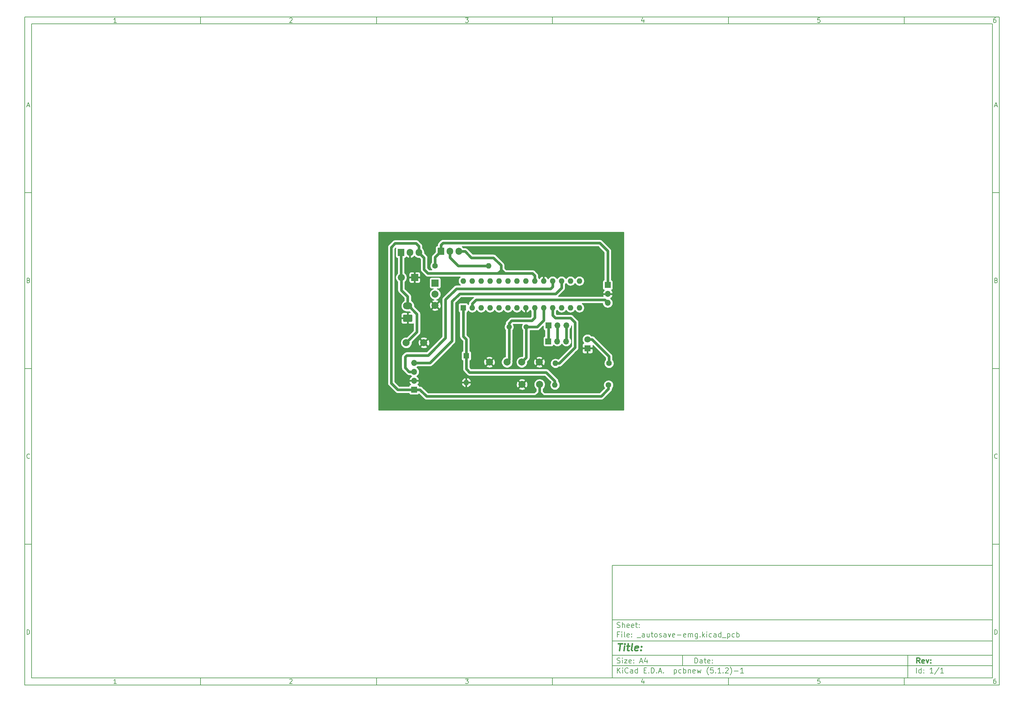
<source format=gbl>
G04 #@! TF.GenerationSoftware,KiCad,Pcbnew,(5.1.2)-1*
G04 #@! TF.CreationDate,2019-08-23T16:27:45-05:00*
G04 #@! TF.ProjectId,_autosave-emg,5f617574-6f73-4617-9665-2d656d672e6b,rev?*
G04 #@! TF.SameCoordinates,Original*
G04 #@! TF.FileFunction,Copper,L2,Bot*
G04 #@! TF.FilePolarity,Positive*
%FSLAX46Y46*%
G04 Gerber Fmt 4.6, Leading zero omitted, Abs format (unit mm)*
G04 Created by KiCad (PCBNEW (5.1.2)-1) date 2019-08-23 16:27:45*
%MOMM*%
%LPD*%
G04 APERTURE LIST*
%ADD10C,0.200000*%
%ADD11C,0.150000*%
%ADD12C,0.300000*%
%ADD13C,0.400000*%
%ADD14R,1.998980X1.998980*%
%ADD15C,1.998980*%
%ADD16C,2.000000*%
%ADD17R,1.800000X1.800000*%
%ADD18C,1.800000*%
%ADD19R,1.700000X1.700000*%
%ADD20O,1.700000X1.700000*%
%ADD21O,2.600000X2.000000*%
%ADD22O,1.600000X1.600000*%
%ADD23C,1.600000*%
%ADD24R,1.600000X1.600000*%
%ADD25O,1.905000X2.000000*%
%ADD26R,1.905000X2.000000*%
%ADD27C,1.500000*%
%ADD28C,0.800000*%
%ADD29C,0.254000*%
G04 APERTURE END LIST*
D10*
D11*
X177002200Y-166007200D02*
X177002200Y-198007200D01*
X285002200Y-198007200D01*
X285002200Y-166007200D01*
X177002200Y-166007200D01*
D10*
D11*
X10000000Y-10000000D02*
X10000000Y-200007200D01*
X287002200Y-200007200D01*
X287002200Y-10000000D01*
X10000000Y-10000000D01*
D10*
D11*
X12000000Y-12000000D02*
X12000000Y-198007200D01*
X285002200Y-198007200D01*
X285002200Y-12000000D01*
X12000000Y-12000000D01*
D10*
D11*
X60000000Y-12000000D02*
X60000000Y-10000000D01*
D10*
D11*
X110000000Y-12000000D02*
X110000000Y-10000000D01*
D10*
D11*
X160000000Y-12000000D02*
X160000000Y-10000000D01*
D10*
D11*
X210000000Y-12000000D02*
X210000000Y-10000000D01*
D10*
D11*
X260000000Y-12000000D02*
X260000000Y-10000000D01*
D10*
D11*
X36065476Y-11588095D02*
X35322619Y-11588095D01*
X35694047Y-11588095D02*
X35694047Y-10288095D01*
X35570238Y-10473809D01*
X35446428Y-10597619D01*
X35322619Y-10659523D01*
D10*
D11*
X85322619Y-10411904D02*
X85384523Y-10350000D01*
X85508333Y-10288095D01*
X85817857Y-10288095D01*
X85941666Y-10350000D01*
X86003571Y-10411904D01*
X86065476Y-10535714D01*
X86065476Y-10659523D01*
X86003571Y-10845238D01*
X85260714Y-11588095D01*
X86065476Y-11588095D01*
D10*
D11*
X135260714Y-10288095D02*
X136065476Y-10288095D01*
X135632142Y-10783333D01*
X135817857Y-10783333D01*
X135941666Y-10845238D01*
X136003571Y-10907142D01*
X136065476Y-11030952D01*
X136065476Y-11340476D01*
X136003571Y-11464285D01*
X135941666Y-11526190D01*
X135817857Y-11588095D01*
X135446428Y-11588095D01*
X135322619Y-11526190D01*
X135260714Y-11464285D01*
D10*
D11*
X185941666Y-10721428D02*
X185941666Y-11588095D01*
X185632142Y-10226190D02*
X185322619Y-11154761D01*
X186127380Y-11154761D01*
D10*
D11*
X236003571Y-10288095D02*
X235384523Y-10288095D01*
X235322619Y-10907142D01*
X235384523Y-10845238D01*
X235508333Y-10783333D01*
X235817857Y-10783333D01*
X235941666Y-10845238D01*
X236003571Y-10907142D01*
X236065476Y-11030952D01*
X236065476Y-11340476D01*
X236003571Y-11464285D01*
X235941666Y-11526190D01*
X235817857Y-11588095D01*
X235508333Y-11588095D01*
X235384523Y-11526190D01*
X235322619Y-11464285D01*
D10*
D11*
X285941666Y-10288095D02*
X285694047Y-10288095D01*
X285570238Y-10350000D01*
X285508333Y-10411904D01*
X285384523Y-10597619D01*
X285322619Y-10845238D01*
X285322619Y-11340476D01*
X285384523Y-11464285D01*
X285446428Y-11526190D01*
X285570238Y-11588095D01*
X285817857Y-11588095D01*
X285941666Y-11526190D01*
X286003571Y-11464285D01*
X286065476Y-11340476D01*
X286065476Y-11030952D01*
X286003571Y-10907142D01*
X285941666Y-10845238D01*
X285817857Y-10783333D01*
X285570238Y-10783333D01*
X285446428Y-10845238D01*
X285384523Y-10907142D01*
X285322619Y-11030952D01*
D10*
D11*
X60000000Y-198007200D02*
X60000000Y-200007200D01*
D10*
D11*
X110000000Y-198007200D02*
X110000000Y-200007200D01*
D10*
D11*
X160000000Y-198007200D02*
X160000000Y-200007200D01*
D10*
D11*
X210000000Y-198007200D02*
X210000000Y-200007200D01*
D10*
D11*
X260000000Y-198007200D02*
X260000000Y-200007200D01*
D10*
D11*
X36065476Y-199595295D02*
X35322619Y-199595295D01*
X35694047Y-199595295D02*
X35694047Y-198295295D01*
X35570238Y-198481009D01*
X35446428Y-198604819D01*
X35322619Y-198666723D01*
D10*
D11*
X85322619Y-198419104D02*
X85384523Y-198357200D01*
X85508333Y-198295295D01*
X85817857Y-198295295D01*
X85941666Y-198357200D01*
X86003571Y-198419104D01*
X86065476Y-198542914D01*
X86065476Y-198666723D01*
X86003571Y-198852438D01*
X85260714Y-199595295D01*
X86065476Y-199595295D01*
D10*
D11*
X135260714Y-198295295D02*
X136065476Y-198295295D01*
X135632142Y-198790533D01*
X135817857Y-198790533D01*
X135941666Y-198852438D01*
X136003571Y-198914342D01*
X136065476Y-199038152D01*
X136065476Y-199347676D01*
X136003571Y-199471485D01*
X135941666Y-199533390D01*
X135817857Y-199595295D01*
X135446428Y-199595295D01*
X135322619Y-199533390D01*
X135260714Y-199471485D01*
D10*
D11*
X185941666Y-198728628D02*
X185941666Y-199595295D01*
X185632142Y-198233390D02*
X185322619Y-199161961D01*
X186127380Y-199161961D01*
D10*
D11*
X236003571Y-198295295D02*
X235384523Y-198295295D01*
X235322619Y-198914342D01*
X235384523Y-198852438D01*
X235508333Y-198790533D01*
X235817857Y-198790533D01*
X235941666Y-198852438D01*
X236003571Y-198914342D01*
X236065476Y-199038152D01*
X236065476Y-199347676D01*
X236003571Y-199471485D01*
X235941666Y-199533390D01*
X235817857Y-199595295D01*
X235508333Y-199595295D01*
X235384523Y-199533390D01*
X235322619Y-199471485D01*
D10*
D11*
X285941666Y-198295295D02*
X285694047Y-198295295D01*
X285570238Y-198357200D01*
X285508333Y-198419104D01*
X285384523Y-198604819D01*
X285322619Y-198852438D01*
X285322619Y-199347676D01*
X285384523Y-199471485D01*
X285446428Y-199533390D01*
X285570238Y-199595295D01*
X285817857Y-199595295D01*
X285941666Y-199533390D01*
X286003571Y-199471485D01*
X286065476Y-199347676D01*
X286065476Y-199038152D01*
X286003571Y-198914342D01*
X285941666Y-198852438D01*
X285817857Y-198790533D01*
X285570238Y-198790533D01*
X285446428Y-198852438D01*
X285384523Y-198914342D01*
X285322619Y-199038152D01*
D10*
D11*
X10000000Y-60000000D02*
X12000000Y-60000000D01*
D10*
D11*
X10000000Y-110000000D02*
X12000000Y-110000000D01*
D10*
D11*
X10000000Y-160000000D02*
X12000000Y-160000000D01*
D10*
D11*
X10690476Y-35216666D02*
X11309523Y-35216666D01*
X10566666Y-35588095D02*
X11000000Y-34288095D01*
X11433333Y-35588095D01*
D10*
D11*
X11092857Y-84907142D02*
X11278571Y-84969047D01*
X11340476Y-85030952D01*
X11402380Y-85154761D01*
X11402380Y-85340476D01*
X11340476Y-85464285D01*
X11278571Y-85526190D01*
X11154761Y-85588095D01*
X10659523Y-85588095D01*
X10659523Y-84288095D01*
X11092857Y-84288095D01*
X11216666Y-84350000D01*
X11278571Y-84411904D01*
X11340476Y-84535714D01*
X11340476Y-84659523D01*
X11278571Y-84783333D01*
X11216666Y-84845238D01*
X11092857Y-84907142D01*
X10659523Y-84907142D01*
D10*
D11*
X11402380Y-135464285D02*
X11340476Y-135526190D01*
X11154761Y-135588095D01*
X11030952Y-135588095D01*
X10845238Y-135526190D01*
X10721428Y-135402380D01*
X10659523Y-135278571D01*
X10597619Y-135030952D01*
X10597619Y-134845238D01*
X10659523Y-134597619D01*
X10721428Y-134473809D01*
X10845238Y-134350000D01*
X11030952Y-134288095D01*
X11154761Y-134288095D01*
X11340476Y-134350000D01*
X11402380Y-134411904D01*
D10*
D11*
X10659523Y-185588095D02*
X10659523Y-184288095D01*
X10969047Y-184288095D01*
X11154761Y-184350000D01*
X11278571Y-184473809D01*
X11340476Y-184597619D01*
X11402380Y-184845238D01*
X11402380Y-185030952D01*
X11340476Y-185278571D01*
X11278571Y-185402380D01*
X11154761Y-185526190D01*
X10969047Y-185588095D01*
X10659523Y-185588095D01*
D10*
D11*
X287002200Y-60000000D02*
X285002200Y-60000000D01*
D10*
D11*
X287002200Y-110000000D02*
X285002200Y-110000000D01*
D10*
D11*
X287002200Y-160000000D02*
X285002200Y-160000000D01*
D10*
D11*
X285692676Y-35216666D02*
X286311723Y-35216666D01*
X285568866Y-35588095D02*
X286002200Y-34288095D01*
X286435533Y-35588095D01*
D10*
D11*
X286095057Y-84907142D02*
X286280771Y-84969047D01*
X286342676Y-85030952D01*
X286404580Y-85154761D01*
X286404580Y-85340476D01*
X286342676Y-85464285D01*
X286280771Y-85526190D01*
X286156961Y-85588095D01*
X285661723Y-85588095D01*
X285661723Y-84288095D01*
X286095057Y-84288095D01*
X286218866Y-84350000D01*
X286280771Y-84411904D01*
X286342676Y-84535714D01*
X286342676Y-84659523D01*
X286280771Y-84783333D01*
X286218866Y-84845238D01*
X286095057Y-84907142D01*
X285661723Y-84907142D01*
D10*
D11*
X286404580Y-135464285D02*
X286342676Y-135526190D01*
X286156961Y-135588095D01*
X286033152Y-135588095D01*
X285847438Y-135526190D01*
X285723628Y-135402380D01*
X285661723Y-135278571D01*
X285599819Y-135030952D01*
X285599819Y-134845238D01*
X285661723Y-134597619D01*
X285723628Y-134473809D01*
X285847438Y-134350000D01*
X286033152Y-134288095D01*
X286156961Y-134288095D01*
X286342676Y-134350000D01*
X286404580Y-134411904D01*
D10*
D11*
X285661723Y-185588095D02*
X285661723Y-184288095D01*
X285971247Y-184288095D01*
X286156961Y-184350000D01*
X286280771Y-184473809D01*
X286342676Y-184597619D01*
X286404580Y-184845238D01*
X286404580Y-185030952D01*
X286342676Y-185278571D01*
X286280771Y-185402380D01*
X286156961Y-185526190D01*
X285971247Y-185588095D01*
X285661723Y-185588095D01*
D10*
D11*
X200434342Y-193785771D02*
X200434342Y-192285771D01*
X200791485Y-192285771D01*
X201005771Y-192357200D01*
X201148628Y-192500057D01*
X201220057Y-192642914D01*
X201291485Y-192928628D01*
X201291485Y-193142914D01*
X201220057Y-193428628D01*
X201148628Y-193571485D01*
X201005771Y-193714342D01*
X200791485Y-193785771D01*
X200434342Y-193785771D01*
X202577200Y-193785771D02*
X202577200Y-193000057D01*
X202505771Y-192857200D01*
X202362914Y-192785771D01*
X202077200Y-192785771D01*
X201934342Y-192857200D01*
X202577200Y-193714342D02*
X202434342Y-193785771D01*
X202077200Y-193785771D01*
X201934342Y-193714342D01*
X201862914Y-193571485D01*
X201862914Y-193428628D01*
X201934342Y-193285771D01*
X202077200Y-193214342D01*
X202434342Y-193214342D01*
X202577200Y-193142914D01*
X203077200Y-192785771D02*
X203648628Y-192785771D01*
X203291485Y-192285771D02*
X203291485Y-193571485D01*
X203362914Y-193714342D01*
X203505771Y-193785771D01*
X203648628Y-193785771D01*
X204720057Y-193714342D02*
X204577200Y-193785771D01*
X204291485Y-193785771D01*
X204148628Y-193714342D01*
X204077200Y-193571485D01*
X204077200Y-193000057D01*
X204148628Y-192857200D01*
X204291485Y-192785771D01*
X204577200Y-192785771D01*
X204720057Y-192857200D01*
X204791485Y-193000057D01*
X204791485Y-193142914D01*
X204077200Y-193285771D01*
X205434342Y-193642914D02*
X205505771Y-193714342D01*
X205434342Y-193785771D01*
X205362914Y-193714342D01*
X205434342Y-193642914D01*
X205434342Y-193785771D01*
X205434342Y-192857200D02*
X205505771Y-192928628D01*
X205434342Y-193000057D01*
X205362914Y-192928628D01*
X205434342Y-192857200D01*
X205434342Y-193000057D01*
D10*
D11*
X177002200Y-194507200D02*
X285002200Y-194507200D01*
D10*
D11*
X178434342Y-196585771D02*
X178434342Y-195085771D01*
X179291485Y-196585771D02*
X178648628Y-195728628D01*
X179291485Y-195085771D02*
X178434342Y-195942914D01*
X179934342Y-196585771D02*
X179934342Y-195585771D01*
X179934342Y-195085771D02*
X179862914Y-195157200D01*
X179934342Y-195228628D01*
X180005771Y-195157200D01*
X179934342Y-195085771D01*
X179934342Y-195228628D01*
X181505771Y-196442914D02*
X181434342Y-196514342D01*
X181220057Y-196585771D01*
X181077200Y-196585771D01*
X180862914Y-196514342D01*
X180720057Y-196371485D01*
X180648628Y-196228628D01*
X180577200Y-195942914D01*
X180577200Y-195728628D01*
X180648628Y-195442914D01*
X180720057Y-195300057D01*
X180862914Y-195157200D01*
X181077200Y-195085771D01*
X181220057Y-195085771D01*
X181434342Y-195157200D01*
X181505771Y-195228628D01*
X182791485Y-196585771D02*
X182791485Y-195800057D01*
X182720057Y-195657200D01*
X182577200Y-195585771D01*
X182291485Y-195585771D01*
X182148628Y-195657200D01*
X182791485Y-196514342D02*
X182648628Y-196585771D01*
X182291485Y-196585771D01*
X182148628Y-196514342D01*
X182077200Y-196371485D01*
X182077200Y-196228628D01*
X182148628Y-196085771D01*
X182291485Y-196014342D01*
X182648628Y-196014342D01*
X182791485Y-195942914D01*
X184148628Y-196585771D02*
X184148628Y-195085771D01*
X184148628Y-196514342D02*
X184005771Y-196585771D01*
X183720057Y-196585771D01*
X183577200Y-196514342D01*
X183505771Y-196442914D01*
X183434342Y-196300057D01*
X183434342Y-195871485D01*
X183505771Y-195728628D01*
X183577200Y-195657200D01*
X183720057Y-195585771D01*
X184005771Y-195585771D01*
X184148628Y-195657200D01*
X186005771Y-195800057D02*
X186505771Y-195800057D01*
X186720057Y-196585771D02*
X186005771Y-196585771D01*
X186005771Y-195085771D01*
X186720057Y-195085771D01*
X187362914Y-196442914D02*
X187434342Y-196514342D01*
X187362914Y-196585771D01*
X187291485Y-196514342D01*
X187362914Y-196442914D01*
X187362914Y-196585771D01*
X188077200Y-196585771D02*
X188077200Y-195085771D01*
X188434342Y-195085771D01*
X188648628Y-195157200D01*
X188791485Y-195300057D01*
X188862914Y-195442914D01*
X188934342Y-195728628D01*
X188934342Y-195942914D01*
X188862914Y-196228628D01*
X188791485Y-196371485D01*
X188648628Y-196514342D01*
X188434342Y-196585771D01*
X188077200Y-196585771D01*
X189577200Y-196442914D02*
X189648628Y-196514342D01*
X189577200Y-196585771D01*
X189505771Y-196514342D01*
X189577200Y-196442914D01*
X189577200Y-196585771D01*
X190220057Y-196157200D02*
X190934342Y-196157200D01*
X190077200Y-196585771D02*
X190577200Y-195085771D01*
X191077200Y-196585771D01*
X191577200Y-196442914D02*
X191648628Y-196514342D01*
X191577200Y-196585771D01*
X191505771Y-196514342D01*
X191577200Y-196442914D01*
X191577200Y-196585771D01*
X194577200Y-195585771D02*
X194577200Y-197085771D01*
X194577200Y-195657200D02*
X194720057Y-195585771D01*
X195005771Y-195585771D01*
X195148628Y-195657200D01*
X195220057Y-195728628D01*
X195291485Y-195871485D01*
X195291485Y-196300057D01*
X195220057Y-196442914D01*
X195148628Y-196514342D01*
X195005771Y-196585771D01*
X194720057Y-196585771D01*
X194577200Y-196514342D01*
X196577200Y-196514342D02*
X196434342Y-196585771D01*
X196148628Y-196585771D01*
X196005771Y-196514342D01*
X195934342Y-196442914D01*
X195862914Y-196300057D01*
X195862914Y-195871485D01*
X195934342Y-195728628D01*
X196005771Y-195657200D01*
X196148628Y-195585771D01*
X196434342Y-195585771D01*
X196577200Y-195657200D01*
X197220057Y-196585771D02*
X197220057Y-195085771D01*
X197220057Y-195657200D02*
X197362914Y-195585771D01*
X197648628Y-195585771D01*
X197791485Y-195657200D01*
X197862914Y-195728628D01*
X197934342Y-195871485D01*
X197934342Y-196300057D01*
X197862914Y-196442914D01*
X197791485Y-196514342D01*
X197648628Y-196585771D01*
X197362914Y-196585771D01*
X197220057Y-196514342D01*
X198577200Y-195585771D02*
X198577200Y-196585771D01*
X198577200Y-195728628D02*
X198648628Y-195657200D01*
X198791485Y-195585771D01*
X199005771Y-195585771D01*
X199148628Y-195657200D01*
X199220057Y-195800057D01*
X199220057Y-196585771D01*
X200505771Y-196514342D02*
X200362914Y-196585771D01*
X200077200Y-196585771D01*
X199934342Y-196514342D01*
X199862914Y-196371485D01*
X199862914Y-195800057D01*
X199934342Y-195657200D01*
X200077200Y-195585771D01*
X200362914Y-195585771D01*
X200505771Y-195657200D01*
X200577200Y-195800057D01*
X200577200Y-195942914D01*
X199862914Y-196085771D01*
X201077200Y-195585771D02*
X201362914Y-196585771D01*
X201648628Y-195871485D01*
X201934342Y-196585771D01*
X202220057Y-195585771D01*
X204362914Y-197157200D02*
X204291485Y-197085771D01*
X204148628Y-196871485D01*
X204077200Y-196728628D01*
X204005771Y-196514342D01*
X203934342Y-196157200D01*
X203934342Y-195871485D01*
X204005771Y-195514342D01*
X204077200Y-195300057D01*
X204148628Y-195157200D01*
X204291485Y-194942914D01*
X204362914Y-194871485D01*
X205648628Y-195085771D02*
X204934342Y-195085771D01*
X204862914Y-195800057D01*
X204934342Y-195728628D01*
X205077200Y-195657200D01*
X205434342Y-195657200D01*
X205577200Y-195728628D01*
X205648628Y-195800057D01*
X205720057Y-195942914D01*
X205720057Y-196300057D01*
X205648628Y-196442914D01*
X205577200Y-196514342D01*
X205434342Y-196585771D01*
X205077200Y-196585771D01*
X204934342Y-196514342D01*
X204862914Y-196442914D01*
X206362914Y-196442914D02*
X206434342Y-196514342D01*
X206362914Y-196585771D01*
X206291485Y-196514342D01*
X206362914Y-196442914D01*
X206362914Y-196585771D01*
X207862914Y-196585771D02*
X207005771Y-196585771D01*
X207434342Y-196585771D02*
X207434342Y-195085771D01*
X207291485Y-195300057D01*
X207148628Y-195442914D01*
X207005771Y-195514342D01*
X208505771Y-196442914D02*
X208577200Y-196514342D01*
X208505771Y-196585771D01*
X208434342Y-196514342D01*
X208505771Y-196442914D01*
X208505771Y-196585771D01*
X209148628Y-195228628D02*
X209220057Y-195157200D01*
X209362914Y-195085771D01*
X209720057Y-195085771D01*
X209862914Y-195157200D01*
X209934342Y-195228628D01*
X210005771Y-195371485D01*
X210005771Y-195514342D01*
X209934342Y-195728628D01*
X209077200Y-196585771D01*
X210005771Y-196585771D01*
X210505771Y-197157200D02*
X210577200Y-197085771D01*
X210720057Y-196871485D01*
X210791485Y-196728628D01*
X210862914Y-196514342D01*
X210934342Y-196157200D01*
X210934342Y-195871485D01*
X210862914Y-195514342D01*
X210791485Y-195300057D01*
X210720057Y-195157200D01*
X210577200Y-194942914D01*
X210505771Y-194871485D01*
X211648628Y-196014342D02*
X212791485Y-196014342D01*
X214291485Y-196585771D02*
X213434342Y-196585771D01*
X213862914Y-196585771D02*
X213862914Y-195085771D01*
X213720057Y-195300057D01*
X213577200Y-195442914D01*
X213434342Y-195514342D01*
D10*
D11*
X177002200Y-191507200D02*
X285002200Y-191507200D01*
D10*
D12*
X264411485Y-193785771D02*
X263911485Y-193071485D01*
X263554342Y-193785771D02*
X263554342Y-192285771D01*
X264125771Y-192285771D01*
X264268628Y-192357200D01*
X264340057Y-192428628D01*
X264411485Y-192571485D01*
X264411485Y-192785771D01*
X264340057Y-192928628D01*
X264268628Y-193000057D01*
X264125771Y-193071485D01*
X263554342Y-193071485D01*
X265625771Y-193714342D02*
X265482914Y-193785771D01*
X265197200Y-193785771D01*
X265054342Y-193714342D01*
X264982914Y-193571485D01*
X264982914Y-193000057D01*
X265054342Y-192857200D01*
X265197200Y-192785771D01*
X265482914Y-192785771D01*
X265625771Y-192857200D01*
X265697200Y-193000057D01*
X265697200Y-193142914D01*
X264982914Y-193285771D01*
X266197200Y-192785771D02*
X266554342Y-193785771D01*
X266911485Y-192785771D01*
X267482914Y-193642914D02*
X267554342Y-193714342D01*
X267482914Y-193785771D01*
X267411485Y-193714342D01*
X267482914Y-193642914D01*
X267482914Y-193785771D01*
X267482914Y-192857200D02*
X267554342Y-192928628D01*
X267482914Y-193000057D01*
X267411485Y-192928628D01*
X267482914Y-192857200D01*
X267482914Y-193000057D01*
D10*
D11*
X178362914Y-193714342D02*
X178577200Y-193785771D01*
X178934342Y-193785771D01*
X179077200Y-193714342D01*
X179148628Y-193642914D01*
X179220057Y-193500057D01*
X179220057Y-193357200D01*
X179148628Y-193214342D01*
X179077200Y-193142914D01*
X178934342Y-193071485D01*
X178648628Y-193000057D01*
X178505771Y-192928628D01*
X178434342Y-192857200D01*
X178362914Y-192714342D01*
X178362914Y-192571485D01*
X178434342Y-192428628D01*
X178505771Y-192357200D01*
X178648628Y-192285771D01*
X179005771Y-192285771D01*
X179220057Y-192357200D01*
X179862914Y-193785771D02*
X179862914Y-192785771D01*
X179862914Y-192285771D02*
X179791485Y-192357200D01*
X179862914Y-192428628D01*
X179934342Y-192357200D01*
X179862914Y-192285771D01*
X179862914Y-192428628D01*
X180434342Y-192785771D02*
X181220057Y-192785771D01*
X180434342Y-193785771D01*
X181220057Y-193785771D01*
X182362914Y-193714342D02*
X182220057Y-193785771D01*
X181934342Y-193785771D01*
X181791485Y-193714342D01*
X181720057Y-193571485D01*
X181720057Y-193000057D01*
X181791485Y-192857200D01*
X181934342Y-192785771D01*
X182220057Y-192785771D01*
X182362914Y-192857200D01*
X182434342Y-193000057D01*
X182434342Y-193142914D01*
X181720057Y-193285771D01*
X183077200Y-193642914D02*
X183148628Y-193714342D01*
X183077200Y-193785771D01*
X183005771Y-193714342D01*
X183077200Y-193642914D01*
X183077200Y-193785771D01*
X183077200Y-192857200D02*
X183148628Y-192928628D01*
X183077200Y-193000057D01*
X183005771Y-192928628D01*
X183077200Y-192857200D01*
X183077200Y-193000057D01*
X184862914Y-193357200D02*
X185577200Y-193357200D01*
X184720057Y-193785771D02*
X185220057Y-192285771D01*
X185720057Y-193785771D01*
X186862914Y-192785771D02*
X186862914Y-193785771D01*
X186505771Y-192214342D02*
X186148628Y-193285771D01*
X187077200Y-193285771D01*
D10*
D11*
X263434342Y-196585771D02*
X263434342Y-195085771D01*
X264791485Y-196585771D02*
X264791485Y-195085771D01*
X264791485Y-196514342D02*
X264648628Y-196585771D01*
X264362914Y-196585771D01*
X264220057Y-196514342D01*
X264148628Y-196442914D01*
X264077200Y-196300057D01*
X264077200Y-195871485D01*
X264148628Y-195728628D01*
X264220057Y-195657200D01*
X264362914Y-195585771D01*
X264648628Y-195585771D01*
X264791485Y-195657200D01*
X265505771Y-196442914D02*
X265577200Y-196514342D01*
X265505771Y-196585771D01*
X265434342Y-196514342D01*
X265505771Y-196442914D01*
X265505771Y-196585771D01*
X265505771Y-195657200D02*
X265577200Y-195728628D01*
X265505771Y-195800057D01*
X265434342Y-195728628D01*
X265505771Y-195657200D01*
X265505771Y-195800057D01*
X268148628Y-196585771D02*
X267291485Y-196585771D01*
X267720057Y-196585771D02*
X267720057Y-195085771D01*
X267577200Y-195300057D01*
X267434342Y-195442914D01*
X267291485Y-195514342D01*
X269862914Y-195014342D02*
X268577200Y-196942914D01*
X271148628Y-196585771D02*
X270291485Y-196585771D01*
X270720057Y-196585771D02*
X270720057Y-195085771D01*
X270577200Y-195300057D01*
X270434342Y-195442914D01*
X270291485Y-195514342D01*
D10*
D11*
X177002200Y-187507200D02*
X285002200Y-187507200D01*
D10*
D13*
X178714580Y-188211961D02*
X179857438Y-188211961D01*
X179036009Y-190211961D02*
X179286009Y-188211961D01*
X180274104Y-190211961D02*
X180440771Y-188878628D01*
X180524104Y-188211961D02*
X180416961Y-188307200D01*
X180500295Y-188402438D01*
X180607438Y-188307200D01*
X180524104Y-188211961D01*
X180500295Y-188402438D01*
X181107438Y-188878628D02*
X181869342Y-188878628D01*
X181476485Y-188211961D02*
X181262200Y-189926247D01*
X181333628Y-190116723D01*
X181512200Y-190211961D01*
X181702676Y-190211961D01*
X182655057Y-190211961D02*
X182476485Y-190116723D01*
X182405057Y-189926247D01*
X182619342Y-188211961D01*
X184190771Y-190116723D02*
X183988390Y-190211961D01*
X183607438Y-190211961D01*
X183428866Y-190116723D01*
X183357438Y-189926247D01*
X183452676Y-189164342D01*
X183571723Y-188973866D01*
X183774104Y-188878628D01*
X184155057Y-188878628D01*
X184333628Y-188973866D01*
X184405057Y-189164342D01*
X184381247Y-189354819D01*
X183405057Y-189545295D01*
X185155057Y-190021485D02*
X185238390Y-190116723D01*
X185131247Y-190211961D01*
X185047914Y-190116723D01*
X185155057Y-190021485D01*
X185131247Y-190211961D01*
X185286009Y-188973866D02*
X185369342Y-189069104D01*
X185262200Y-189164342D01*
X185178866Y-189069104D01*
X185286009Y-188973866D01*
X185262200Y-189164342D01*
D10*
D11*
X178934342Y-185600057D02*
X178434342Y-185600057D01*
X178434342Y-186385771D02*
X178434342Y-184885771D01*
X179148628Y-184885771D01*
X179720057Y-186385771D02*
X179720057Y-185385771D01*
X179720057Y-184885771D02*
X179648628Y-184957200D01*
X179720057Y-185028628D01*
X179791485Y-184957200D01*
X179720057Y-184885771D01*
X179720057Y-185028628D01*
X180648628Y-186385771D02*
X180505771Y-186314342D01*
X180434342Y-186171485D01*
X180434342Y-184885771D01*
X181791485Y-186314342D02*
X181648628Y-186385771D01*
X181362914Y-186385771D01*
X181220057Y-186314342D01*
X181148628Y-186171485D01*
X181148628Y-185600057D01*
X181220057Y-185457200D01*
X181362914Y-185385771D01*
X181648628Y-185385771D01*
X181791485Y-185457200D01*
X181862914Y-185600057D01*
X181862914Y-185742914D01*
X181148628Y-185885771D01*
X182505771Y-186242914D02*
X182577200Y-186314342D01*
X182505771Y-186385771D01*
X182434342Y-186314342D01*
X182505771Y-186242914D01*
X182505771Y-186385771D01*
X182505771Y-185457200D02*
X182577200Y-185528628D01*
X182505771Y-185600057D01*
X182434342Y-185528628D01*
X182505771Y-185457200D01*
X182505771Y-185600057D01*
X184005771Y-186528628D02*
X185148628Y-186528628D01*
X186148628Y-186385771D02*
X186148628Y-185600057D01*
X186077200Y-185457200D01*
X185934342Y-185385771D01*
X185648628Y-185385771D01*
X185505771Y-185457200D01*
X186148628Y-186314342D02*
X186005771Y-186385771D01*
X185648628Y-186385771D01*
X185505771Y-186314342D01*
X185434342Y-186171485D01*
X185434342Y-186028628D01*
X185505771Y-185885771D01*
X185648628Y-185814342D01*
X186005771Y-185814342D01*
X186148628Y-185742914D01*
X187505771Y-185385771D02*
X187505771Y-186385771D01*
X186862914Y-185385771D02*
X186862914Y-186171485D01*
X186934342Y-186314342D01*
X187077200Y-186385771D01*
X187291485Y-186385771D01*
X187434342Y-186314342D01*
X187505771Y-186242914D01*
X188005771Y-185385771D02*
X188577200Y-185385771D01*
X188220057Y-184885771D02*
X188220057Y-186171485D01*
X188291485Y-186314342D01*
X188434342Y-186385771D01*
X188577200Y-186385771D01*
X189291485Y-186385771D02*
X189148628Y-186314342D01*
X189077200Y-186242914D01*
X189005771Y-186100057D01*
X189005771Y-185671485D01*
X189077200Y-185528628D01*
X189148628Y-185457200D01*
X189291485Y-185385771D01*
X189505771Y-185385771D01*
X189648628Y-185457200D01*
X189720057Y-185528628D01*
X189791485Y-185671485D01*
X189791485Y-186100057D01*
X189720057Y-186242914D01*
X189648628Y-186314342D01*
X189505771Y-186385771D01*
X189291485Y-186385771D01*
X190362914Y-186314342D02*
X190505771Y-186385771D01*
X190791485Y-186385771D01*
X190934342Y-186314342D01*
X191005771Y-186171485D01*
X191005771Y-186100057D01*
X190934342Y-185957200D01*
X190791485Y-185885771D01*
X190577200Y-185885771D01*
X190434342Y-185814342D01*
X190362914Y-185671485D01*
X190362914Y-185600057D01*
X190434342Y-185457200D01*
X190577200Y-185385771D01*
X190791485Y-185385771D01*
X190934342Y-185457200D01*
X192291485Y-186385771D02*
X192291485Y-185600057D01*
X192220057Y-185457200D01*
X192077200Y-185385771D01*
X191791485Y-185385771D01*
X191648628Y-185457200D01*
X192291485Y-186314342D02*
X192148628Y-186385771D01*
X191791485Y-186385771D01*
X191648628Y-186314342D01*
X191577200Y-186171485D01*
X191577200Y-186028628D01*
X191648628Y-185885771D01*
X191791485Y-185814342D01*
X192148628Y-185814342D01*
X192291485Y-185742914D01*
X192862914Y-185385771D02*
X193220057Y-186385771D01*
X193577200Y-185385771D01*
X194720057Y-186314342D02*
X194577200Y-186385771D01*
X194291485Y-186385771D01*
X194148628Y-186314342D01*
X194077200Y-186171485D01*
X194077200Y-185600057D01*
X194148628Y-185457200D01*
X194291485Y-185385771D01*
X194577200Y-185385771D01*
X194720057Y-185457200D01*
X194791485Y-185600057D01*
X194791485Y-185742914D01*
X194077200Y-185885771D01*
X195434342Y-185814342D02*
X196577200Y-185814342D01*
X197862914Y-186314342D02*
X197720057Y-186385771D01*
X197434342Y-186385771D01*
X197291485Y-186314342D01*
X197220057Y-186171485D01*
X197220057Y-185600057D01*
X197291485Y-185457200D01*
X197434342Y-185385771D01*
X197720057Y-185385771D01*
X197862914Y-185457200D01*
X197934342Y-185600057D01*
X197934342Y-185742914D01*
X197220057Y-185885771D01*
X198577200Y-186385771D02*
X198577200Y-185385771D01*
X198577200Y-185528628D02*
X198648628Y-185457200D01*
X198791485Y-185385771D01*
X199005771Y-185385771D01*
X199148628Y-185457200D01*
X199220057Y-185600057D01*
X199220057Y-186385771D01*
X199220057Y-185600057D02*
X199291485Y-185457200D01*
X199434342Y-185385771D01*
X199648628Y-185385771D01*
X199791485Y-185457200D01*
X199862914Y-185600057D01*
X199862914Y-186385771D01*
X201220057Y-185385771D02*
X201220057Y-186600057D01*
X201148628Y-186742914D01*
X201077200Y-186814342D01*
X200934342Y-186885771D01*
X200720057Y-186885771D01*
X200577200Y-186814342D01*
X201220057Y-186314342D02*
X201077200Y-186385771D01*
X200791485Y-186385771D01*
X200648628Y-186314342D01*
X200577200Y-186242914D01*
X200505771Y-186100057D01*
X200505771Y-185671485D01*
X200577200Y-185528628D01*
X200648628Y-185457200D01*
X200791485Y-185385771D01*
X201077200Y-185385771D01*
X201220057Y-185457200D01*
X201934342Y-186242914D02*
X202005771Y-186314342D01*
X201934342Y-186385771D01*
X201862914Y-186314342D01*
X201934342Y-186242914D01*
X201934342Y-186385771D01*
X202648628Y-186385771D02*
X202648628Y-184885771D01*
X202791485Y-185814342D02*
X203220057Y-186385771D01*
X203220057Y-185385771D02*
X202648628Y-185957200D01*
X203862914Y-186385771D02*
X203862914Y-185385771D01*
X203862914Y-184885771D02*
X203791485Y-184957200D01*
X203862914Y-185028628D01*
X203934342Y-184957200D01*
X203862914Y-184885771D01*
X203862914Y-185028628D01*
X205220057Y-186314342D02*
X205077200Y-186385771D01*
X204791485Y-186385771D01*
X204648628Y-186314342D01*
X204577200Y-186242914D01*
X204505771Y-186100057D01*
X204505771Y-185671485D01*
X204577200Y-185528628D01*
X204648628Y-185457200D01*
X204791485Y-185385771D01*
X205077200Y-185385771D01*
X205220057Y-185457200D01*
X206505771Y-186385771D02*
X206505771Y-185600057D01*
X206434342Y-185457200D01*
X206291485Y-185385771D01*
X206005771Y-185385771D01*
X205862914Y-185457200D01*
X206505771Y-186314342D02*
X206362914Y-186385771D01*
X206005771Y-186385771D01*
X205862914Y-186314342D01*
X205791485Y-186171485D01*
X205791485Y-186028628D01*
X205862914Y-185885771D01*
X206005771Y-185814342D01*
X206362914Y-185814342D01*
X206505771Y-185742914D01*
X207862914Y-186385771D02*
X207862914Y-184885771D01*
X207862914Y-186314342D02*
X207720057Y-186385771D01*
X207434342Y-186385771D01*
X207291485Y-186314342D01*
X207220057Y-186242914D01*
X207148628Y-186100057D01*
X207148628Y-185671485D01*
X207220057Y-185528628D01*
X207291485Y-185457200D01*
X207434342Y-185385771D01*
X207720057Y-185385771D01*
X207862914Y-185457200D01*
X208220057Y-186528628D02*
X209362914Y-186528628D01*
X209720057Y-185385771D02*
X209720057Y-186885771D01*
X209720057Y-185457200D02*
X209862914Y-185385771D01*
X210148628Y-185385771D01*
X210291485Y-185457200D01*
X210362914Y-185528628D01*
X210434342Y-185671485D01*
X210434342Y-186100057D01*
X210362914Y-186242914D01*
X210291485Y-186314342D01*
X210148628Y-186385771D01*
X209862914Y-186385771D01*
X209720057Y-186314342D01*
X211720057Y-186314342D02*
X211577200Y-186385771D01*
X211291485Y-186385771D01*
X211148628Y-186314342D01*
X211077200Y-186242914D01*
X211005771Y-186100057D01*
X211005771Y-185671485D01*
X211077200Y-185528628D01*
X211148628Y-185457200D01*
X211291485Y-185385771D01*
X211577200Y-185385771D01*
X211720057Y-185457200D01*
X212362914Y-186385771D02*
X212362914Y-184885771D01*
X212362914Y-185457200D02*
X212505771Y-185385771D01*
X212791485Y-185385771D01*
X212934342Y-185457200D01*
X213005771Y-185528628D01*
X213077200Y-185671485D01*
X213077200Y-186100057D01*
X213005771Y-186242914D01*
X212934342Y-186314342D01*
X212791485Y-186385771D01*
X212505771Y-186385771D01*
X212362914Y-186314342D01*
D10*
D11*
X177002200Y-181507200D02*
X285002200Y-181507200D01*
D10*
D11*
X178362914Y-183614342D02*
X178577200Y-183685771D01*
X178934342Y-183685771D01*
X179077200Y-183614342D01*
X179148628Y-183542914D01*
X179220057Y-183400057D01*
X179220057Y-183257200D01*
X179148628Y-183114342D01*
X179077200Y-183042914D01*
X178934342Y-182971485D01*
X178648628Y-182900057D01*
X178505771Y-182828628D01*
X178434342Y-182757200D01*
X178362914Y-182614342D01*
X178362914Y-182471485D01*
X178434342Y-182328628D01*
X178505771Y-182257200D01*
X178648628Y-182185771D01*
X179005771Y-182185771D01*
X179220057Y-182257200D01*
X179862914Y-183685771D02*
X179862914Y-182185771D01*
X180505771Y-183685771D02*
X180505771Y-182900057D01*
X180434342Y-182757200D01*
X180291485Y-182685771D01*
X180077200Y-182685771D01*
X179934342Y-182757200D01*
X179862914Y-182828628D01*
X181791485Y-183614342D02*
X181648628Y-183685771D01*
X181362914Y-183685771D01*
X181220057Y-183614342D01*
X181148628Y-183471485D01*
X181148628Y-182900057D01*
X181220057Y-182757200D01*
X181362914Y-182685771D01*
X181648628Y-182685771D01*
X181791485Y-182757200D01*
X181862914Y-182900057D01*
X181862914Y-183042914D01*
X181148628Y-183185771D01*
X183077200Y-183614342D02*
X182934342Y-183685771D01*
X182648628Y-183685771D01*
X182505771Y-183614342D01*
X182434342Y-183471485D01*
X182434342Y-182900057D01*
X182505771Y-182757200D01*
X182648628Y-182685771D01*
X182934342Y-182685771D01*
X183077200Y-182757200D01*
X183148628Y-182900057D01*
X183148628Y-183042914D01*
X182434342Y-183185771D01*
X183577200Y-182685771D02*
X184148628Y-182685771D01*
X183791485Y-182185771D02*
X183791485Y-183471485D01*
X183862914Y-183614342D01*
X184005771Y-183685771D01*
X184148628Y-183685771D01*
X184648628Y-183542914D02*
X184720057Y-183614342D01*
X184648628Y-183685771D01*
X184577200Y-183614342D01*
X184648628Y-183542914D01*
X184648628Y-183685771D01*
X184648628Y-182757200D02*
X184720057Y-182828628D01*
X184648628Y-182900057D01*
X184577200Y-182828628D01*
X184648628Y-182757200D01*
X184648628Y-182900057D01*
D10*
D11*
X197002200Y-191507200D02*
X197002200Y-194507200D01*
D10*
D11*
X261002200Y-191507200D02*
X261002200Y-198007200D01*
D14*
X120827800Y-84099400D03*
D15*
X117017800Y-84099400D03*
D16*
X123427500Y-102641400D03*
X118427500Y-102641400D03*
X156311600Y-114515900D03*
X151311600Y-114515900D03*
X151257000Y-108165900D03*
X156257000Y-108165900D03*
X142066000Y-108165900D03*
X147066000Y-108165900D03*
D17*
X169951400Y-104241600D03*
D18*
X169951400Y-101701600D03*
D19*
X158826200Y-97713800D03*
D20*
X161366200Y-97713800D03*
X163906200Y-97713800D03*
D19*
X158813500Y-102273100D03*
D20*
X161353500Y-102273100D03*
X163893500Y-102273100D03*
D10*
G36*
X119933804Y-94683004D02*
G01*
X119958073Y-94686604D01*
X119981871Y-94692565D01*
X120004971Y-94700830D01*
X120027149Y-94711320D01*
X120048193Y-94723933D01*
X120067898Y-94738547D01*
X120086077Y-94755023D01*
X120102553Y-94773202D01*
X120117167Y-94792907D01*
X120129780Y-94813951D01*
X120140270Y-94836129D01*
X120148535Y-94859229D01*
X120154496Y-94883027D01*
X120158096Y-94907296D01*
X120159300Y-94931800D01*
X120159300Y-96431800D01*
X120158096Y-96456304D01*
X120154496Y-96480573D01*
X120148535Y-96504371D01*
X120140270Y-96527471D01*
X120129780Y-96549649D01*
X120117167Y-96570693D01*
X120102553Y-96590398D01*
X120086077Y-96608577D01*
X120067898Y-96625053D01*
X120048193Y-96639667D01*
X120027149Y-96652280D01*
X120004971Y-96662770D01*
X119981871Y-96671035D01*
X119958073Y-96676996D01*
X119933804Y-96680596D01*
X119909300Y-96681800D01*
X117809300Y-96681800D01*
X117784796Y-96680596D01*
X117760527Y-96676996D01*
X117736729Y-96671035D01*
X117713629Y-96662770D01*
X117691451Y-96652280D01*
X117670407Y-96639667D01*
X117650702Y-96625053D01*
X117632523Y-96608577D01*
X117616047Y-96590398D01*
X117601433Y-96570693D01*
X117588820Y-96549649D01*
X117578330Y-96527471D01*
X117570065Y-96504371D01*
X117564104Y-96480573D01*
X117560504Y-96456304D01*
X117559300Y-96431800D01*
X117559300Y-94931800D01*
X117560504Y-94907296D01*
X117564104Y-94883027D01*
X117570065Y-94859229D01*
X117578330Y-94836129D01*
X117588820Y-94813951D01*
X117601433Y-94792907D01*
X117616047Y-94773202D01*
X117632523Y-94755023D01*
X117650702Y-94738547D01*
X117670407Y-94723933D01*
X117691451Y-94711320D01*
X117713629Y-94700830D01*
X117736729Y-94692565D01*
X117760527Y-94686604D01*
X117784796Y-94683004D01*
X117809300Y-94681800D01*
X119909300Y-94681800D01*
X119933804Y-94683004D01*
X119933804Y-94683004D01*
G37*
D16*
X118859300Y-95681800D03*
D21*
X118859300Y-92181800D03*
D22*
X141859000Y-80797400D03*
D23*
X126619000Y-80797400D03*
X176060100Y-108508800D03*
D22*
X160820100Y-108508800D03*
D23*
X175920400Y-114668300D03*
D22*
X160680400Y-114668300D03*
D19*
X120650000Y-116001800D03*
D20*
X120650000Y-113461800D03*
X120650000Y-110921800D03*
X120650000Y-108381800D03*
D14*
X126644400Y-85674200D03*
D15*
X126644400Y-88849200D03*
X126644400Y-92024200D03*
D20*
X175691800Y-91313000D03*
X175691800Y-88773000D03*
D19*
X175691800Y-86233000D03*
D24*
X135496300Y-106362500D03*
D22*
X135496300Y-113982500D03*
D25*
X122021600Y-76987400D03*
X119481600Y-76987400D03*
D26*
X116941600Y-76987400D03*
X128295400Y-76657200D03*
D25*
X130835400Y-76657200D03*
X133375400Y-76657200D03*
D24*
X134620000Y-92710000D03*
D22*
X167640000Y-85090000D03*
X137160000Y-92710000D03*
X165100000Y-85090000D03*
X139700000Y-92710000D03*
X162560000Y-85090000D03*
X142240000Y-92710000D03*
X160020000Y-85090000D03*
X144780000Y-92710000D03*
X157480000Y-85090000D03*
X147320000Y-92710000D03*
X154940000Y-85090000D03*
X149860000Y-92710000D03*
X152400000Y-85090000D03*
X152400000Y-92710000D03*
X149860000Y-85090000D03*
X154940000Y-92710000D03*
X147320000Y-85090000D03*
X157480000Y-92710000D03*
X144780000Y-85090000D03*
X160020000Y-92710000D03*
X142240000Y-85090000D03*
X162560000Y-92710000D03*
X139700000Y-85090000D03*
X165100000Y-92710000D03*
X137160000Y-85090000D03*
X167640000Y-92710000D03*
X134620000Y-85090000D03*
D27*
X152552400Y-98171000D03*
X147652400Y-98171000D03*
D28*
X116941600Y-84023200D02*
X117017800Y-84099400D01*
X116941600Y-76987400D02*
X116941600Y-84023200D01*
X119159300Y-92181800D02*
X118859300Y-92181800D01*
X121475500Y-94498000D02*
X119159300Y-92181800D01*
X121475500Y-99593400D02*
X121475500Y-94498000D01*
X118427500Y-102641400D02*
X121475500Y-99593400D01*
X118859300Y-92181800D02*
X118859300Y-89547700D01*
X118859300Y-89547700D02*
X117017800Y-87706200D01*
X117017800Y-87706200D02*
X117017800Y-84099400D01*
X175920400Y-115799670D02*
X173813270Y-117906800D01*
X175920400Y-114668300D02*
X175920400Y-115799670D01*
X122300000Y-116001800D02*
X120650000Y-116001800D01*
X124205000Y-117906800D02*
X122300000Y-116001800D01*
X156311600Y-114515900D02*
X156311600Y-115930113D01*
X156387800Y-116992400D02*
X157302200Y-117906800D01*
X156311600Y-116992400D02*
X156387800Y-116992400D01*
X157302200Y-117906800D02*
X156311600Y-117906800D01*
X173813270Y-117906800D02*
X157302200Y-117906800D01*
X156311600Y-116992400D02*
X156311600Y-117906800D01*
X156311600Y-116840000D02*
X155244800Y-117906800D01*
X156311600Y-116560600D02*
X156311600Y-116840000D01*
X155244800Y-117906800D02*
X124205000Y-117906800D01*
X156311600Y-117906800D02*
X155244800Y-117906800D01*
X156311600Y-116560600D02*
X156311600Y-116992400D01*
X156311600Y-115930113D02*
X156311600Y-116560600D01*
X122021600Y-75187400D02*
X122021600Y-76987400D01*
X120650000Y-116001800D02*
X116014500Y-116001800D01*
X116014500Y-116001800D02*
X114147600Y-114134900D01*
X114147600Y-114134900D02*
X114147600Y-75514200D01*
X115290600Y-74371200D02*
X121205400Y-74371200D01*
X114147600Y-75514200D02*
X115290600Y-74371200D01*
X121205400Y-74371200D02*
X122021600Y-75187400D01*
X122021600Y-77034900D02*
X123494800Y-78508100D01*
X122021600Y-76987400D02*
X122021600Y-77034900D01*
X154940000Y-83566000D02*
X154940000Y-85090000D01*
X123494800Y-78508100D02*
X123494800Y-81838800D01*
X123494800Y-81838800D02*
X124561600Y-82905600D01*
X154279600Y-82905600D02*
X154940000Y-83566000D01*
X135127900Y-76657200D02*
X136956700Y-78486000D01*
X133375400Y-76657200D02*
X135127900Y-76657200D01*
X136956700Y-78486000D02*
X143179800Y-78486000D01*
X143179800Y-78486000D02*
X145364200Y-80670400D01*
X145364200Y-81864200D02*
X146405600Y-82905600D01*
X145364200Y-81788000D02*
X145364200Y-81864200D01*
X146405600Y-82905600D02*
X154279600Y-82905600D01*
X145364200Y-82905600D02*
X146405600Y-82905600D01*
X145364200Y-81788000D02*
X145364200Y-82905600D01*
X145364200Y-80670400D02*
X145364200Y-81788000D01*
X145364200Y-82042000D02*
X144500600Y-82905600D01*
X145364200Y-81788000D02*
X145364200Y-82042000D01*
X124561600Y-82905600D02*
X144500600Y-82905600D01*
X144500600Y-82905600D02*
X145364200Y-82905600D01*
X157480000Y-96316800D02*
X157480000Y-92710000D01*
X152552400Y-98171000D02*
X155625800Y-98171000D01*
X155625800Y-98171000D02*
X157480000Y-96316800D01*
X152552400Y-106870500D02*
X152552400Y-98171000D01*
X151257000Y-108165900D02*
X152552400Y-106870500D01*
X147652400Y-97110340D02*
X148395140Y-96367600D01*
X147652400Y-98171000D02*
X147652400Y-97110340D01*
X148395140Y-96367600D02*
X154101800Y-96367600D01*
X154940000Y-95529400D02*
X154940000Y-92710000D01*
X154101800Y-96367600D02*
X154940000Y-95529400D01*
X147652400Y-107579500D02*
X147066000Y-108165900D01*
X147652400Y-98171000D02*
X147652400Y-107579500D01*
X176060100Y-107377430D02*
X176060100Y-108508800D01*
X176060100Y-106537508D02*
X176060100Y-107377430D01*
X171224192Y-101701600D02*
X176060100Y-106537508D01*
X169951400Y-101701600D02*
X171224192Y-101701600D01*
X158826200Y-102260400D02*
X158813500Y-102273100D01*
X158826200Y-97713800D02*
X158826200Y-102260400D01*
X161366200Y-102260400D02*
X161353500Y-102273100D01*
X161366200Y-97713800D02*
X161366200Y-102260400D01*
X163906200Y-102260400D02*
X163893500Y-102273100D01*
X163906200Y-97713800D02*
X163906200Y-102260400D01*
X140727630Y-80797400D02*
X141859000Y-80797400D01*
X133175600Y-80797400D02*
X140727630Y-80797400D01*
X130835400Y-78457200D02*
X133175600Y-80797400D01*
X130835400Y-76657200D02*
X130835400Y-78457200D01*
X126619000Y-78333600D02*
X128295400Y-76657200D01*
X126619000Y-80797400D02*
X126619000Y-78333600D01*
X128295400Y-74857200D02*
X128295400Y-76657200D01*
X128857600Y-74295000D02*
X128295400Y-74857200D01*
X173405800Y-74295000D02*
X128857600Y-74295000D01*
X175691800Y-76581000D02*
X173405800Y-74295000D01*
X175691800Y-86233000D02*
X175691800Y-76581000D01*
X161951470Y-108508800D02*
X166420800Y-104039470D01*
X160820100Y-108508800D02*
X161951470Y-108508800D01*
X166420800Y-104039470D02*
X166420800Y-96901000D01*
X166420800Y-96901000D02*
X165125400Y-95605600D01*
X165125400Y-95605600D02*
X160807400Y-95605600D01*
X160807400Y-95605600D02*
X160020000Y-94818200D01*
X160020000Y-94818200D02*
X160020000Y-92710000D01*
X135496300Y-106362500D02*
X135496300Y-104838500D01*
X135496300Y-104838500D02*
X135509000Y-104825800D01*
X135509000Y-104825800D02*
X135509000Y-101727000D01*
X134620000Y-100838000D02*
X134620000Y-92710000D01*
X135509000Y-101727000D02*
X134620000Y-100838000D01*
X135496300Y-110121700D02*
X135991600Y-110617000D01*
X135496300Y-106362500D02*
X135496300Y-110121700D01*
X136448800Y-111074200D02*
X135496300Y-110121700D01*
X158217670Y-111074200D02*
X136448800Y-111074200D01*
X160680400Y-114668300D02*
X160680400Y-113536930D01*
X160680400Y-113536930D02*
X158217670Y-111074200D01*
X119278400Y-110921800D02*
X120650000Y-110921800D01*
X118110000Y-109753400D02*
X119278400Y-110921800D01*
X132676900Y-87287100D02*
X129590800Y-90373200D01*
X129590800Y-101307900D02*
X124637800Y-106260900D01*
X129590800Y-90373200D02*
X129590800Y-101307900D01*
X124637800Y-106260900D02*
X118529100Y-106260900D01*
X118529100Y-106260900D02*
X118110000Y-106680000D01*
X118110000Y-106680000D02*
X118110000Y-109753400D01*
X132676900Y-87287100D02*
X159448500Y-87287100D01*
X159448500Y-87287100D02*
X160020000Y-86715600D01*
X160020000Y-86715600D02*
X160020000Y-85090000D01*
X162560000Y-87033100D02*
X162560000Y-85090000D01*
X125209300Y-108381800D02*
X131419600Y-102171500D01*
X131419600Y-102171500D02*
X131419600Y-90906600D01*
X131419600Y-90906600D02*
X133604000Y-88722200D01*
X133604000Y-88722200D02*
X160870900Y-88722200D01*
X160870900Y-88722200D02*
X162560000Y-87033100D01*
X125209300Y-108381800D02*
X120650000Y-108381800D01*
X174841801Y-90463001D02*
X175691800Y-91313000D01*
X138275629Y-90463001D02*
X174841801Y-90463001D01*
X137160000Y-91578630D02*
X138275629Y-90463001D01*
X137160000Y-92710000D02*
X137160000Y-91578630D01*
D29*
G36*
X178473168Y-120205427D02*
G01*
X112153598Y-120167473D01*
X112117607Y-75514200D01*
X113107594Y-75514200D01*
X113112601Y-75565038D01*
X113112600Y-114084072D01*
X113107594Y-114134900D01*
X113112600Y-114185728D01*
X113112600Y-114185737D01*
X113127576Y-114337794D01*
X113186759Y-114532892D01*
X113282866Y-114712697D01*
X113412204Y-114870296D01*
X113451697Y-114902707D01*
X115246696Y-116697707D01*
X115279104Y-116737196D01*
X115318592Y-116769603D01*
X115436702Y-116866534D01*
X115532809Y-116917904D01*
X115616507Y-116962641D01*
X115811605Y-117021824D01*
X115963662Y-117036800D01*
X115963671Y-117036800D01*
X116014499Y-117041806D01*
X116065327Y-117036800D01*
X119192546Y-117036800D01*
X119210498Y-117095980D01*
X119269463Y-117206294D01*
X119348815Y-117302985D01*
X119445506Y-117382337D01*
X119555820Y-117441302D01*
X119675518Y-117477612D01*
X119800000Y-117489872D01*
X121500000Y-117489872D01*
X121624482Y-117477612D01*
X121744180Y-117441302D01*
X121854494Y-117382337D01*
X121951185Y-117302985D01*
X122030537Y-117206294D01*
X122034106Y-117199617D01*
X123437197Y-118602708D01*
X123469604Y-118642196D01*
X123509092Y-118674603D01*
X123627202Y-118771534D01*
X123723309Y-118822904D01*
X123807007Y-118867641D01*
X124002105Y-118926824D01*
X124154162Y-118941800D01*
X124154165Y-118941800D01*
X124205000Y-118946807D01*
X124255835Y-118941800D01*
X155193972Y-118941800D01*
X155244800Y-118946806D01*
X155295628Y-118941800D01*
X156260762Y-118941800D01*
X156311600Y-118946807D01*
X156362438Y-118941800D01*
X157251364Y-118941800D01*
X157302200Y-118946807D01*
X157353035Y-118941800D01*
X173762442Y-118941800D01*
X173813270Y-118946806D01*
X173864098Y-118941800D01*
X173864108Y-118941800D01*
X174016165Y-118926824D01*
X174211263Y-118867641D01*
X174391067Y-118771534D01*
X174548666Y-118642196D01*
X174581077Y-118602703D01*
X176616308Y-116567473D01*
X176655796Y-116535066D01*
X176688203Y-116495578D01*
X176785134Y-116377468D01*
X176849523Y-116257004D01*
X176881241Y-116197663D01*
X176940424Y-116002565D01*
X176955400Y-115850508D01*
X176955400Y-115850505D01*
X176960407Y-115799670D01*
X176955400Y-115748835D01*
X176955400Y-115662696D01*
X177035037Y-115583059D01*
X177192080Y-115348027D01*
X177300253Y-115086874D01*
X177355400Y-114809635D01*
X177355400Y-114526965D01*
X177300253Y-114249726D01*
X177192080Y-113988573D01*
X177035037Y-113753541D01*
X176835159Y-113553663D01*
X176600127Y-113396620D01*
X176338974Y-113288447D01*
X176061735Y-113233300D01*
X175779065Y-113233300D01*
X175501826Y-113288447D01*
X175240673Y-113396620D01*
X175005641Y-113553663D01*
X174805763Y-113753541D01*
X174648720Y-113988573D01*
X174540547Y-114249726D01*
X174485400Y-114526965D01*
X174485400Y-114809635D01*
X174540547Y-115086874D01*
X174648720Y-115348027D01*
X174752706Y-115503653D01*
X173384560Y-116871800D01*
X157730911Y-116871800D01*
X157346600Y-116487490D01*
X157346600Y-115790733D01*
X157353852Y-115785887D01*
X157581587Y-115558152D01*
X157760518Y-115290363D01*
X157883768Y-114992812D01*
X157946600Y-114676933D01*
X157946600Y-114354867D01*
X157883768Y-114038988D01*
X157760518Y-113741437D01*
X157581587Y-113473648D01*
X157353852Y-113245913D01*
X157086063Y-113066982D01*
X156788512Y-112943732D01*
X156472633Y-112880900D01*
X156150567Y-112880900D01*
X155834688Y-112943732D01*
X155537137Y-113066982D01*
X155269348Y-113245913D01*
X155041613Y-113473648D01*
X154862682Y-113741437D01*
X154739432Y-114038988D01*
X154676600Y-114354867D01*
X154676600Y-114676933D01*
X154739432Y-114992812D01*
X154862682Y-115290363D01*
X155041613Y-115558152D01*
X155269348Y-115785887D01*
X155276601Y-115790733D01*
X155276601Y-115879267D01*
X155276600Y-115879276D01*
X155276600Y-116411289D01*
X154816090Y-116871800D01*
X124633711Y-116871800D01*
X123413224Y-115651313D01*
X150355792Y-115651313D01*
X150451556Y-115915714D01*
X150741171Y-116056604D01*
X151052708Y-116138284D01*
X151374195Y-116157618D01*
X151693275Y-116113861D01*
X151997688Y-116008695D01*
X152171644Y-115915714D01*
X152267408Y-115651313D01*
X151311600Y-114695505D01*
X150355792Y-115651313D01*
X123413224Y-115651313D01*
X123067807Y-115305897D01*
X123035396Y-115266404D01*
X122877797Y-115137066D01*
X122697993Y-115040959D01*
X122502895Y-114981776D01*
X122350838Y-114966800D01*
X122350828Y-114966800D01*
X122300000Y-114961794D01*
X122249172Y-114966800D01*
X122107454Y-114966800D01*
X122089502Y-114907620D01*
X122030537Y-114797306D01*
X121951185Y-114700615D01*
X121854494Y-114621263D01*
X121744180Y-114562298D01*
X121663534Y-114537834D01*
X121747588Y-114462069D01*
X121844948Y-114331540D01*
X134104391Y-114331540D01*
X134199230Y-114596381D01*
X134343915Y-114837631D01*
X134532886Y-115046019D01*
X134758880Y-115213537D01*
X135013213Y-115333746D01*
X135147261Y-115374404D01*
X135369300Y-115252415D01*
X135369300Y-114109500D01*
X135623300Y-114109500D01*
X135623300Y-115252415D01*
X135845339Y-115374404D01*
X135979387Y-115333746D01*
X136233720Y-115213537D01*
X136459714Y-115046019D01*
X136648685Y-114837631D01*
X136793370Y-114596381D01*
X136799774Y-114578495D01*
X149669882Y-114578495D01*
X149713639Y-114897575D01*
X149818805Y-115201988D01*
X149911786Y-115375944D01*
X150176187Y-115471708D01*
X151131995Y-114515900D01*
X151491205Y-114515900D01*
X152447013Y-115471708D01*
X152711414Y-115375944D01*
X152852304Y-115086329D01*
X152933984Y-114774792D01*
X152953318Y-114453305D01*
X152909561Y-114134225D01*
X152804395Y-113829812D01*
X152711414Y-113655856D01*
X152447013Y-113560092D01*
X151491205Y-114515900D01*
X151131995Y-114515900D01*
X150176187Y-113560092D01*
X149911786Y-113655856D01*
X149770896Y-113945471D01*
X149689216Y-114257008D01*
X149669882Y-114578495D01*
X136799774Y-114578495D01*
X136888209Y-114331540D01*
X136766924Y-114109500D01*
X135623300Y-114109500D01*
X135369300Y-114109500D01*
X134225676Y-114109500D01*
X134104391Y-114331540D01*
X121844948Y-114331540D01*
X121921641Y-114228720D01*
X122046825Y-113965899D01*
X122091476Y-113818690D01*
X121993724Y-113633460D01*
X134104391Y-113633460D01*
X134225676Y-113855500D01*
X135369300Y-113855500D01*
X135369300Y-112712585D01*
X135623300Y-112712585D01*
X135623300Y-113855500D01*
X136766924Y-113855500D01*
X136888209Y-113633460D01*
X136797620Y-113380487D01*
X150355792Y-113380487D01*
X151311600Y-114336295D01*
X152267408Y-113380487D01*
X152171644Y-113116086D01*
X151882029Y-112975196D01*
X151570492Y-112893516D01*
X151249005Y-112874182D01*
X150929925Y-112917939D01*
X150625512Y-113023105D01*
X150451556Y-113116086D01*
X150355792Y-113380487D01*
X136797620Y-113380487D01*
X136793370Y-113368619D01*
X136648685Y-113127369D01*
X136459714Y-112918981D01*
X136233720Y-112751463D01*
X135979387Y-112631254D01*
X135845339Y-112590596D01*
X135623300Y-112712585D01*
X135369300Y-112712585D01*
X135147261Y-112590596D01*
X135013213Y-112631254D01*
X134758880Y-112751463D01*
X134532886Y-112918981D01*
X134343915Y-113127369D01*
X134199230Y-113368619D01*
X134104391Y-113633460D01*
X121993724Y-113633460D01*
X121970155Y-113588800D01*
X120777000Y-113588800D01*
X120777000Y-113608800D01*
X120523000Y-113608800D01*
X120523000Y-113588800D01*
X119329845Y-113588800D01*
X119208524Y-113818690D01*
X119253175Y-113965899D01*
X119378359Y-114228720D01*
X119552412Y-114462069D01*
X119636466Y-114537834D01*
X119555820Y-114562298D01*
X119445506Y-114621263D01*
X119348815Y-114700615D01*
X119269463Y-114797306D01*
X119210498Y-114907620D01*
X119192546Y-114966800D01*
X116443211Y-114966800D01*
X115182600Y-113706190D01*
X115182600Y-96681800D01*
X116921228Y-96681800D01*
X116933488Y-96806282D01*
X116969798Y-96925980D01*
X117028763Y-97036294D01*
X117108115Y-97132985D01*
X117204806Y-97212337D01*
X117315120Y-97271302D01*
X117434818Y-97307612D01*
X117559300Y-97319872D01*
X118573550Y-97316800D01*
X118732300Y-97158050D01*
X118732300Y-95808800D01*
X117083050Y-95808800D01*
X116924300Y-95967550D01*
X116921228Y-96681800D01*
X115182600Y-96681800D01*
X115182600Y-94681800D01*
X116921228Y-94681800D01*
X116924300Y-95396050D01*
X117083050Y-95554800D01*
X118732300Y-95554800D01*
X118732300Y-94205550D01*
X118573550Y-94046800D01*
X117559300Y-94043728D01*
X117434818Y-94055988D01*
X117315120Y-94092298D01*
X117204806Y-94151263D01*
X117108115Y-94230615D01*
X117028763Y-94327306D01*
X116969798Y-94437620D01*
X116933488Y-94557318D01*
X116921228Y-94681800D01*
X115182600Y-94681800D01*
X115182600Y-75942910D01*
X115419473Y-75706038D01*
X115399598Y-75743220D01*
X115363288Y-75862918D01*
X115351028Y-75987400D01*
X115351028Y-77987400D01*
X115363288Y-78111882D01*
X115399598Y-78231580D01*
X115458563Y-78341894D01*
X115537915Y-78438585D01*
X115634606Y-78517937D01*
X115744920Y-78576902D01*
X115864618Y-78613212D01*
X115906600Y-78617347D01*
X115906601Y-82899080D01*
X115748208Y-83057473D01*
X115569333Y-83325178D01*
X115446122Y-83622637D01*
X115383310Y-83938417D01*
X115383310Y-84260383D01*
X115446122Y-84576163D01*
X115569333Y-84873622D01*
X115748208Y-85141327D01*
X115975873Y-85368992D01*
X115982801Y-85373621D01*
X115982800Y-87655372D01*
X115977794Y-87706200D01*
X115982800Y-87757028D01*
X115982800Y-87757037D01*
X115997776Y-87909094D01*
X116056959Y-88104192D01*
X116153066Y-88283997D01*
X116282404Y-88441596D01*
X116321897Y-88474007D01*
X117824301Y-89976412D01*
X117824301Y-90720758D01*
X117646548Y-90815769D01*
X117397586Y-91020086D01*
X117193269Y-91269048D01*
X117041448Y-91553085D01*
X116947957Y-91861284D01*
X116916389Y-92181800D01*
X116947957Y-92502316D01*
X117041448Y-92810515D01*
X117193269Y-93094552D01*
X117397586Y-93343514D01*
X117646548Y-93547831D01*
X117930585Y-93699652D01*
X118238784Y-93793143D01*
X118478978Y-93816800D01*
X119239622Y-93816800D01*
X119322433Y-93808644D01*
X119559335Y-94045545D01*
X119145050Y-94046800D01*
X118986300Y-94205550D01*
X118986300Y-95554800D01*
X119006300Y-95554800D01*
X119006300Y-95808800D01*
X118986300Y-95808800D01*
X118986300Y-97158050D01*
X119145050Y-97316800D01*
X120159300Y-97319872D01*
X120283782Y-97307612D01*
X120403480Y-97271302D01*
X120440500Y-97251514D01*
X120440500Y-99164689D01*
X118597088Y-101008102D01*
X118588533Y-101006400D01*
X118266467Y-101006400D01*
X117950588Y-101069232D01*
X117653037Y-101192482D01*
X117385248Y-101371413D01*
X117157513Y-101599148D01*
X116978582Y-101866937D01*
X116855332Y-102164488D01*
X116792500Y-102480367D01*
X116792500Y-102802433D01*
X116855332Y-103118312D01*
X116978582Y-103415863D01*
X117157513Y-103683652D01*
X117385248Y-103911387D01*
X117653037Y-104090318D01*
X117950588Y-104213568D01*
X118266467Y-104276400D01*
X118588533Y-104276400D01*
X118904412Y-104213568D01*
X119201963Y-104090318D01*
X119469752Y-103911387D01*
X119604326Y-103776813D01*
X122471692Y-103776813D01*
X122567456Y-104041214D01*
X122857071Y-104182104D01*
X123168608Y-104263784D01*
X123490095Y-104283118D01*
X123809175Y-104239361D01*
X124113588Y-104134195D01*
X124287544Y-104041214D01*
X124383308Y-103776813D01*
X123427500Y-102821005D01*
X122471692Y-103776813D01*
X119604326Y-103776813D01*
X119697487Y-103683652D01*
X119876418Y-103415863D01*
X119999668Y-103118312D01*
X120062500Y-102802433D01*
X120062500Y-102703995D01*
X121785782Y-102703995D01*
X121829539Y-103023075D01*
X121934705Y-103327488D01*
X122027686Y-103501444D01*
X122292087Y-103597208D01*
X123247895Y-102641400D01*
X123607105Y-102641400D01*
X124562913Y-103597208D01*
X124827314Y-103501444D01*
X124968204Y-103211829D01*
X125049884Y-102900292D01*
X125069218Y-102578805D01*
X125025461Y-102259725D01*
X124920295Y-101955312D01*
X124827314Y-101781356D01*
X124562913Y-101685592D01*
X123607105Y-102641400D01*
X123247895Y-102641400D01*
X122292087Y-101685592D01*
X122027686Y-101781356D01*
X121886796Y-102070971D01*
X121805116Y-102382508D01*
X121785782Y-102703995D01*
X120062500Y-102703995D01*
X120062500Y-102480367D01*
X120060798Y-102471812D01*
X121026623Y-101505987D01*
X122471692Y-101505987D01*
X123427500Y-102461795D01*
X124383308Y-101505987D01*
X124287544Y-101241586D01*
X123997929Y-101100696D01*
X123686392Y-101019016D01*
X123364905Y-100999682D01*
X123045825Y-101043439D01*
X122741412Y-101148605D01*
X122567456Y-101241586D01*
X122471692Y-101505987D01*
X121026623Y-101505987D01*
X122171408Y-100361203D01*
X122210896Y-100328796D01*
X122295596Y-100225589D01*
X122340234Y-100171198D01*
X122436340Y-99991394D01*
X122436341Y-99991393D01*
X122495524Y-99796295D01*
X122510500Y-99644238D01*
X122510500Y-99644236D01*
X122515507Y-99593400D01*
X122510500Y-99542565D01*
X122510500Y-94548827D01*
X122515506Y-94497999D01*
X122510500Y-94447171D01*
X122510500Y-94447162D01*
X122495524Y-94295105D01*
X122436341Y-94100007D01*
X122340234Y-93920203D01*
X122210896Y-93762604D01*
X122171408Y-93730197D01*
X121600461Y-93159250D01*
X125688955Y-93159250D01*
X125784658Y-93423599D01*
X126074187Y-93564438D01*
X126385629Y-93646085D01*
X126707015Y-93665405D01*
X127025995Y-93621654D01*
X127330311Y-93516514D01*
X127504142Y-93423599D01*
X127599845Y-93159250D01*
X126644400Y-92203805D01*
X125688955Y-93159250D01*
X121600461Y-93159250D01*
X120786144Y-92344933D01*
X120802211Y-92181800D01*
X120792856Y-92086815D01*
X125003195Y-92086815D01*
X125046946Y-92405795D01*
X125152086Y-92710111D01*
X125245001Y-92883942D01*
X125509350Y-92979645D01*
X126464795Y-92024200D01*
X126824005Y-92024200D01*
X127779450Y-92979645D01*
X128043799Y-92883942D01*
X128184638Y-92594413D01*
X128266285Y-92282971D01*
X128285605Y-91961585D01*
X128241854Y-91642605D01*
X128136714Y-91338289D01*
X128043799Y-91164458D01*
X127779450Y-91068755D01*
X126824005Y-92024200D01*
X126464795Y-92024200D01*
X125509350Y-91068755D01*
X125245001Y-91164458D01*
X125104162Y-91453987D01*
X125022515Y-91765429D01*
X125003195Y-92086815D01*
X120792856Y-92086815D01*
X120770643Y-91861284D01*
X120677152Y-91553085D01*
X120525331Y-91269048D01*
X120321014Y-91020086D01*
X120072052Y-90815769D01*
X119894300Y-90720759D01*
X119894300Y-89598527D01*
X119899306Y-89547699D01*
X119894300Y-89496871D01*
X119894300Y-89496862D01*
X119879324Y-89344805D01*
X119820141Y-89149707D01*
X119745564Y-89010183D01*
X119724034Y-88969902D01*
X119627103Y-88851792D01*
X119594696Y-88812304D01*
X119555208Y-88779897D01*
X118052800Y-87277490D01*
X118052800Y-85373620D01*
X118059727Y-85368992D01*
X118287392Y-85141327D01*
X118315747Y-85098890D01*
X119190238Y-85098890D01*
X119202498Y-85223372D01*
X119238808Y-85343070D01*
X119297773Y-85453384D01*
X119377125Y-85550075D01*
X119473816Y-85629427D01*
X119584130Y-85688392D01*
X119703828Y-85724702D01*
X119828310Y-85736962D01*
X120542050Y-85733890D01*
X120700800Y-85575140D01*
X120700800Y-84226400D01*
X120954800Y-84226400D01*
X120954800Y-85575140D01*
X121113550Y-85733890D01*
X121827290Y-85736962D01*
X121951772Y-85724702D01*
X122071470Y-85688392D01*
X122181784Y-85629427D01*
X122278475Y-85550075D01*
X122357827Y-85453384D01*
X122416792Y-85343070D01*
X122453102Y-85223372D01*
X122465362Y-85098890D01*
X122463537Y-84674710D01*
X125006838Y-84674710D01*
X125006838Y-86673690D01*
X125019098Y-86798172D01*
X125055408Y-86917870D01*
X125114373Y-87028184D01*
X125193725Y-87124875D01*
X125290416Y-87204227D01*
X125400730Y-87263192D01*
X125520428Y-87299502D01*
X125644910Y-87311762D01*
X126084974Y-87311762D01*
X125870178Y-87400733D01*
X125602473Y-87579608D01*
X125374808Y-87807273D01*
X125195933Y-88074978D01*
X125072722Y-88372437D01*
X125009910Y-88688217D01*
X125009910Y-89010183D01*
X125072722Y-89325963D01*
X125195933Y-89623422D01*
X125374808Y-89891127D01*
X125602473Y-90118792D01*
X125870178Y-90297667D01*
X126167637Y-90420878D01*
X126238812Y-90435035D01*
X125958489Y-90531886D01*
X125784658Y-90624801D01*
X125688955Y-90889150D01*
X126644400Y-91844595D01*
X127599845Y-90889150D01*
X127504142Y-90624801D01*
X127214613Y-90483962D01*
X127037476Y-90437524D01*
X127121163Y-90420878D01*
X127418622Y-90297667D01*
X127686327Y-90118792D01*
X127913992Y-89891127D01*
X128092867Y-89623422D01*
X128216078Y-89325963D01*
X128278890Y-89010183D01*
X128278890Y-88688217D01*
X128216078Y-88372437D01*
X128092867Y-88074978D01*
X127913992Y-87807273D01*
X127686327Y-87579608D01*
X127418622Y-87400733D01*
X127203826Y-87311762D01*
X127643890Y-87311762D01*
X127768372Y-87299502D01*
X127888070Y-87263192D01*
X127998384Y-87204227D01*
X128095075Y-87124875D01*
X128174427Y-87028184D01*
X128233392Y-86917870D01*
X128269702Y-86798172D01*
X128281962Y-86673690D01*
X128281962Y-84674710D01*
X128269702Y-84550228D01*
X128233392Y-84430530D01*
X128174427Y-84320216D01*
X128095075Y-84223525D01*
X127998384Y-84144173D01*
X127888070Y-84085208D01*
X127768372Y-84048898D01*
X127643890Y-84036638D01*
X125644910Y-84036638D01*
X125520428Y-84048898D01*
X125400730Y-84085208D01*
X125290416Y-84144173D01*
X125193725Y-84223525D01*
X125114373Y-84320216D01*
X125055408Y-84430530D01*
X125019098Y-84550228D01*
X125006838Y-84674710D01*
X122463537Y-84674710D01*
X122462290Y-84385150D01*
X122303540Y-84226400D01*
X120954800Y-84226400D01*
X120700800Y-84226400D01*
X119352060Y-84226400D01*
X119193310Y-84385150D01*
X119190238Y-85098890D01*
X118315747Y-85098890D01*
X118466267Y-84873622D01*
X118589478Y-84576163D01*
X118652290Y-84260383D01*
X118652290Y-83938417D01*
X118589478Y-83622637D01*
X118466267Y-83325178D01*
X118315748Y-83099910D01*
X119190238Y-83099910D01*
X119193310Y-83813650D01*
X119352060Y-83972400D01*
X120700800Y-83972400D01*
X120700800Y-82623660D01*
X120954800Y-82623660D01*
X120954800Y-83972400D01*
X122303540Y-83972400D01*
X122462290Y-83813650D01*
X122465362Y-83099910D01*
X122453102Y-82975428D01*
X122416792Y-82855730D01*
X122357827Y-82745416D01*
X122278475Y-82648725D01*
X122181784Y-82569373D01*
X122071470Y-82510408D01*
X121951772Y-82474098D01*
X121827290Y-82461838D01*
X121113550Y-82464910D01*
X120954800Y-82623660D01*
X120700800Y-82623660D01*
X120542050Y-82464910D01*
X119828310Y-82461838D01*
X119703828Y-82474098D01*
X119584130Y-82510408D01*
X119473816Y-82569373D01*
X119377125Y-82648725D01*
X119297773Y-82745416D01*
X119238808Y-82855730D01*
X119202498Y-82975428D01*
X119190238Y-83099910D01*
X118315748Y-83099910D01*
X118287392Y-83057473D01*
X118059727Y-82829808D01*
X117976600Y-82774264D01*
X117976600Y-78617347D01*
X118018582Y-78613212D01*
X118138280Y-78576902D01*
X118248594Y-78517937D01*
X118345285Y-78438585D01*
X118424637Y-78341894D01*
X118473659Y-78250181D01*
X118614677Y-78363369D01*
X118890506Y-78506971D01*
X119108620Y-78577963D01*
X119354600Y-78457994D01*
X119354600Y-77114400D01*
X119334600Y-77114400D01*
X119334600Y-76860400D01*
X119354600Y-76860400D01*
X119354600Y-76840400D01*
X119608600Y-76840400D01*
X119608600Y-76860400D01*
X119628600Y-76860400D01*
X119628600Y-77114400D01*
X119608600Y-77114400D01*
X119608600Y-78457994D01*
X119854580Y-78577963D01*
X120072694Y-78506971D01*
X120348523Y-78363369D01*
X120591037Y-78168715D01*
X120746437Y-77983501D01*
X120893637Y-78162863D01*
X121135366Y-78361245D01*
X121411152Y-78508655D01*
X121710397Y-78599430D01*
X122021600Y-78630081D01*
X122141283Y-78618293D01*
X122459800Y-78936811D01*
X122459801Y-81787962D01*
X122454794Y-81838800D01*
X122474777Y-82041695D01*
X122533960Y-82236793D01*
X122630066Y-82416597D01*
X122719846Y-82525993D01*
X122759405Y-82574196D01*
X122798892Y-82606602D01*
X123793796Y-83601507D01*
X123826204Y-83640996D01*
X123865692Y-83673403D01*
X123983802Y-83770334D01*
X124064842Y-83813650D01*
X124163607Y-83866441D01*
X124358705Y-83925624D01*
X124510762Y-83940600D01*
X124510771Y-83940600D01*
X124561599Y-83945606D01*
X124612427Y-83940600D01*
X133758544Y-83940600D01*
X133600392Y-84070392D01*
X133421068Y-84288899D01*
X133287818Y-84538192D01*
X133205764Y-84808691D01*
X133178057Y-85090000D01*
X133205764Y-85371309D01*
X133287818Y-85641808D01*
X133421068Y-85891101D01*
X133600392Y-86109608D01*
X133774019Y-86252100D01*
X132727727Y-86252100D01*
X132676899Y-86247094D01*
X132626071Y-86252100D01*
X132626062Y-86252100D01*
X132474005Y-86267076D01*
X132278907Y-86326259D01*
X132099103Y-86422366D01*
X131941504Y-86551704D01*
X131909097Y-86591192D01*
X128894897Y-89605393D01*
X128855404Y-89637804D01*
X128726066Y-89795403D01*
X128629959Y-89975208D01*
X128570776Y-90170306D01*
X128555800Y-90322363D01*
X128555800Y-90322372D01*
X128550794Y-90373200D01*
X128555800Y-90424028D01*
X128555801Y-100879188D01*
X124209090Y-105225900D01*
X118579935Y-105225900D01*
X118529100Y-105220893D01*
X118478264Y-105225900D01*
X118478262Y-105225900D01*
X118326205Y-105240876D01*
X118131107Y-105300059D01*
X117951303Y-105396166D01*
X117793704Y-105525504D01*
X117761293Y-105564997D01*
X117414097Y-105912193D01*
X117374604Y-105944604D01*
X117245266Y-106102203D01*
X117149159Y-106282008D01*
X117089976Y-106477106D01*
X117075000Y-106629163D01*
X117075000Y-106629172D01*
X117069994Y-106680000D01*
X117075000Y-106730828D01*
X117075001Y-109702562D01*
X117069994Y-109753400D01*
X117089977Y-109956295D01*
X117149160Y-110151393D01*
X117245266Y-110331197D01*
X117342197Y-110449307D01*
X117374605Y-110488796D01*
X117414092Y-110521202D01*
X118510597Y-111617708D01*
X118543004Y-111657196D01*
X118582492Y-111689603D01*
X118700602Y-111786534D01*
X118743747Y-111809595D01*
X118880407Y-111882641D01*
X119075505Y-111941824D01*
X119227562Y-111956800D01*
X119227571Y-111956800D01*
X119278399Y-111961806D01*
X119329227Y-111956800D01*
X119578342Y-111956800D01*
X119594866Y-111976934D01*
X119820986Y-112162506D01*
X119885523Y-112197001D01*
X119768645Y-112266622D01*
X119552412Y-112461531D01*
X119378359Y-112694880D01*
X119253175Y-112957701D01*
X119208524Y-113104910D01*
X119329845Y-113334800D01*
X120523000Y-113334800D01*
X120523000Y-113314800D01*
X120777000Y-113314800D01*
X120777000Y-113334800D01*
X121970155Y-113334800D01*
X122091476Y-113104910D01*
X122046825Y-112957701D01*
X121921641Y-112694880D01*
X121747588Y-112461531D01*
X121531355Y-112266622D01*
X121414477Y-112197001D01*
X121479014Y-112162506D01*
X121705134Y-111976934D01*
X121890706Y-111750814D01*
X122028599Y-111492834D01*
X122113513Y-111212911D01*
X122142185Y-110921800D01*
X122113513Y-110630689D01*
X122028599Y-110350766D01*
X121890706Y-110092786D01*
X121705134Y-109866666D01*
X121479014Y-109681094D01*
X121424209Y-109651800D01*
X121479014Y-109622506D01*
X121705134Y-109436934D01*
X121721658Y-109416800D01*
X125158472Y-109416800D01*
X125209300Y-109421806D01*
X125260128Y-109416800D01*
X125260138Y-109416800D01*
X125412195Y-109401824D01*
X125607293Y-109342641D01*
X125787097Y-109246534D01*
X125944696Y-109117196D01*
X125977107Y-109077703D01*
X132115508Y-102939303D01*
X132154996Y-102906896D01*
X132284334Y-102749297D01*
X132380441Y-102569493D01*
X132439624Y-102374395D01*
X132454600Y-102222338D01*
X132454600Y-102222329D01*
X132459606Y-102171501D01*
X132454600Y-102120673D01*
X132454600Y-91335310D01*
X134032711Y-89757200D01*
X137515945Y-89757200D01*
X137507826Y-89767093D01*
X136464092Y-90810828D01*
X136424605Y-90843234D01*
X136392198Y-90882722D01*
X136392197Y-90882723D01*
X136295266Y-91000833D01*
X136199160Y-91180637D01*
X136139977Y-91375735D01*
X136119994Y-91578630D01*
X136125001Y-91629467D01*
X136125001Y-91709146D01*
X136047581Y-91803482D01*
X136045812Y-91785518D01*
X136009502Y-91665820D01*
X135950537Y-91555506D01*
X135871185Y-91458815D01*
X135774494Y-91379463D01*
X135664180Y-91320498D01*
X135544482Y-91284188D01*
X135420000Y-91271928D01*
X133820000Y-91271928D01*
X133695518Y-91284188D01*
X133575820Y-91320498D01*
X133465506Y-91379463D01*
X133368815Y-91458815D01*
X133289463Y-91555506D01*
X133230498Y-91665820D01*
X133194188Y-91785518D01*
X133181928Y-91910000D01*
X133181928Y-93510000D01*
X133194188Y-93634482D01*
X133230498Y-93754180D01*
X133289463Y-93864494D01*
X133368815Y-93961185D01*
X133465506Y-94040537D01*
X133575820Y-94099502D01*
X133585001Y-94102287D01*
X133585000Y-100787172D01*
X133579994Y-100838000D01*
X133585000Y-100888828D01*
X133585000Y-100888837D01*
X133599976Y-101040894D01*
X133659159Y-101235992D01*
X133755266Y-101415797D01*
X133884604Y-101573396D01*
X133924097Y-101605807D01*
X134474001Y-102155711D01*
X134474000Y-104658724D01*
X134456294Y-104838500D01*
X134461301Y-104889337D01*
X134461301Y-104970213D01*
X134452120Y-104972998D01*
X134341806Y-105031963D01*
X134245115Y-105111315D01*
X134165763Y-105208006D01*
X134106798Y-105318320D01*
X134070488Y-105438018D01*
X134058228Y-105562500D01*
X134058228Y-107162500D01*
X134070488Y-107286982D01*
X134106798Y-107406680D01*
X134165763Y-107516994D01*
X134245115Y-107613685D01*
X134341806Y-107693037D01*
X134452120Y-107752002D01*
X134461300Y-107754787D01*
X134461301Y-110070862D01*
X134456294Y-110121700D01*
X134476277Y-110324595D01*
X134535460Y-110519693D01*
X134631566Y-110699497D01*
X134728497Y-110817607D01*
X134760905Y-110857096D01*
X134800392Y-110889502D01*
X135680996Y-111770107D01*
X135713404Y-111809596D01*
X135752892Y-111842003D01*
X135871002Y-111938934D01*
X135942096Y-111976934D01*
X136050807Y-112035041D01*
X136245905Y-112094224D01*
X136397962Y-112109200D01*
X136397971Y-112109200D01*
X136448799Y-112114206D01*
X136499627Y-112109200D01*
X157788960Y-112109200D01*
X159510988Y-113831229D01*
X159481468Y-113867199D01*
X159348218Y-114116492D01*
X159266164Y-114386991D01*
X159238457Y-114668300D01*
X159266164Y-114949609D01*
X159348218Y-115220108D01*
X159481468Y-115469401D01*
X159660792Y-115687908D01*
X159879299Y-115867232D01*
X160128592Y-116000482D01*
X160399091Y-116082536D01*
X160609908Y-116103300D01*
X160750892Y-116103300D01*
X160961709Y-116082536D01*
X161232208Y-116000482D01*
X161481501Y-115867232D01*
X161700008Y-115687908D01*
X161879332Y-115469401D01*
X162012582Y-115220108D01*
X162094636Y-114949609D01*
X162122343Y-114668300D01*
X162094636Y-114386991D01*
X162012582Y-114116492D01*
X161879332Y-113867199D01*
X161715400Y-113667447D01*
X161715400Y-113587757D01*
X161720406Y-113536929D01*
X161715400Y-113486101D01*
X161715400Y-113486092D01*
X161700424Y-113334035D01*
X161641241Y-113138937D01*
X161553720Y-112975196D01*
X161545134Y-112959132D01*
X161448203Y-112841022D01*
X161415796Y-112801534D01*
X161376308Y-112769127D01*
X158985477Y-110378297D01*
X158953066Y-110338804D01*
X158795467Y-110209466D01*
X158615663Y-110113359D01*
X158420565Y-110054176D01*
X158268508Y-110039200D01*
X158268498Y-110039200D01*
X158217670Y-110034194D01*
X158166842Y-110039200D01*
X136877511Y-110039200D01*
X136531300Y-109692990D01*
X136531300Y-109301313D01*
X141110192Y-109301313D01*
X141205956Y-109565714D01*
X141495571Y-109706604D01*
X141807108Y-109788284D01*
X142128595Y-109807618D01*
X142447675Y-109763861D01*
X142752088Y-109658695D01*
X142926044Y-109565714D01*
X143021808Y-109301313D01*
X142066000Y-108345505D01*
X141110192Y-109301313D01*
X136531300Y-109301313D01*
X136531300Y-108228495D01*
X140424282Y-108228495D01*
X140468039Y-108547575D01*
X140573205Y-108851988D01*
X140666186Y-109025944D01*
X140930587Y-109121708D01*
X141886395Y-108165900D01*
X142245605Y-108165900D01*
X143201413Y-109121708D01*
X143465814Y-109025944D01*
X143606704Y-108736329D01*
X143688384Y-108424792D01*
X143707718Y-108103305D01*
X143663961Y-107784225D01*
X143558795Y-107479812D01*
X143465814Y-107305856D01*
X143201413Y-107210092D01*
X142245605Y-108165900D01*
X141886395Y-108165900D01*
X140930587Y-107210092D01*
X140666186Y-107305856D01*
X140525296Y-107595471D01*
X140443616Y-107907008D01*
X140424282Y-108228495D01*
X136531300Y-108228495D01*
X136531300Y-107754787D01*
X136540480Y-107752002D01*
X136650794Y-107693037D01*
X136747485Y-107613685D01*
X136826837Y-107516994D01*
X136885802Y-107406680D01*
X136922112Y-107286982D01*
X136934372Y-107162500D01*
X136934372Y-107030487D01*
X141110192Y-107030487D01*
X142066000Y-107986295D01*
X143021808Y-107030487D01*
X142926044Y-106766086D01*
X142636429Y-106625196D01*
X142324892Y-106543516D01*
X142003405Y-106524182D01*
X141684325Y-106567939D01*
X141379912Y-106673105D01*
X141205956Y-106766086D01*
X141110192Y-107030487D01*
X136934372Y-107030487D01*
X136934372Y-105562500D01*
X136922112Y-105438018D01*
X136885802Y-105318320D01*
X136826837Y-105208006D01*
X136747485Y-105111315D01*
X136650794Y-105031963D01*
X136540480Y-104972998D01*
X136534683Y-104971239D01*
X136544000Y-104876638D01*
X136544000Y-104876635D01*
X136549007Y-104825800D01*
X136544000Y-104774965D01*
X136544000Y-101777835D01*
X136549007Y-101727000D01*
X136544000Y-101676162D01*
X136529024Y-101524105D01*
X136469841Y-101329007D01*
X136411786Y-101220393D01*
X136373734Y-101149202D01*
X136276803Y-101031092D01*
X136244396Y-100991604D01*
X136204908Y-100959197D01*
X135655000Y-100409290D01*
X135655000Y-94102287D01*
X135664180Y-94099502D01*
X135774494Y-94040537D01*
X135871185Y-93961185D01*
X135950537Y-93864494D01*
X136009502Y-93754180D01*
X136045812Y-93634482D01*
X136047581Y-93616518D01*
X136140392Y-93729608D01*
X136358899Y-93908932D01*
X136608192Y-94042182D01*
X136878691Y-94124236D01*
X137089508Y-94145000D01*
X137230492Y-94145000D01*
X137441309Y-94124236D01*
X137711808Y-94042182D01*
X137961101Y-93908932D01*
X138179608Y-93729608D01*
X138358932Y-93511101D01*
X138430000Y-93378142D01*
X138501068Y-93511101D01*
X138680392Y-93729608D01*
X138898899Y-93908932D01*
X139148192Y-94042182D01*
X139418691Y-94124236D01*
X139629508Y-94145000D01*
X139770492Y-94145000D01*
X139981309Y-94124236D01*
X140251808Y-94042182D01*
X140501101Y-93908932D01*
X140719608Y-93729608D01*
X140898932Y-93511101D01*
X140970000Y-93378142D01*
X141041068Y-93511101D01*
X141220392Y-93729608D01*
X141438899Y-93908932D01*
X141688192Y-94042182D01*
X141958691Y-94124236D01*
X142169508Y-94145000D01*
X142310492Y-94145000D01*
X142521309Y-94124236D01*
X142791808Y-94042182D01*
X143041101Y-93908932D01*
X143259608Y-93729608D01*
X143438932Y-93511101D01*
X143510000Y-93378142D01*
X143581068Y-93511101D01*
X143760392Y-93729608D01*
X143978899Y-93908932D01*
X144228192Y-94042182D01*
X144498691Y-94124236D01*
X144709508Y-94145000D01*
X144850492Y-94145000D01*
X145061309Y-94124236D01*
X145331808Y-94042182D01*
X145581101Y-93908932D01*
X145799608Y-93729608D01*
X145978932Y-93511101D01*
X146050000Y-93378142D01*
X146121068Y-93511101D01*
X146300392Y-93729608D01*
X146518899Y-93908932D01*
X146768192Y-94042182D01*
X147038691Y-94124236D01*
X147249508Y-94145000D01*
X147390492Y-94145000D01*
X147601309Y-94124236D01*
X147871808Y-94042182D01*
X148121101Y-93908932D01*
X148339608Y-93729608D01*
X148518932Y-93511101D01*
X148590000Y-93378142D01*
X148661068Y-93511101D01*
X148840392Y-93729608D01*
X149058899Y-93908932D01*
X149308192Y-94042182D01*
X149578691Y-94124236D01*
X149789508Y-94145000D01*
X149930492Y-94145000D01*
X150141309Y-94124236D01*
X150411808Y-94042182D01*
X150661101Y-93908932D01*
X150879608Y-93729608D01*
X151058932Y-93511101D01*
X151132579Y-93373318D01*
X151247615Y-93565131D01*
X151436586Y-93773519D01*
X151662580Y-93941037D01*
X151916913Y-94061246D01*
X152050961Y-94101904D01*
X152273000Y-93979915D01*
X152273000Y-92837000D01*
X152253000Y-92837000D01*
X152253000Y-92583000D01*
X152273000Y-92583000D01*
X152273000Y-92563000D01*
X152527000Y-92563000D01*
X152527000Y-92583000D01*
X152547000Y-92583000D01*
X152547000Y-92837000D01*
X152527000Y-92837000D01*
X152527000Y-93979915D01*
X152749039Y-94101904D01*
X152883087Y-94061246D01*
X153137420Y-93941037D01*
X153363414Y-93773519D01*
X153552385Y-93565131D01*
X153667421Y-93373318D01*
X153741068Y-93511101D01*
X153905001Y-93710854D01*
X153905000Y-95100689D01*
X153673090Y-95332600D01*
X148445975Y-95332600D01*
X148395140Y-95327593D01*
X148344304Y-95332600D01*
X148344302Y-95332600D01*
X148192245Y-95347576D01*
X147997147Y-95406759D01*
X147913449Y-95451496D01*
X147817342Y-95502866D01*
X147761132Y-95548997D01*
X147659744Y-95632204D01*
X147627337Y-95671692D01*
X146956492Y-96342538D01*
X146917005Y-96374944D01*
X146884598Y-96414432D01*
X146884597Y-96414433D01*
X146787666Y-96532543D01*
X146691560Y-96712347D01*
X146632377Y-96907445D01*
X146612394Y-97110340D01*
X146617401Y-97161177D01*
X146617401Y-97247314D01*
X146576601Y-97288114D01*
X146425029Y-97514957D01*
X146320625Y-97767011D01*
X146267400Y-98034589D01*
X146267400Y-98307411D01*
X146320625Y-98574989D01*
X146425029Y-98827043D01*
X146576601Y-99053886D01*
X146617400Y-99094685D01*
X146617401Y-106588100D01*
X146589088Y-106593732D01*
X146291537Y-106716982D01*
X146023748Y-106895913D01*
X145796013Y-107123648D01*
X145617082Y-107391437D01*
X145493832Y-107688988D01*
X145431000Y-108004867D01*
X145431000Y-108326933D01*
X145493832Y-108642812D01*
X145617082Y-108940363D01*
X145796013Y-109208152D01*
X146023748Y-109435887D01*
X146291537Y-109614818D01*
X146589088Y-109738068D01*
X146904967Y-109800900D01*
X147227033Y-109800900D01*
X147542912Y-109738068D01*
X147840463Y-109614818D01*
X148108252Y-109435887D01*
X148335987Y-109208152D01*
X148514918Y-108940363D01*
X148638168Y-108642812D01*
X148701000Y-108326933D01*
X148701000Y-108004867D01*
X148662956Y-107813606D01*
X148672424Y-107782395D01*
X148687400Y-107630338D01*
X148687400Y-107630335D01*
X148692407Y-107579500D01*
X148687400Y-107528665D01*
X148687400Y-99094685D01*
X148728199Y-99053886D01*
X148879771Y-98827043D01*
X148984175Y-98574989D01*
X149037400Y-98307411D01*
X149037400Y-98034589D01*
X148984175Y-97767011D01*
X148879771Y-97514957D01*
X148812368Y-97414082D01*
X148823851Y-97402600D01*
X151400104Y-97402600D01*
X151325029Y-97514957D01*
X151220625Y-97767011D01*
X151167400Y-98034589D01*
X151167400Y-98307411D01*
X151220625Y-98574989D01*
X151325029Y-98827043D01*
X151476601Y-99053886D01*
X151517401Y-99094686D01*
X151517400Y-106441789D01*
X151426588Y-106532602D01*
X151418033Y-106530900D01*
X151095967Y-106530900D01*
X150780088Y-106593732D01*
X150482537Y-106716982D01*
X150214748Y-106895913D01*
X149987013Y-107123648D01*
X149808082Y-107391437D01*
X149684832Y-107688988D01*
X149622000Y-108004867D01*
X149622000Y-108326933D01*
X149684832Y-108642812D01*
X149808082Y-108940363D01*
X149987013Y-109208152D01*
X150214748Y-109435887D01*
X150482537Y-109614818D01*
X150780088Y-109738068D01*
X151095967Y-109800900D01*
X151418033Y-109800900D01*
X151733912Y-109738068D01*
X152031463Y-109614818D01*
X152299252Y-109435887D01*
X152433826Y-109301313D01*
X155301192Y-109301313D01*
X155396956Y-109565714D01*
X155686571Y-109706604D01*
X155998108Y-109788284D01*
X156319595Y-109807618D01*
X156638675Y-109763861D01*
X156943088Y-109658695D01*
X157117044Y-109565714D01*
X157212808Y-109301313D01*
X156257000Y-108345505D01*
X155301192Y-109301313D01*
X152433826Y-109301313D01*
X152526987Y-109208152D01*
X152705918Y-108940363D01*
X152829168Y-108642812D01*
X152892000Y-108326933D01*
X152892000Y-108228495D01*
X154615282Y-108228495D01*
X154659039Y-108547575D01*
X154764205Y-108851988D01*
X154857186Y-109025944D01*
X155121587Y-109121708D01*
X156077395Y-108165900D01*
X156436605Y-108165900D01*
X157392413Y-109121708D01*
X157656814Y-109025944D01*
X157797704Y-108736329D01*
X157879384Y-108424792D01*
X157898718Y-108103305D01*
X157854961Y-107784225D01*
X157749795Y-107479812D01*
X157656814Y-107305856D01*
X157392413Y-107210092D01*
X156436605Y-108165900D01*
X156077395Y-108165900D01*
X155121587Y-107210092D01*
X154857186Y-107305856D01*
X154716296Y-107595471D01*
X154634616Y-107907008D01*
X154615282Y-108228495D01*
X152892000Y-108228495D01*
X152892000Y-108004867D01*
X152890298Y-107996312D01*
X153248308Y-107638303D01*
X153287796Y-107605896D01*
X153335344Y-107547959D01*
X153417134Y-107448298D01*
X153482186Y-107326593D01*
X153513241Y-107268493D01*
X153572424Y-107073395D01*
X153576649Y-107030487D01*
X155301192Y-107030487D01*
X156257000Y-107986295D01*
X157212808Y-107030487D01*
X157117044Y-106766086D01*
X156827429Y-106625196D01*
X156515892Y-106543516D01*
X156194405Y-106524182D01*
X155875325Y-106567939D01*
X155570912Y-106673105D01*
X155396956Y-106766086D01*
X155301192Y-107030487D01*
X153576649Y-107030487D01*
X153587400Y-106921338D01*
X153587400Y-106921329D01*
X153592406Y-106870501D01*
X153587400Y-106819673D01*
X153587400Y-99206000D01*
X155574972Y-99206000D01*
X155625800Y-99211006D01*
X155676628Y-99206000D01*
X155676638Y-99206000D01*
X155828695Y-99191024D01*
X156023793Y-99131841D01*
X156203597Y-99035734D01*
X156361196Y-98906396D01*
X156393607Y-98866903D01*
X157338128Y-97922383D01*
X157338128Y-98563800D01*
X157350388Y-98688282D01*
X157386698Y-98807980D01*
X157445663Y-98918294D01*
X157525015Y-99014985D01*
X157621706Y-99094337D01*
X157732020Y-99153302D01*
X157791200Y-99171254D01*
X157791201Y-100811793D01*
X157719320Y-100833598D01*
X157609006Y-100892563D01*
X157512315Y-100971915D01*
X157432963Y-101068606D01*
X157373998Y-101178920D01*
X157337688Y-101298618D01*
X157325428Y-101423100D01*
X157325428Y-103123100D01*
X157337688Y-103247582D01*
X157373998Y-103367280D01*
X157432963Y-103477594D01*
X157512315Y-103574285D01*
X157609006Y-103653637D01*
X157719320Y-103712602D01*
X157839018Y-103748912D01*
X157963500Y-103761172D01*
X159663500Y-103761172D01*
X159787982Y-103748912D01*
X159907680Y-103712602D01*
X160017994Y-103653637D01*
X160114685Y-103574285D01*
X160194037Y-103477594D01*
X160253002Y-103367280D01*
X160273893Y-103298413D01*
X160298366Y-103328234D01*
X160524486Y-103513806D01*
X160782466Y-103651699D01*
X161062389Y-103736613D01*
X161280550Y-103758100D01*
X161426450Y-103758100D01*
X161644611Y-103736613D01*
X161924534Y-103651699D01*
X162182514Y-103513806D01*
X162408634Y-103328234D01*
X162594206Y-103102114D01*
X162623500Y-103047309D01*
X162652794Y-103102114D01*
X162838366Y-103328234D01*
X163064486Y-103513806D01*
X163322466Y-103651699D01*
X163602389Y-103736613D01*
X163820550Y-103758100D01*
X163966450Y-103758100D01*
X164184611Y-103736613D01*
X164464534Y-103651699D01*
X164722514Y-103513806D01*
X164948634Y-103328234D01*
X165134206Y-103102114D01*
X165272099Y-102844134D01*
X165357013Y-102564211D01*
X165385685Y-102273100D01*
X165357013Y-101981989D01*
X165272099Y-101702066D01*
X165134206Y-101444086D01*
X164948634Y-101217966D01*
X164941200Y-101211865D01*
X164941200Y-98785458D01*
X164961334Y-98768934D01*
X165146906Y-98542814D01*
X165284799Y-98284834D01*
X165369713Y-98004911D01*
X165385801Y-97841569D01*
X165385800Y-103610759D01*
X161657172Y-107339388D01*
X161621201Y-107309868D01*
X161371908Y-107176618D01*
X161101409Y-107094564D01*
X160890592Y-107073800D01*
X160749608Y-107073800D01*
X160538791Y-107094564D01*
X160268292Y-107176618D01*
X160018999Y-107309868D01*
X159800492Y-107489192D01*
X159621168Y-107707699D01*
X159487918Y-107956992D01*
X159405864Y-108227491D01*
X159378157Y-108508800D01*
X159405864Y-108790109D01*
X159487918Y-109060608D01*
X159621168Y-109309901D01*
X159800492Y-109528408D01*
X160018999Y-109707732D01*
X160268292Y-109840982D01*
X160538791Y-109923036D01*
X160749608Y-109943800D01*
X160890592Y-109943800D01*
X161101409Y-109923036D01*
X161371908Y-109840982D01*
X161621201Y-109707732D01*
X161820953Y-109543800D01*
X161900642Y-109543800D01*
X161951470Y-109548806D01*
X162002298Y-109543800D01*
X162002308Y-109543800D01*
X162154365Y-109528824D01*
X162349463Y-109469641D01*
X162529267Y-109373534D01*
X162686866Y-109244196D01*
X162719277Y-109204703D01*
X166782380Y-105141600D01*
X168413328Y-105141600D01*
X168425588Y-105266082D01*
X168461898Y-105385780D01*
X168520863Y-105496094D01*
X168600215Y-105592785D01*
X168696906Y-105672137D01*
X168807220Y-105731102D01*
X168926918Y-105767412D01*
X169051400Y-105779672D01*
X169665650Y-105776600D01*
X169824400Y-105617850D01*
X169824400Y-104368600D01*
X170078400Y-104368600D01*
X170078400Y-105617850D01*
X170237150Y-105776600D01*
X170851400Y-105779672D01*
X170975882Y-105767412D01*
X171095580Y-105731102D01*
X171205894Y-105672137D01*
X171302585Y-105592785D01*
X171381937Y-105496094D01*
X171440902Y-105385780D01*
X171477212Y-105266082D01*
X171489472Y-105141600D01*
X171486400Y-104527350D01*
X171327650Y-104368600D01*
X170078400Y-104368600D01*
X169824400Y-104368600D01*
X168575150Y-104368600D01*
X168416400Y-104527350D01*
X168413328Y-105141600D01*
X166782380Y-105141600D01*
X167116708Y-104807273D01*
X167156196Y-104774866D01*
X167188603Y-104735378D01*
X167285534Y-104617268D01*
X167381640Y-104437464D01*
X167381641Y-104437463D01*
X167440824Y-104242365D01*
X167455800Y-104090308D01*
X167455800Y-104090299D01*
X167460806Y-104039471D01*
X167455800Y-103988643D01*
X167455800Y-103341600D01*
X168413328Y-103341600D01*
X168416400Y-103955850D01*
X168575150Y-104114600D01*
X169824400Y-104114600D01*
X169824400Y-104094600D01*
X170078400Y-104094600D01*
X170078400Y-104114600D01*
X171327650Y-104114600D01*
X171486400Y-103955850D01*
X171489029Y-103430147D01*
X175025100Y-106966219D01*
X175025100Y-107514404D01*
X174945463Y-107594041D01*
X174788420Y-107829073D01*
X174680247Y-108090226D01*
X174625100Y-108367465D01*
X174625100Y-108650135D01*
X174680247Y-108927374D01*
X174788420Y-109188527D01*
X174945463Y-109423559D01*
X175145341Y-109623437D01*
X175380373Y-109780480D01*
X175641526Y-109888653D01*
X175918765Y-109943800D01*
X176201435Y-109943800D01*
X176478674Y-109888653D01*
X176739827Y-109780480D01*
X176974859Y-109623437D01*
X177174737Y-109423559D01*
X177331780Y-109188527D01*
X177439953Y-108927374D01*
X177495100Y-108650135D01*
X177495100Y-108367465D01*
X177439953Y-108090226D01*
X177331780Y-107829073D01*
X177174737Y-107594041D01*
X177095100Y-107514404D01*
X177095100Y-106588343D01*
X177100107Y-106537508D01*
X177092847Y-106463795D01*
X177080124Y-106334613D01*
X177020941Y-106139515D01*
X176949451Y-106005766D01*
X176924834Y-105959710D01*
X176827903Y-105841600D01*
X176795496Y-105802112D01*
X176756008Y-105769705D01*
X171991999Y-101005697D01*
X171959588Y-100966204D01*
X171801989Y-100836866D01*
X171622185Y-100740759D01*
X171427087Y-100681576D01*
X171275030Y-100666600D01*
X171275020Y-100666600D01*
X171224192Y-100661594D01*
X171173364Y-100666600D01*
X171087217Y-100666600D01*
X170929905Y-100509288D01*
X170678495Y-100341301D01*
X170399143Y-100225589D01*
X170102584Y-100166600D01*
X169800216Y-100166600D01*
X169503657Y-100225589D01*
X169224305Y-100341301D01*
X168972895Y-100509288D01*
X168759088Y-100723095D01*
X168591101Y-100974505D01*
X168475389Y-101253857D01*
X168416400Y-101550416D01*
X168416400Y-101852784D01*
X168475389Y-102149343D01*
X168591101Y-102428695D01*
X168759088Y-102680105D01*
X168825527Y-102746544D01*
X168807220Y-102752098D01*
X168696906Y-102811063D01*
X168600215Y-102890415D01*
X168520863Y-102987106D01*
X168461898Y-103097420D01*
X168425588Y-103217118D01*
X168413328Y-103341600D01*
X167455800Y-103341600D01*
X167455800Y-96951827D01*
X167460806Y-96900999D01*
X167455800Y-96850171D01*
X167455800Y-96850162D01*
X167440824Y-96698105D01*
X167381641Y-96503007D01*
X167313190Y-96374944D01*
X167285534Y-96323202D01*
X167188603Y-96205092D01*
X167156196Y-96165604D01*
X167116708Y-96133197D01*
X165893207Y-94909697D01*
X165860796Y-94870204D01*
X165703197Y-94740866D01*
X165523393Y-94644759D01*
X165328295Y-94585576D01*
X165176238Y-94570600D01*
X165176228Y-94570600D01*
X165125400Y-94565594D01*
X165074572Y-94570600D01*
X161236111Y-94570600D01*
X161055000Y-94389490D01*
X161055000Y-93710853D01*
X161218932Y-93511101D01*
X161290000Y-93378142D01*
X161361068Y-93511101D01*
X161540392Y-93729608D01*
X161758899Y-93908932D01*
X162008192Y-94042182D01*
X162278691Y-94124236D01*
X162489508Y-94145000D01*
X162630492Y-94145000D01*
X162841309Y-94124236D01*
X163111808Y-94042182D01*
X163361101Y-93908932D01*
X163579608Y-93729608D01*
X163758932Y-93511101D01*
X163830000Y-93378142D01*
X163901068Y-93511101D01*
X164080392Y-93729608D01*
X164298899Y-93908932D01*
X164548192Y-94042182D01*
X164818691Y-94124236D01*
X165029508Y-94145000D01*
X165170492Y-94145000D01*
X165381309Y-94124236D01*
X165651808Y-94042182D01*
X165901101Y-93908932D01*
X166119608Y-93729608D01*
X166298932Y-93511101D01*
X166370000Y-93378142D01*
X166441068Y-93511101D01*
X166620392Y-93729608D01*
X166838899Y-93908932D01*
X167088192Y-94042182D01*
X167358691Y-94124236D01*
X167569508Y-94145000D01*
X167710492Y-94145000D01*
X167921309Y-94124236D01*
X168191808Y-94042182D01*
X168441101Y-93908932D01*
X168659608Y-93729608D01*
X168838932Y-93511101D01*
X168972182Y-93261808D01*
X169054236Y-92991309D01*
X169081943Y-92710000D01*
X169054236Y-92428691D01*
X168972182Y-92158192D01*
X168838932Y-91908899D01*
X168659608Y-91690392D01*
X168441101Y-91511068D01*
X168416654Y-91498001D01*
X174217836Y-91498001D01*
X174228287Y-91604111D01*
X174313201Y-91884034D01*
X174451094Y-92142014D01*
X174636666Y-92368134D01*
X174862786Y-92553706D01*
X175120766Y-92691599D01*
X175400689Y-92776513D01*
X175618850Y-92798000D01*
X175764750Y-92798000D01*
X175982911Y-92776513D01*
X176262834Y-92691599D01*
X176520814Y-92553706D01*
X176746934Y-92368134D01*
X176932506Y-92142014D01*
X177070399Y-91884034D01*
X177155313Y-91604111D01*
X177183985Y-91313000D01*
X177155313Y-91021889D01*
X177070399Y-90741966D01*
X176932506Y-90483986D01*
X176746934Y-90257866D01*
X176520814Y-90072294D01*
X176456277Y-90037799D01*
X176573155Y-89968178D01*
X176789388Y-89773269D01*
X176963441Y-89539920D01*
X177088625Y-89277099D01*
X177133276Y-89129890D01*
X177011955Y-88900000D01*
X175818800Y-88900000D01*
X175818800Y-88920000D01*
X175564800Y-88920000D01*
X175564800Y-88900000D01*
X174371645Y-88900000D01*
X174250324Y-89129890D01*
X174294975Y-89277099D01*
X174366851Y-89428001D01*
X161630584Y-89428001D01*
X161638707Y-89418103D01*
X163255908Y-87800903D01*
X163295396Y-87768496D01*
X163334316Y-87721072D01*
X163424734Y-87610898D01*
X163489357Y-87489995D01*
X163520841Y-87431093D01*
X163580024Y-87235995D01*
X163595000Y-87083938D01*
X163595000Y-87083929D01*
X163600006Y-87033101D01*
X163595000Y-86982273D01*
X163595000Y-86090853D01*
X163758932Y-85891101D01*
X163830000Y-85758142D01*
X163901068Y-85891101D01*
X164080392Y-86109608D01*
X164298899Y-86288932D01*
X164548192Y-86422182D01*
X164818691Y-86504236D01*
X165029508Y-86525000D01*
X165170492Y-86525000D01*
X165381309Y-86504236D01*
X165651808Y-86422182D01*
X165901101Y-86288932D01*
X166119608Y-86109608D01*
X166298932Y-85891101D01*
X166370000Y-85758142D01*
X166441068Y-85891101D01*
X166620392Y-86109608D01*
X166838899Y-86288932D01*
X167088192Y-86422182D01*
X167358691Y-86504236D01*
X167569508Y-86525000D01*
X167710492Y-86525000D01*
X167921309Y-86504236D01*
X168191808Y-86422182D01*
X168441101Y-86288932D01*
X168659608Y-86109608D01*
X168838932Y-85891101D01*
X168972182Y-85641808D01*
X169054236Y-85371309D01*
X169081943Y-85090000D01*
X169054236Y-84808691D01*
X168972182Y-84538192D01*
X168838932Y-84288899D01*
X168659608Y-84070392D01*
X168441101Y-83891068D01*
X168191808Y-83757818D01*
X167921309Y-83675764D01*
X167710492Y-83655000D01*
X167569508Y-83655000D01*
X167358691Y-83675764D01*
X167088192Y-83757818D01*
X166838899Y-83891068D01*
X166620392Y-84070392D01*
X166441068Y-84288899D01*
X166370000Y-84421858D01*
X166298932Y-84288899D01*
X166119608Y-84070392D01*
X165901101Y-83891068D01*
X165651808Y-83757818D01*
X165381309Y-83675764D01*
X165170492Y-83655000D01*
X165029508Y-83655000D01*
X164818691Y-83675764D01*
X164548192Y-83757818D01*
X164298899Y-83891068D01*
X164080392Y-84070392D01*
X163901068Y-84288899D01*
X163830000Y-84421858D01*
X163758932Y-84288899D01*
X163579608Y-84070392D01*
X163361101Y-83891068D01*
X163111808Y-83757818D01*
X162841309Y-83675764D01*
X162630492Y-83655000D01*
X162489508Y-83655000D01*
X162278691Y-83675764D01*
X162008192Y-83757818D01*
X161758899Y-83891068D01*
X161540392Y-84070392D01*
X161361068Y-84288899D01*
X161290000Y-84421858D01*
X161218932Y-84288899D01*
X161039608Y-84070392D01*
X160821101Y-83891068D01*
X160571808Y-83757818D01*
X160301309Y-83675764D01*
X160090492Y-83655000D01*
X159949508Y-83655000D01*
X159738691Y-83675764D01*
X159468192Y-83757818D01*
X159218899Y-83891068D01*
X159000392Y-84070392D01*
X158821068Y-84288899D01*
X158747421Y-84426682D01*
X158632385Y-84234869D01*
X158443414Y-84026481D01*
X158217420Y-83858963D01*
X157963087Y-83738754D01*
X157829039Y-83698096D01*
X157607000Y-83820085D01*
X157607000Y-84963000D01*
X157627000Y-84963000D01*
X157627000Y-85217000D01*
X157607000Y-85217000D01*
X157607000Y-85237000D01*
X157353000Y-85237000D01*
X157353000Y-85217000D01*
X157333000Y-85217000D01*
X157333000Y-84963000D01*
X157353000Y-84963000D01*
X157353000Y-83820085D01*
X157130961Y-83698096D01*
X156996913Y-83738754D01*
X156742580Y-83858963D01*
X156516586Y-84026481D01*
X156327615Y-84234869D01*
X156212579Y-84426682D01*
X156138932Y-84288899D01*
X155975000Y-84089147D01*
X155975000Y-83616835D01*
X155980007Y-83566000D01*
X155968129Y-83445403D01*
X155960024Y-83363105D01*
X155900841Y-83168007D01*
X155842786Y-83059393D01*
X155804734Y-82988202D01*
X155737874Y-82906734D01*
X155675396Y-82830604D01*
X155635903Y-82798193D01*
X155047407Y-82209697D01*
X155014996Y-82170204D01*
X154857397Y-82040866D01*
X154677593Y-81944759D01*
X154482495Y-81885576D01*
X154330438Y-81870600D01*
X154330428Y-81870600D01*
X154279600Y-81865594D01*
X154228772Y-81870600D01*
X146834311Y-81870600D01*
X146399200Y-81435490D01*
X146399200Y-80721227D01*
X146404206Y-80670399D01*
X146399200Y-80619571D01*
X146399200Y-80619562D01*
X146384224Y-80467505D01*
X146325041Y-80272407D01*
X146280304Y-80188709D01*
X146228934Y-80092602D01*
X146132003Y-79974492D01*
X146099596Y-79935004D01*
X146060108Y-79902597D01*
X143947607Y-77790097D01*
X143915196Y-77750604D01*
X143757597Y-77621266D01*
X143577793Y-77525159D01*
X143382695Y-77465976D01*
X143230638Y-77451000D01*
X143230628Y-77451000D01*
X143179800Y-77445994D01*
X143128972Y-77451000D01*
X137385411Y-77451000D01*
X135895707Y-75961297D01*
X135863296Y-75921804D01*
X135705697Y-75792466D01*
X135525893Y-75696359D01*
X135330795Y-75637176D01*
X135178738Y-75622200D01*
X135178728Y-75622200D01*
X135127900Y-75617194D01*
X135077072Y-75622200D01*
X134618639Y-75622200D01*
X134503363Y-75481737D01*
X134318471Y-75330000D01*
X172977090Y-75330000D01*
X174656801Y-77009712D01*
X174656800Y-84775546D01*
X174597620Y-84793498D01*
X174487306Y-84852463D01*
X174390615Y-84931815D01*
X174311263Y-85028506D01*
X174252298Y-85138820D01*
X174215988Y-85258518D01*
X174203728Y-85383000D01*
X174203728Y-87083000D01*
X174215988Y-87207482D01*
X174252298Y-87327180D01*
X174311263Y-87437494D01*
X174390615Y-87534185D01*
X174487306Y-87613537D01*
X174597620Y-87672502D01*
X174678266Y-87696966D01*
X174594212Y-87772731D01*
X174420159Y-88006080D01*
X174294975Y-88268901D01*
X174250324Y-88416110D01*
X174371645Y-88646000D01*
X175564800Y-88646000D01*
X175564800Y-88626000D01*
X175818800Y-88626000D01*
X175818800Y-88646000D01*
X177011955Y-88646000D01*
X177133276Y-88416110D01*
X177088625Y-88268901D01*
X176963441Y-88006080D01*
X176789388Y-87772731D01*
X176705334Y-87696966D01*
X176785980Y-87672502D01*
X176896294Y-87613537D01*
X176992985Y-87534185D01*
X177072337Y-87437494D01*
X177131302Y-87327180D01*
X177167612Y-87207482D01*
X177179872Y-87083000D01*
X177179872Y-85383000D01*
X177167612Y-85258518D01*
X177131302Y-85138820D01*
X177072337Y-85028506D01*
X176992985Y-84931815D01*
X176896294Y-84852463D01*
X176785980Y-84793498D01*
X176726800Y-84775546D01*
X176726800Y-76631827D01*
X176731806Y-76580999D01*
X176726800Y-76530171D01*
X176726800Y-76530162D01*
X176711824Y-76378105D01*
X176652641Y-76183007D01*
X176583507Y-76053666D01*
X176556534Y-76003202D01*
X176459603Y-75885092D01*
X176427196Y-75845604D01*
X176387708Y-75813197D01*
X174173607Y-73599097D01*
X174141196Y-73559604D01*
X173983597Y-73430266D01*
X173803793Y-73334159D01*
X173608695Y-73274976D01*
X173456638Y-73260000D01*
X173456628Y-73260000D01*
X173405800Y-73254994D01*
X173354972Y-73260000D01*
X128908435Y-73260000D01*
X128857600Y-73254993D01*
X128806764Y-73260000D01*
X128806762Y-73260000D01*
X128654705Y-73274976D01*
X128459607Y-73334159D01*
X128279803Y-73430266D01*
X128122204Y-73559604D01*
X128089793Y-73599097D01*
X127599497Y-74089393D01*
X127560004Y-74121804D01*
X127430666Y-74279403D01*
X127334559Y-74459208D01*
X127275376Y-74654306D01*
X127260400Y-74806363D01*
X127260400Y-74806372D01*
X127255394Y-74857200D01*
X127260400Y-74908028D01*
X127260400Y-75027253D01*
X127218418Y-75031388D01*
X127098720Y-75067698D01*
X126988406Y-75126663D01*
X126891715Y-75206015D01*
X126812363Y-75302706D01*
X126753398Y-75413020D01*
X126717088Y-75532718D01*
X126704828Y-75657200D01*
X126704828Y-76784062D01*
X125923092Y-77565798D01*
X125883605Y-77598204D01*
X125851198Y-77637692D01*
X125851197Y-77637693D01*
X125754266Y-77755803D01*
X125658160Y-77935607D01*
X125598977Y-78130705D01*
X125578994Y-78333600D01*
X125584001Y-78384438D01*
X125584000Y-79803004D01*
X125504363Y-79882641D01*
X125347320Y-80117673D01*
X125239147Y-80378826D01*
X125184000Y-80656065D01*
X125184000Y-80938735D01*
X125239147Y-81215974D01*
X125347320Y-81477127D01*
X125504363Y-81712159D01*
X125662804Y-81870600D01*
X124990311Y-81870600D01*
X124529800Y-81410090D01*
X124529800Y-78558927D01*
X124534806Y-78508099D01*
X124529800Y-78457271D01*
X124529800Y-78457262D01*
X124514824Y-78305205D01*
X124455641Y-78110107D01*
X124369122Y-77948241D01*
X124359534Y-77930302D01*
X124262603Y-77812192D01*
X124230196Y-77772704D01*
X124190708Y-77740297D01*
X123604993Y-77154583D01*
X123609100Y-77112885D01*
X123609100Y-76861914D01*
X123586130Y-76628696D01*
X123495355Y-76329451D01*
X123347945Y-76053665D01*
X123149563Y-75811937D01*
X123056600Y-75735644D01*
X123056600Y-75238227D01*
X123061606Y-75187399D01*
X123056600Y-75136571D01*
X123056600Y-75136562D01*
X123041624Y-74984505D01*
X122982441Y-74789407D01*
X122907641Y-74649466D01*
X122886334Y-74609602D01*
X122789403Y-74491492D01*
X122756996Y-74452004D01*
X122717508Y-74419597D01*
X121973207Y-73675297D01*
X121940796Y-73635804D01*
X121783197Y-73506466D01*
X121603393Y-73410359D01*
X121408295Y-73351176D01*
X121256238Y-73336200D01*
X121256228Y-73336200D01*
X121205400Y-73331194D01*
X121154572Y-73336200D01*
X115341427Y-73336200D01*
X115290599Y-73331194D01*
X115239771Y-73336200D01*
X115239762Y-73336200D01*
X115087705Y-73351176D01*
X114892607Y-73410359D01*
X114855364Y-73430266D01*
X114712802Y-73506466D01*
X114648054Y-73559604D01*
X114555204Y-73635804D01*
X114522797Y-73675292D01*
X113451692Y-74746398D01*
X113412205Y-74778804D01*
X113379798Y-74818292D01*
X113379797Y-74818293D01*
X113282866Y-74936403D01*
X113186760Y-75116207D01*
X113127577Y-75311305D01*
X113107594Y-75514200D01*
X112117607Y-75514200D01*
X112115702Y-73151976D01*
X178498432Y-73139324D01*
X178473168Y-120205427D01*
X178473168Y-120205427D01*
G37*
X178473168Y-120205427D02*
X112153598Y-120167473D01*
X112117607Y-75514200D01*
X113107594Y-75514200D01*
X113112601Y-75565038D01*
X113112600Y-114084072D01*
X113107594Y-114134900D01*
X113112600Y-114185728D01*
X113112600Y-114185737D01*
X113127576Y-114337794D01*
X113186759Y-114532892D01*
X113282866Y-114712697D01*
X113412204Y-114870296D01*
X113451697Y-114902707D01*
X115246696Y-116697707D01*
X115279104Y-116737196D01*
X115318592Y-116769603D01*
X115436702Y-116866534D01*
X115532809Y-116917904D01*
X115616507Y-116962641D01*
X115811605Y-117021824D01*
X115963662Y-117036800D01*
X115963671Y-117036800D01*
X116014499Y-117041806D01*
X116065327Y-117036800D01*
X119192546Y-117036800D01*
X119210498Y-117095980D01*
X119269463Y-117206294D01*
X119348815Y-117302985D01*
X119445506Y-117382337D01*
X119555820Y-117441302D01*
X119675518Y-117477612D01*
X119800000Y-117489872D01*
X121500000Y-117489872D01*
X121624482Y-117477612D01*
X121744180Y-117441302D01*
X121854494Y-117382337D01*
X121951185Y-117302985D01*
X122030537Y-117206294D01*
X122034106Y-117199617D01*
X123437197Y-118602708D01*
X123469604Y-118642196D01*
X123509092Y-118674603D01*
X123627202Y-118771534D01*
X123723309Y-118822904D01*
X123807007Y-118867641D01*
X124002105Y-118926824D01*
X124154162Y-118941800D01*
X124154165Y-118941800D01*
X124205000Y-118946807D01*
X124255835Y-118941800D01*
X155193972Y-118941800D01*
X155244800Y-118946806D01*
X155295628Y-118941800D01*
X156260762Y-118941800D01*
X156311600Y-118946807D01*
X156362438Y-118941800D01*
X157251364Y-118941800D01*
X157302200Y-118946807D01*
X157353035Y-118941800D01*
X173762442Y-118941800D01*
X173813270Y-118946806D01*
X173864098Y-118941800D01*
X173864108Y-118941800D01*
X174016165Y-118926824D01*
X174211263Y-118867641D01*
X174391067Y-118771534D01*
X174548666Y-118642196D01*
X174581077Y-118602703D01*
X176616308Y-116567473D01*
X176655796Y-116535066D01*
X176688203Y-116495578D01*
X176785134Y-116377468D01*
X176849523Y-116257004D01*
X176881241Y-116197663D01*
X176940424Y-116002565D01*
X176955400Y-115850508D01*
X176955400Y-115850505D01*
X176960407Y-115799670D01*
X176955400Y-115748835D01*
X176955400Y-115662696D01*
X177035037Y-115583059D01*
X177192080Y-115348027D01*
X177300253Y-115086874D01*
X177355400Y-114809635D01*
X177355400Y-114526965D01*
X177300253Y-114249726D01*
X177192080Y-113988573D01*
X177035037Y-113753541D01*
X176835159Y-113553663D01*
X176600127Y-113396620D01*
X176338974Y-113288447D01*
X176061735Y-113233300D01*
X175779065Y-113233300D01*
X175501826Y-113288447D01*
X175240673Y-113396620D01*
X175005641Y-113553663D01*
X174805763Y-113753541D01*
X174648720Y-113988573D01*
X174540547Y-114249726D01*
X174485400Y-114526965D01*
X174485400Y-114809635D01*
X174540547Y-115086874D01*
X174648720Y-115348027D01*
X174752706Y-115503653D01*
X173384560Y-116871800D01*
X157730911Y-116871800D01*
X157346600Y-116487490D01*
X157346600Y-115790733D01*
X157353852Y-115785887D01*
X157581587Y-115558152D01*
X157760518Y-115290363D01*
X157883768Y-114992812D01*
X157946600Y-114676933D01*
X157946600Y-114354867D01*
X157883768Y-114038988D01*
X157760518Y-113741437D01*
X157581587Y-113473648D01*
X157353852Y-113245913D01*
X157086063Y-113066982D01*
X156788512Y-112943732D01*
X156472633Y-112880900D01*
X156150567Y-112880900D01*
X155834688Y-112943732D01*
X155537137Y-113066982D01*
X155269348Y-113245913D01*
X155041613Y-113473648D01*
X154862682Y-113741437D01*
X154739432Y-114038988D01*
X154676600Y-114354867D01*
X154676600Y-114676933D01*
X154739432Y-114992812D01*
X154862682Y-115290363D01*
X155041613Y-115558152D01*
X155269348Y-115785887D01*
X155276601Y-115790733D01*
X155276601Y-115879267D01*
X155276600Y-115879276D01*
X155276600Y-116411289D01*
X154816090Y-116871800D01*
X124633711Y-116871800D01*
X123413224Y-115651313D01*
X150355792Y-115651313D01*
X150451556Y-115915714D01*
X150741171Y-116056604D01*
X151052708Y-116138284D01*
X151374195Y-116157618D01*
X151693275Y-116113861D01*
X151997688Y-116008695D01*
X152171644Y-115915714D01*
X152267408Y-115651313D01*
X151311600Y-114695505D01*
X150355792Y-115651313D01*
X123413224Y-115651313D01*
X123067807Y-115305897D01*
X123035396Y-115266404D01*
X122877797Y-115137066D01*
X122697993Y-115040959D01*
X122502895Y-114981776D01*
X122350838Y-114966800D01*
X122350828Y-114966800D01*
X122300000Y-114961794D01*
X122249172Y-114966800D01*
X122107454Y-114966800D01*
X122089502Y-114907620D01*
X122030537Y-114797306D01*
X121951185Y-114700615D01*
X121854494Y-114621263D01*
X121744180Y-114562298D01*
X121663534Y-114537834D01*
X121747588Y-114462069D01*
X121844948Y-114331540D01*
X134104391Y-114331540D01*
X134199230Y-114596381D01*
X134343915Y-114837631D01*
X134532886Y-115046019D01*
X134758880Y-115213537D01*
X135013213Y-115333746D01*
X135147261Y-115374404D01*
X135369300Y-115252415D01*
X135369300Y-114109500D01*
X135623300Y-114109500D01*
X135623300Y-115252415D01*
X135845339Y-115374404D01*
X135979387Y-115333746D01*
X136233720Y-115213537D01*
X136459714Y-115046019D01*
X136648685Y-114837631D01*
X136793370Y-114596381D01*
X136799774Y-114578495D01*
X149669882Y-114578495D01*
X149713639Y-114897575D01*
X149818805Y-115201988D01*
X149911786Y-115375944D01*
X150176187Y-115471708D01*
X151131995Y-114515900D01*
X151491205Y-114515900D01*
X152447013Y-115471708D01*
X152711414Y-115375944D01*
X152852304Y-115086329D01*
X152933984Y-114774792D01*
X152953318Y-114453305D01*
X152909561Y-114134225D01*
X152804395Y-113829812D01*
X152711414Y-113655856D01*
X152447013Y-113560092D01*
X151491205Y-114515900D01*
X151131995Y-114515900D01*
X150176187Y-113560092D01*
X149911786Y-113655856D01*
X149770896Y-113945471D01*
X149689216Y-114257008D01*
X149669882Y-114578495D01*
X136799774Y-114578495D01*
X136888209Y-114331540D01*
X136766924Y-114109500D01*
X135623300Y-114109500D01*
X135369300Y-114109500D01*
X134225676Y-114109500D01*
X134104391Y-114331540D01*
X121844948Y-114331540D01*
X121921641Y-114228720D01*
X122046825Y-113965899D01*
X122091476Y-113818690D01*
X121993724Y-113633460D01*
X134104391Y-113633460D01*
X134225676Y-113855500D01*
X135369300Y-113855500D01*
X135369300Y-112712585D01*
X135623300Y-112712585D01*
X135623300Y-113855500D01*
X136766924Y-113855500D01*
X136888209Y-113633460D01*
X136797620Y-113380487D01*
X150355792Y-113380487D01*
X151311600Y-114336295D01*
X152267408Y-113380487D01*
X152171644Y-113116086D01*
X151882029Y-112975196D01*
X151570492Y-112893516D01*
X151249005Y-112874182D01*
X150929925Y-112917939D01*
X150625512Y-113023105D01*
X150451556Y-113116086D01*
X150355792Y-113380487D01*
X136797620Y-113380487D01*
X136793370Y-113368619D01*
X136648685Y-113127369D01*
X136459714Y-112918981D01*
X136233720Y-112751463D01*
X135979387Y-112631254D01*
X135845339Y-112590596D01*
X135623300Y-112712585D01*
X135369300Y-112712585D01*
X135147261Y-112590596D01*
X135013213Y-112631254D01*
X134758880Y-112751463D01*
X134532886Y-112918981D01*
X134343915Y-113127369D01*
X134199230Y-113368619D01*
X134104391Y-113633460D01*
X121993724Y-113633460D01*
X121970155Y-113588800D01*
X120777000Y-113588800D01*
X120777000Y-113608800D01*
X120523000Y-113608800D01*
X120523000Y-113588800D01*
X119329845Y-113588800D01*
X119208524Y-113818690D01*
X119253175Y-113965899D01*
X119378359Y-114228720D01*
X119552412Y-114462069D01*
X119636466Y-114537834D01*
X119555820Y-114562298D01*
X119445506Y-114621263D01*
X119348815Y-114700615D01*
X119269463Y-114797306D01*
X119210498Y-114907620D01*
X119192546Y-114966800D01*
X116443211Y-114966800D01*
X115182600Y-113706190D01*
X115182600Y-96681800D01*
X116921228Y-96681800D01*
X116933488Y-96806282D01*
X116969798Y-96925980D01*
X117028763Y-97036294D01*
X117108115Y-97132985D01*
X117204806Y-97212337D01*
X117315120Y-97271302D01*
X117434818Y-97307612D01*
X117559300Y-97319872D01*
X118573550Y-97316800D01*
X118732300Y-97158050D01*
X118732300Y-95808800D01*
X117083050Y-95808800D01*
X116924300Y-95967550D01*
X116921228Y-96681800D01*
X115182600Y-96681800D01*
X115182600Y-94681800D01*
X116921228Y-94681800D01*
X116924300Y-95396050D01*
X117083050Y-95554800D01*
X118732300Y-95554800D01*
X118732300Y-94205550D01*
X118573550Y-94046800D01*
X117559300Y-94043728D01*
X117434818Y-94055988D01*
X117315120Y-94092298D01*
X117204806Y-94151263D01*
X117108115Y-94230615D01*
X117028763Y-94327306D01*
X116969798Y-94437620D01*
X116933488Y-94557318D01*
X116921228Y-94681800D01*
X115182600Y-94681800D01*
X115182600Y-75942910D01*
X115419473Y-75706038D01*
X115399598Y-75743220D01*
X115363288Y-75862918D01*
X115351028Y-75987400D01*
X115351028Y-77987400D01*
X115363288Y-78111882D01*
X115399598Y-78231580D01*
X115458563Y-78341894D01*
X115537915Y-78438585D01*
X115634606Y-78517937D01*
X115744920Y-78576902D01*
X115864618Y-78613212D01*
X115906600Y-78617347D01*
X115906601Y-82899080D01*
X115748208Y-83057473D01*
X115569333Y-83325178D01*
X115446122Y-83622637D01*
X115383310Y-83938417D01*
X115383310Y-84260383D01*
X115446122Y-84576163D01*
X115569333Y-84873622D01*
X115748208Y-85141327D01*
X115975873Y-85368992D01*
X115982801Y-85373621D01*
X115982800Y-87655372D01*
X115977794Y-87706200D01*
X115982800Y-87757028D01*
X115982800Y-87757037D01*
X115997776Y-87909094D01*
X116056959Y-88104192D01*
X116153066Y-88283997D01*
X116282404Y-88441596D01*
X116321897Y-88474007D01*
X117824301Y-89976412D01*
X117824301Y-90720758D01*
X117646548Y-90815769D01*
X117397586Y-91020086D01*
X117193269Y-91269048D01*
X117041448Y-91553085D01*
X116947957Y-91861284D01*
X116916389Y-92181800D01*
X116947957Y-92502316D01*
X117041448Y-92810515D01*
X117193269Y-93094552D01*
X117397586Y-93343514D01*
X117646548Y-93547831D01*
X117930585Y-93699652D01*
X118238784Y-93793143D01*
X118478978Y-93816800D01*
X119239622Y-93816800D01*
X119322433Y-93808644D01*
X119559335Y-94045545D01*
X119145050Y-94046800D01*
X118986300Y-94205550D01*
X118986300Y-95554800D01*
X119006300Y-95554800D01*
X119006300Y-95808800D01*
X118986300Y-95808800D01*
X118986300Y-97158050D01*
X119145050Y-97316800D01*
X120159300Y-97319872D01*
X120283782Y-97307612D01*
X120403480Y-97271302D01*
X120440500Y-97251514D01*
X120440500Y-99164689D01*
X118597088Y-101008102D01*
X118588533Y-101006400D01*
X118266467Y-101006400D01*
X117950588Y-101069232D01*
X117653037Y-101192482D01*
X117385248Y-101371413D01*
X117157513Y-101599148D01*
X116978582Y-101866937D01*
X116855332Y-102164488D01*
X116792500Y-102480367D01*
X116792500Y-102802433D01*
X116855332Y-103118312D01*
X116978582Y-103415863D01*
X117157513Y-103683652D01*
X117385248Y-103911387D01*
X117653037Y-104090318D01*
X117950588Y-104213568D01*
X118266467Y-104276400D01*
X118588533Y-104276400D01*
X118904412Y-104213568D01*
X119201963Y-104090318D01*
X119469752Y-103911387D01*
X119604326Y-103776813D01*
X122471692Y-103776813D01*
X122567456Y-104041214D01*
X122857071Y-104182104D01*
X123168608Y-104263784D01*
X123490095Y-104283118D01*
X123809175Y-104239361D01*
X124113588Y-104134195D01*
X124287544Y-104041214D01*
X124383308Y-103776813D01*
X123427500Y-102821005D01*
X122471692Y-103776813D01*
X119604326Y-103776813D01*
X119697487Y-103683652D01*
X119876418Y-103415863D01*
X119999668Y-103118312D01*
X120062500Y-102802433D01*
X120062500Y-102703995D01*
X121785782Y-102703995D01*
X121829539Y-103023075D01*
X121934705Y-103327488D01*
X122027686Y-103501444D01*
X122292087Y-103597208D01*
X123247895Y-102641400D01*
X123607105Y-102641400D01*
X124562913Y-103597208D01*
X124827314Y-103501444D01*
X124968204Y-103211829D01*
X125049884Y-102900292D01*
X125069218Y-102578805D01*
X125025461Y-102259725D01*
X124920295Y-101955312D01*
X124827314Y-101781356D01*
X124562913Y-101685592D01*
X123607105Y-102641400D01*
X123247895Y-102641400D01*
X122292087Y-101685592D01*
X122027686Y-101781356D01*
X121886796Y-102070971D01*
X121805116Y-102382508D01*
X121785782Y-102703995D01*
X120062500Y-102703995D01*
X120062500Y-102480367D01*
X120060798Y-102471812D01*
X121026623Y-101505987D01*
X122471692Y-101505987D01*
X123427500Y-102461795D01*
X124383308Y-101505987D01*
X124287544Y-101241586D01*
X123997929Y-101100696D01*
X123686392Y-101019016D01*
X123364905Y-100999682D01*
X123045825Y-101043439D01*
X122741412Y-101148605D01*
X122567456Y-101241586D01*
X122471692Y-101505987D01*
X121026623Y-101505987D01*
X122171408Y-100361203D01*
X122210896Y-100328796D01*
X122295596Y-100225589D01*
X122340234Y-100171198D01*
X122436340Y-99991394D01*
X122436341Y-99991393D01*
X122495524Y-99796295D01*
X122510500Y-99644238D01*
X122510500Y-99644236D01*
X122515507Y-99593400D01*
X122510500Y-99542565D01*
X122510500Y-94548827D01*
X122515506Y-94497999D01*
X122510500Y-94447171D01*
X122510500Y-94447162D01*
X122495524Y-94295105D01*
X122436341Y-94100007D01*
X122340234Y-93920203D01*
X122210896Y-93762604D01*
X122171408Y-93730197D01*
X121600461Y-93159250D01*
X125688955Y-93159250D01*
X125784658Y-93423599D01*
X126074187Y-93564438D01*
X126385629Y-93646085D01*
X126707015Y-93665405D01*
X127025995Y-93621654D01*
X127330311Y-93516514D01*
X127504142Y-93423599D01*
X127599845Y-93159250D01*
X126644400Y-92203805D01*
X125688955Y-93159250D01*
X121600461Y-93159250D01*
X120786144Y-92344933D01*
X120802211Y-92181800D01*
X120792856Y-92086815D01*
X125003195Y-92086815D01*
X125046946Y-92405795D01*
X125152086Y-92710111D01*
X125245001Y-92883942D01*
X125509350Y-92979645D01*
X126464795Y-92024200D01*
X126824005Y-92024200D01*
X127779450Y-92979645D01*
X128043799Y-92883942D01*
X128184638Y-92594413D01*
X128266285Y-92282971D01*
X128285605Y-91961585D01*
X128241854Y-91642605D01*
X128136714Y-91338289D01*
X128043799Y-91164458D01*
X127779450Y-91068755D01*
X126824005Y-92024200D01*
X126464795Y-92024200D01*
X125509350Y-91068755D01*
X125245001Y-91164458D01*
X125104162Y-91453987D01*
X125022515Y-91765429D01*
X125003195Y-92086815D01*
X120792856Y-92086815D01*
X120770643Y-91861284D01*
X120677152Y-91553085D01*
X120525331Y-91269048D01*
X120321014Y-91020086D01*
X120072052Y-90815769D01*
X119894300Y-90720759D01*
X119894300Y-89598527D01*
X119899306Y-89547699D01*
X119894300Y-89496871D01*
X119894300Y-89496862D01*
X119879324Y-89344805D01*
X119820141Y-89149707D01*
X119745564Y-89010183D01*
X119724034Y-88969902D01*
X119627103Y-88851792D01*
X119594696Y-88812304D01*
X119555208Y-88779897D01*
X118052800Y-87277490D01*
X118052800Y-85373620D01*
X118059727Y-85368992D01*
X118287392Y-85141327D01*
X118315747Y-85098890D01*
X119190238Y-85098890D01*
X119202498Y-85223372D01*
X119238808Y-85343070D01*
X119297773Y-85453384D01*
X119377125Y-85550075D01*
X119473816Y-85629427D01*
X119584130Y-85688392D01*
X119703828Y-85724702D01*
X119828310Y-85736962D01*
X120542050Y-85733890D01*
X120700800Y-85575140D01*
X120700800Y-84226400D01*
X120954800Y-84226400D01*
X120954800Y-85575140D01*
X121113550Y-85733890D01*
X121827290Y-85736962D01*
X121951772Y-85724702D01*
X122071470Y-85688392D01*
X122181784Y-85629427D01*
X122278475Y-85550075D01*
X122357827Y-85453384D01*
X122416792Y-85343070D01*
X122453102Y-85223372D01*
X122465362Y-85098890D01*
X122463537Y-84674710D01*
X125006838Y-84674710D01*
X125006838Y-86673690D01*
X125019098Y-86798172D01*
X125055408Y-86917870D01*
X125114373Y-87028184D01*
X125193725Y-87124875D01*
X125290416Y-87204227D01*
X125400730Y-87263192D01*
X125520428Y-87299502D01*
X125644910Y-87311762D01*
X126084974Y-87311762D01*
X125870178Y-87400733D01*
X125602473Y-87579608D01*
X125374808Y-87807273D01*
X125195933Y-88074978D01*
X125072722Y-88372437D01*
X125009910Y-88688217D01*
X125009910Y-89010183D01*
X125072722Y-89325963D01*
X125195933Y-89623422D01*
X125374808Y-89891127D01*
X125602473Y-90118792D01*
X125870178Y-90297667D01*
X126167637Y-90420878D01*
X126238812Y-90435035D01*
X125958489Y-90531886D01*
X125784658Y-90624801D01*
X125688955Y-90889150D01*
X126644400Y-91844595D01*
X127599845Y-90889150D01*
X127504142Y-90624801D01*
X127214613Y-90483962D01*
X127037476Y-90437524D01*
X127121163Y-90420878D01*
X127418622Y-90297667D01*
X127686327Y-90118792D01*
X127913992Y-89891127D01*
X128092867Y-89623422D01*
X128216078Y-89325963D01*
X128278890Y-89010183D01*
X128278890Y-88688217D01*
X128216078Y-88372437D01*
X128092867Y-88074978D01*
X127913992Y-87807273D01*
X127686327Y-87579608D01*
X127418622Y-87400733D01*
X127203826Y-87311762D01*
X127643890Y-87311762D01*
X127768372Y-87299502D01*
X127888070Y-87263192D01*
X127998384Y-87204227D01*
X128095075Y-87124875D01*
X128174427Y-87028184D01*
X128233392Y-86917870D01*
X128269702Y-86798172D01*
X128281962Y-86673690D01*
X128281962Y-84674710D01*
X128269702Y-84550228D01*
X128233392Y-84430530D01*
X128174427Y-84320216D01*
X128095075Y-84223525D01*
X127998384Y-84144173D01*
X127888070Y-84085208D01*
X127768372Y-84048898D01*
X127643890Y-84036638D01*
X125644910Y-84036638D01*
X125520428Y-84048898D01*
X125400730Y-84085208D01*
X125290416Y-84144173D01*
X125193725Y-84223525D01*
X125114373Y-84320216D01*
X125055408Y-84430530D01*
X125019098Y-84550228D01*
X125006838Y-84674710D01*
X122463537Y-84674710D01*
X122462290Y-84385150D01*
X122303540Y-84226400D01*
X120954800Y-84226400D01*
X120700800Y-84226400D01*
X119352060Y-84226400D01*
X119193310Y-84385150D01*
X119190238Y-85098890D01*
X118315747Y-85098890D01*
X118466267Y-84873622D01*
X118589478Y-84576163D01*
X118652290Y-84260383D01*
X118652290Y-83938417D01*
X118589478Y-83622637D01*
X118466267Y-83325178D01*
X118315748Y-83099910D01*
X119190238Y-83099910D01*
X119193310Y-83813650D01*
X119352060Y-83972400D01*
X120700800Y-83972400D01*
X120700800Y-82623660D01*
X120954800Y-82623660D01*
X120954800Y-83972400D01*
X122303540Y-83972400D01*
X122462290Y-83813650D01*
X122465362Y-83099910D01*
X122453102Y-82975428D01*
X122416792Y-82855730D01*
X122357827Y-82745416D01*
X122278475Y-82648725D01*
X122181784Y-82569373D01*
X122071470Y-82510408D01*
X121951772Y-82474098D01*
X121827290Y-82461838D01*
X121113550Y-82464910D01*
X120954800Y-82623660D01*
X120700800Y-82623660D01*
X120542050Y-82464910D01*
X119828310Y-82461838D01*
X119703828Y-82474098D01*
X119584130Y-82510408D01*
X119473816Y-82569373D01*
X119377125Y-82648725D01*
X119297773Y-82745416D01*
X119238808Y-82855730D01*
X119202498Y-82975428D01*
X119190238Y-83099910D01*
X118315748Y-83099910D01*
X118287392Y-83057473D01*
X118059727Y-82829808D01*
X117976600Y-82774264D01*
X117976600Y-78617347D01*
X118018582Y-78613212D01*
X118138280Y-78576902D01*
X118248594Y-78517937D01*
X118345285Y-78438585D01*
X118424637Y-78341894D01*
X118473659Y-78250181D01*
X118614677Y-78363369D01*
X118890506Y-78506971D01*
X119108620Y-78577963D01*
X119354600Y-78457994D01*
X119354600Y-77114400D01*
X119334600Y-77114400D01*
X119334600Y-76860400D01*
X119354600Y-76860400D01*
X119354600Y-76840400D01*
X119608600Y-76840400D01*
X119608600Y-76860400D01*
X119628600Y-76860400D01*
X119628600Y-77114400D01*
X119608600Y-77114400D01*
X119608600Y-78457994D01*
X119854580Y-78577963D01*
X120072694Y-78506971D01*
X120348523Y-78363369D01*
X120591037Y-78168715D01*
X120746437Y-77983501D01*
X120893637Y-78162863D01*
X121135366Y-78361245D01*
X121411152Y-78508655D01*
X121710397Y-78599430D01*
X122021600Y-78630081D01*
X122141283Y-78618293D01*
X122459800Y-78936811D01*
X122459801Y-81787962D01*
X122454794Y-81838800D01*
X122474777Y-82041695D01*
X122533960Y-82236793D01*
X122630066Y-82416597D01*
X122719846Y-82525993D01*
X122759405Y-82574196D01*
X122798892Y-82606602D01*
X123793796Y-83601507D01*
X123826204Y-83640996D01*
X123865692Y-83673403D01*
X123983802Y-83770334D01*
X124064842Y-83813650D01*
X124163607Y-83866441D01*
X124358705Y-83925624D01*
X124510762Y-83940600D01*
X124510771Y-83940600D01*
X124561599Y-83945606D01*
X124612427Y-83940600D01*
X133758544Y-83940600D01*
X133600392Y-84070392D01*
X133421068Y-84288899D01*
X133287818Y-84538192D01*
X133205764Y-84808691D01*
X133178057Y-85090000D01*
X133205764Y-85371309D01*
X133287818Y-85641808D01*
X133421068Y-85891101D01*
X133600392Y-86109608D01*
X133774019Y-86252100D01*
X132727727Y-86252100D01*
X132676899Y-86247094D01*
X132626071Y-86252100D01*
X132626062Y-86252100D01*
X132474005Y-86267076D01*
X132278907Y-86326259D01*
X132099103Y-86422366D01*
X131941504Y-86551704D01*
X131909097Y-86591192D01*
X128894897Y-89605393D01*
X128855404Y-89637804D01*
X128726066Y-89795403D01*
X128629959Y-89975208D01*
X128570776Y-90170306D01*
X128555800Y-90322363D01*
X128555800Y-90322372D01*
X128550794Y-90373200D01*
X128555800Y-90424028D01*
X128555801Y-100879188D01*
X124209090Y-105225900D01*
X118579935Y-105225900D01*
X118529100Y-105220893D01*
X118478264Y-105225900D01*
X118478262Y-105225900D01*
X118326205Y-105240876D01*
X118131107Y-105300059D01*
X117951303Y-105396166D01*
X117793704Y-105525504D01*
X117761293Y-105564997D01*
X117414097Y-105912193D01*
X117374604Y-105944604D01*
X117245266Y-106102203D01*
X117149159Y-106282008D01*
X117089976Y-106477106D01*
X117075000Y-106629163D01*
X117075000Y-106629172D01*
X117069994Y-106680000D01*
X117075000Y-106730828D01*
X117075001Y-109702562D01*
X117069994Y-109753400D01*
X117089977Y-109956295D01*
X117149160Y-110151393D01*
X117245266Y-110331197D01*
X117342197Y-110449307D01*
X117374605Y-110488796D01*
X117414092Y-110521202D01*
X118510597Y-111617708D01*
X118543004Y-111657196D01*
X118582492Y-111689603D01*
X118700602Y-111786534D01*
X118743747Y-111809595D01*
X118880407Y-111882641D01*
X119075505Y-111941824D01*
X119227562Y-111956800D01*
X119227571Y-111956800D01*
X119278399Y-111961806D01*
X119329227Y-111956800D01*
X119578342Y-111956800D01*
X119594866Y-111976934D01*
X119820986Y-112162506D01*
X119885523Y-112197001D01*
X119768645Y-112266622D01*
X119552412Y-112461531D01*
X119378359Y-112694880D01*
X119253175Y-112957701D01*
X119208524Y-113104910D01*
X119329845Y-113334800D01*
X120523000Y-113334800D01*
X120523000Y-113314800D01*
X120777000Y-113314800D01*
X120777000Y-113334800D01*
X121970155Y-113334800D01*
X122091476Y-113104910D01*
X122046825Y-112957701D01*
X121921641Y-112694880D01*
X121747588Y-112461531D01*
X121531355Y-112266622D01*
X121414477Y-112197001D01*
X121479014Y-112162506D01*
X121705134Y-111976934D01*
X121890706Y-111750814D01*
X122028599Y-111492834D01*
X122113513Y-111212911D01*
X122142185Y-110921800D01*
X122113513Y-110630689D01*
X122028599Y-110350766D01*
X121890706Y-110092786D01*
X121705134Y-109866666D01*
X121479014Y-109681094D01*
X121424209Y-109651800D01*
X121479014Y-109622506D01*
X121705134Y-109436934D01*
X121721658Y-109416800D01*
X125158472Y-109416800D01*
X125209300Y-109421806D01*
X125260128Y-109416800D01*
X125260138Y-109416800D01*
X125412195Y-109401824D01*
X125607293Y-109342641D01*
X125787097Y-109246534D01*
X125944696Y-109117196D01*
X125977107Y-109077703D01*
X132115508Y-102939303D01*
X132154996Y-102906896D01*
X132284334Y-102749297D01*
X132380441Y-102569493D01*
X132439624Y-102374395D01*
X132454600Y-102222338D01*
X132454600Y-102222329D01*
X132459606Y-102171501D01*
X132454600Y-102120673D01*
X132454600Y-91335310D01*
X134032711Y-89757200D01*
X137515945Y-89757200D01*
X137507826Y-89767093D01*
X136464092Y-90810828D01*
X136424605Y-90843234D01*
X136392198Y-90882722D01*
X136392197Y-90882723D01*
X136295266Y-91000833D01*
X136199160Y-91180637D01*
X136139977Y-91375735D01*
X136119994Y-91578630D01*
X136125001Y-91629467D01*
X136125001Y-91709146D01*
X136047581Y-91803482D01*
X136045812Y-91785518D01*
X136009502Y-91665820D01*
X135950537Y-91555506D01*
X135871185Y-91458815D01*
X135774494Y-91379463D01*
X135664180Y-91320498D01*
X135544482Y-91284188D01*
X135420000Y-91271928D01*
X133820000Y-91271928D01*
X133695518Y-91284188D01*
X133575820Y-91320498D01*
X133465506Y-91379463D01*
X133368815Y-91458815D01*
X133289463Y-91555506D01*
X133230498Y-91665820D01*
X133194188Y-91785518D01*
X133181928Y-91910000D01*
X133181928Y-93510000D01*
X133194188Y-93634482D01*
X133230498Y-93754180D01*
X133289463Y-93864494D01*
X133368815Y-93961185D01*
X133465506Y-94040537D01*
X133575820Y-94099502D01*
X133585001Y-94102287D01*
X133585000Y-100787172D01*
X133579994Y-100838000D01*
X133585000Y-100888828D01*
X133585000Y-100888837D01*
X133599976Y-101040894D01*
X133659159Y-101235992D01*
X133755266Y-101415797D01*
X133884604Y-101573396D01*
X133924097Y-101605807D01*
X134474001Y-102155711D01*
X134474000Y-104658724D01*
X134456294Y-104838500D01*
X134461301Y-104889337D01*
X134461301Y-104970213D01*
X134452120Y-104972998D01*
X134341806Y-105031963D01*
X134245115Y-105111315D01*
X134165763Y-105208006D01*
X134106798Y-105318320D01*
X134070488Y-105438018D01*
X134058228Y-105562500D01*
X134058228Y-107162500D01*
X134070488Y-107286982D01*
X134106798Y-107406680D01*
X134165763Y-107516994D01*
X134245115Y-107613685D01*
X134341806Y-107693037D01*
X134452120Y-107752002D01*
X134461300Y-107754787D01*
X134461301Y-110070862D01*
X134456294Y-110121700D01*
X134476277Y-110324595D01*
X134535460Y-110519693D01*
X134631566Y-110699497D01*
X134728497Y-110817607D01*
X134760905Y-110857096D01*
X134800392Y-110889502D01*
X135680996Y-111770107D01*
X135713404Y-111809596D01*
X135752892Y-111842003D01*
X135871002Y-111938934D01*
X135942096Y-111976934D01*
X136050807Y-112035041D01*
X136245905Y-112094224D01*
X136397962Y-112109200D01*
X136397971Y-112109200D01*
X136448799Y-112114206D01*
X136499627Y-112109200D01*
X157788960Y-112109200D01*
X159510988Y-113831229D01*
X159481468Y-113867199D01*
X159348218Y-114116492D01*
X159266164Y-114386991D01*
X159238457Y-114668300D01*
X159266164Y-114949609D01*
X159348218Y-115220108D01*
X159481468Y-115469401D01*
X159660792Y-115687908D01*
X159879299Y-115867232D01*
X160128592Y-116000482D01*
X160399091Y-116082536D01*
X160609908Y-116103300D01*
X160750892Y-116103300D01*
X160961709Y-116082536D01*
X161232208Y-116000482D01*
X161481501Y-115867232D01*
X161700008Y-115687908D01*
X161879332Y-115469401D01*
X162012582Y-115220108D01*
X162094636Y-114949609D01*
X162122343Y-114668300D01*
X162094636Y-114386991D01*
X162012582Y-114116492D01*
X161879332Y-113867199D01*
X161715400Y-113667447D01*
X161715400Y-113587757D01*
X161720406Y-113536929D01*
X161715400Y-113486101D01*
X161715400Y-113486092D01*
X161700424Y-113334035D01*
X161641241Y-113138937D01*
X161553720Y-112975196D01*
X161545134Y-112959132D01*
X161448203Y-112841022D01*
X161415796Y-112801534D01*
X161376308Y-112769127D01*
X158985477Y-110378297D01*
X158953066Y-110338804D01*
X158795467Y-110209466D01*
X158615663Y-110113359D01*
X158420565Y-110054176D01*
X158268508Y-110039200D01*
X158268498Y-110039200D01*
X158217670Y-110034194D01*
X158166842Y-110039200D01*
X136877511Y-110039200D01*
X136531300Y-109692990D01*
X136531300Y-109301313D01*
X141110192Y-109301313D01*
X141205956Y-109565714D01*
X141495571Y-109706604D01*
X141807108Y-109788284D01*
X142128595Y-109807618D01*
X142447675Y-109763861D01*
X142752088Y-109658695D01*
X142926044Y-109565714D01*
X143021808Y-109301313D01*
X142066000Y-108345505D01*
X141110192Y-109301313D01*
X136531300Y-109301313D01*
X136531300Y-108228495D01*
X140424282Y-108228495D01*
X140468039Y-108547575D01*
X140573205Y-108851988D01*
X140666186Y-109025944D01*
X140930587Y-109121708D01*
X141886395Y-108165900D01*
X142245605Y-108165900D01*
X143201413Y-109121708D01*
X143465814Y-109025944D01*
X143606704Y-108736329D01*
X143688384Y-108424792D01*
X143707718Y-108103305D01*
X143663961Y-107784225D01*
X143558795Y-107479812D01*
X143465814Y-107305856D01*
X143201413Y-107210092D01*
X142245605Y-108165900D01*
X141886395Y-108165900D01*
X140930587Y-107210092D01*
X140666186Y-107305856D01*
X140525296Y-107595471D01*
X140443616Y-107907008D01*
X140424282Y-108228495D01*
X136531300Y-108228495D01*
X136531300Y-107754787D01*
X136540480Y-107752002D01*
X136650794Y-107693037D01*
X136747485Y-107613685D01*
X136826837Y-107516994D01*
X136885802Y-107406680D01*
X136922112Y-107286982D01*
X136934372Y-107162500D01*
X136934372Y-107030487D01*
X141110192Y-107030487D01*
X142066000Y-107986295D01*
X143021808Y-107030487D01*
X142926044Y-106766086D01*
X142636429Y-106625196D01*
X142324892Y-106543516D01*
X142003405Y-106524182D01*
X141684325Y-106567939D01*
X141379912Y-106673105D01*
X141205956Y-106766086D01*
X141110192Y-107030487D01*
X136934372Y-107030487D01*
X136934372Y-105562500D01*
X136922112Y-105438018D01*
X136885802Y-105318320D01*
X136826837Y-105208006D01*
X136747485Y-105111315D01*
X136650794Y-105031963D01*
X136540480Y-104972998D01*
X136534683Y-104971239D01*
X136544000Y-104876638D01*
X136544000Y-104876635D01*
X136549007Y-104825800D01*
X136544000Y-104774965D01*
X136544000Y-101777835D01*
X136549007Y-101727000D01*
X136544000Y-101676162D01*
X136529024Y-101524105D01*
X136469841Y-101329007D01*
X136411786Y-101220393D01*
X136373734Y-101149202D01*
X136276803Y-101031092D01*
X136244396Y-100991604D01*
X136204908Y-100959197D01*
X135655000Y-100409290D01*
X135655000Y-94102287D01*
X135664180Y-94099502D01*
X135774494Y-94040537D01*
X135871185Y-93961185D01*
X135950537Y-93864494D01*
X136009502Y-93754180D01*
X136045812Y-93634482D01*
X136047581Y-93616518D01*
X136140392Y-93729608D01*
X136358899Y-93908932D01*
X136608192Y-94042182D01*
X136878691Y-94124236D01*
X137089508Y-94145000D01*
X137230492Y-94145000D01*
X137441309Y-94124236D01*
X137711808Y-94042182D01*
X137961101Y-93908932D01*
X138179608Y-93729608D01*
X138358932Y-93511101D01*
X138430000Y-93378142D01*
X138501068Y-93511101D01*
X138680392Y-93729608D01*
X138898899Y-93908932D01*
X139148192Y-94042182D01*
X139418691Y-94124236D01*
X139629508Y-94145000D01*
X139770492Y-94145000D01*
X139981309Y-94124236D01*
X140251808Y-94042182D01*
X140501101Y-93908932D01*
X140719608Y-93729608D01*
X140898932Y-93511101D01*
X140970000Y-93378142D01*
X141041068Y-93511101D01*
X141220392Y-93729608D01*
X141438899Y-93908932D01*
X141688192Y-94042182D01*
X141958691Y-94124236D01*
X142169508Y-94145000D01*
X142310492Y-94145000D01*
X142521309Y-94124236D01*
X142791808Y-94042182D01*
X143041101Y-93908932D01*
X143259608Y-93729608D01*
X143438932Y-93511101D01*
X143510000Y-93378142D01*
X143581068Y-93511101D01*
X143760392Y-93729608D01*
X143978899Y-93908932D01*
X144228192Y-94042182D01*
X144498691Y-94124236D01*
X144709508Y-94145000D01*
X144850492Y-94145000D01*
X145061309Y-94124236D01*
X145331808Y-94042182D01*
X145581101Y-93908932D01*
X145799608Y-93729608D01*
X145978932Y-93511101D01*
X146050000Y-93378142D01*
X146121068Y-93511101D01*
X146300392Y-93729608D01*
X146518899Y-93908932D01*
X146768192Y-94042182D01*
X147038691Y-94124236D01*
X147249508Y-94145000D01*
X147390492Y-94145000D01*
X147601309Y-94124236D01*
X147871808Y-94042182D01*
X148121101Y-93908932D01*
X148339608Y-93729608D01*
X148518932Y-93511101D01*
X148590000Y-93378142D01*
X148661068Y-93511101D01*
X148840392Y-93729608D01*
X149058899Y-93908932D01*
X149308192Y-94042182D01*
X149578691Y-94124236D01*
X149789508Y-94145000D01*
X149930492Y-94145000D01*
X150141309Y-94124236D01*
X150411808Y-94042182D01*
X150661101Y-93908932D01*
X150879608Y-93729608D01*
X151058932Y-93511101D01*
X151132579Y-93373318D01*
X151247615Y-93565131D01*
X151436586Y-93773519D01*
X151662580Y-93941037D01*
X151916913Y-94061246D01*
X152050961Y-94101904D01*
X152273000Y-93979915D01*
X152273000Y-92837000D01*
X152253000Y-92837000D01*
X152253000Y-92583000D01*
X152273000Y-92583000D01*
X152273000Y-92563000D01*
X152527000Y-92563000D01*
X152527000Y-92583000D01*
X152547000Y-92583000D01*
X152547000Y-92837000D01*
X152527000Y-92837000D01*
X152527000Y-93979915D01*
X152749039Y-94101904D01*
X152883087Y-94061246D01*
X153137420Y-93941037D01*
X153363414Y-93773519D01*
X153552385Y-93565131D01*
X153667421Y-93373318D01*
X153741068Y-93511101D01*
X153905001Y-93710854D01*
X153905000Y-95100689D01*
X153673090Y-95332600D01*
X148445975Y-95332600D01*
X148395140Y-95327593D01*
X148344304Y-95332600D01*
X148344302Y-95332600D01*
X148192245Y-95347576D01*
X147997147Y-95406759D01*
X147913449Y-95451496D01*
X147817342Y-95502866D01*
X147761132Y-95548997D01*
X147659744Y-95632204D01*
X147627337Y-95671692D01*
X146956492Y-96342538D01*
X146917005Y-96374944D01*
X146884598Y-96414432D01*
X146884597Y-96414433D01*
X146787666Y-96532543D01*
X146691560Y-96712347D01*
X146632377Y-96907445D01*
X146612394Y-97110340D01*
X146617401Y-97161177D01*
X146617401Y-97247314D01*
X146576601Y-97288114D01*
X146425029Y-97514957D01*
X146320625Y-97767011D01*
X146267400Y-98034589D01*
X146267400Y-98307411D01*
X146320625Y-98574989D01*
X146425029Y-98827043D01*
X146576601Y-99053886D01*
X146617400Y-99094685D01*
X146617401Y-106588100D01*
X146589088Y-106593732D01*
X146291537Y-106716982D01*
X146023748Y-106895913D01*
X145796013Y-107123648D01*
X145617082Y-107391437D01*
X145493832Y-107688988D01*
X145431000Y-108004867D01*
X145431000Y-108326933D01*
X145493832Y-108642812D01*
X145617082Y-108940363D01*
X145796013Y-109208152D01*
X146023748Y-109435887D01*
X146291537Y-109614818D01*
X146589088Y-109738068D01*
X146904967Y-109800900D01*
X147227033Y-109800900D01*
X147542912Y-109738068D01*
X147840463Y-109614818D01*
X148108252Y-109435887D01*
X148335987Y-109208152D01*
X148514918Y-108940363D01*
X148638168Y-108642812D01*
X148701000Y-108326933D01*
X148701000Y-108004867D01*
X148662956Y-107813606D01*
X148672424Y-107782395D01*
X148687400Y-107630338D01*
X148687400Y-107630335D01*
X148692407Y-107579500D01*
X148687400Y-107528665D01*
X148687400Y-99094685D01*
X148728199Y-99053886D01*
X148879771Y-98827043D01*
X148984175Y-98574989D01*
X149037400Y-98307411D01*
X149037400Y-98034589D01*
X148984175Y-97767011D01*
X148879771Y-97514957D01*
X148812368Y-97414082D01*
X148823851Y-97402600D01*
X151400104Y-97402600D01*
X151325029Y-97514957D01*
X151220625Y-97767011D01*
X151167400Y-98034589D01*
X151167400Y-98307411D01*
X151220625Y-98574989D01*
X151325029Y-98827043D01*
X151476601Y-99053886D01*
X151517401Y-99094686D01*
X151517400Y-106441789D01*
X151426588Y-106532602D01*
X151418033Y-106530900D01*
X151095967Y-106530900D01*
X150780088Y-106593732D01*
X150482537Y-106716982D01*
X150214748Y-106895913D01*
X149987013Y-107123648D01*
X149808082Y-107391437D01*
X149684832Y-107688988D01*
X149622000Y-108004867D01*
X149622000Y-108326933D01*
X149684832Y-108642812D01*
X149808082Y-108940363D01*
X149987013Y-109208152D01*
X150214748Y-109435887D01*
X150482537Y-109614818D01*
X150780088Y-109738068D01*
X151095967Y-109800900D01*
X151418033Y-109800900D01*
X151733912Y-109738068D01*
X152031463Y-109614818D01*
X152299252Y-109435887D01*
X152433826Y-109301313D01*
X155301192Y-109301313D01*
X155396956Y-109565714D01*
X155686571Y-109706604D01*
X155998108Y-109788284D01*
X156319595Y-109807618D01*
X156638675Y-109763861D01*
X156943088Y-109658695D01*
X157117044Y-109565714D01*
X157212808Y-109301313D01*
X156257000Y-108345505D01*
X155301192Y-109301313D01*
X152433826Y-109301313D01*
X152526987Y-109208152D01*
X152705918Y-108940363D01*
X152829168Y-108642812D01*
X152892000Y-108326933D01*
X152892000Y-108228495D01*
X154615282Y-108228495D01*
X154659039Y-108547575D01*
X154764205Y-108851988D01*
X154857186Y-109025944D01*
X155121587Y-109121708D01*
X156077395Y-108165900D01*
X156436605Y-108165900D01*
X157392413Y-109121708D01*
X157656814Y-109025944D01*
X157797704Y-108736329D01*
X157879384Y-108424792D01*
X157898718Y-108103305D01*
X157854961Y-107784225D01*
X157749795Y-107479812D01*
X157656814Y-107305856D01*
X157392413Y-107210092D01*
X156436605Y-108165900D01*
X156077395Y-108165900D01*
X155121587Y-107210092D01*
X154857186Y-107305856D01*
X154716296Y-107595471D01*
X154634616Y-107907008D01*
X154615282Y-108228495D01*
X152892000Y-108228495D01*
X152892000Y-108004867D01*
X152890298Y-107996312D01*
X153248308Y-107638303D01*
X153287796Y-107605896D01*
X153335344Y-107547959D01*
X153417134Y-107448298D01*
X153482186Y-107326593D01*
X153513241Y-107268493D01*
X153572424Y-107073395D01*
X153576649Y-107030487D01*
X155301192Y-107030487D01*
X156257000Y-107986295D01*
X157212808Y-107030487D01*
X157117044Y-106766086D01*
X156827429Y-106625196D01*
X156515892Y-106543516D01*
X156194405Y-106524182D01*
X155875325Y-106567939D01*
X155570912Y-106673105D01*
X155396956Y-106766086D01*
X155301192Y-107030487D01*
X153576649Y-107030487D01*
X153587400Y-106921338D01*
X153587400Y-106921329D01*
X153592406Y-106870501D01*
X153587400Y-106819673D01*
X153587400Y-99206000D01*
X155574972Y-99206000D01*
X155625800Y-99211006D01*
X155676628Y-99206000D01*
X155676638Y-99206000D01*
X155828695Y-99191024D01*
X156023793Y-99131841D01*
X156203597Y-99035734D01*
X156361196Y-98906396D01*
X156393607Y-98866903D01*
X157338128Y-97922383D01*
X157338128Y-98563800D01*
X157350388Y-98688282D01*
X157386698Y-98807980D01*
X157445663Y-98918294D01*
X157525015Y-99014985D01*
X157621706Y-99094337D01*
X157732020Y-99153302D01*
X157791200Y-99171254D01*
X157791201Y-100811793D01*
X157719320Y-100833598D01*
X157609006Y-100892563D01*
X157512315Y-100971915D01*
X157432963Y-101068606D01*
X157373998Y-101178920D01*
X157337688Y-101298618D01*
X157325428Y-101423100D01*
X157325428Y-103123100D01*
X157337688Y-103247582D01*
X157373998Y-103367280D01*
X157432963Y-103477594D01*
X157512315Y-103574285D01*
X157609006Y-103653637D01*
X157719320Y-103712602D01*
X157839018Y-103748912D01*
X157963500Y-103761172D01*
X159663500Y-103761172D01*
X159787982Y-103748912D01*
X159907680Y-103712602D01*
X160017994Y-103653637D01*
X160114685Y-103574285D01*
X160194037Y-103477594D01*
X160253002Y-103367280D01*
X160273893Y-103298413D01*
X160298366Y-103328234D01*
X160524486Y-103513806D01*
X160782466Y-103651699D01*
X161062389Y-103736613D01*
X161280550Y-103758100D01*
X161426450Y-103758100D01*
X161644611Y-103736613D01*
X161924534Y-103651699D01*
X162182514Y-103513806D01*
X162408634Y-103328234D01*
X162594206Y-103102114D01*
X162623500Y-103047309D01*
X162652794Y-103102114D01*
X162838366Y-103328234D01*
X163064486Y-103513806D01*
X163322466Y-103651699D01*
X163602389Y-103736613D01*
X163820550Y-103758100D01*
X163966450Y-103758100D01*
X164184611Y-103736613D01*
X164464534Y-103651699D01*
X164722514Y-103513806D01*
X164948634Y-103328234D01*
X165134206Y-103102114D01*
X165272099Y-102844134D01*
X165357013Y-102564211D01*
X165385685Y-102273100D01*
X165357013Y-101981989D01*
X165272099Y-101702066D01*
X165134206Y-101444086D01*
X164948634Y-101217966D01*
X164941200Y-101211865D01*
X164941200Y-98785458D01*
X164961334Y-98768934D01*
X165146906Y-98542814D01*
X165284799Y-98284834D01*
X165369713Y-98004911D01*
X165385801Y-97841569D01*
X165385800Y-103610759D01*
X161657172Y-107339388D01*
X161621201Y-107309868D01*
X161371908Y-107176618D01*
X161101409Y-107094564D01*
X160890592Y-107073800D01*
X160749608Y-107073800D01*
X160538791Y-107094564D01*
X160268292Y-107176618D01*
X160018999Y-107309868D01*
X159800492Y-107489192D01*
X159621168Y-107707699D01*
X159487918Y-107956992D01*
X159405864Y-108227491D01*
X159378157Y-108508800D01*
X159405864Y-108790109D01*
X159487918Y-109060608D01*
X159621168Y-109309901D01*
X159800492Y-109528408D01*
X160018999Y-109707732D01*
X160268292Y-109840982D01*
X160538791Y-109923036D01*
X160749608Y-109943800D01*
X160890592Y-109943800D01*
X161101409Y-109923036D01*
X161371908Y-109840982D01*
X161621201Y-109707732D01*
X161820953Y-109543800D01*
X161900642Y-109543800D01*
X161951470Y-109548806D01*
X162002298Y-109543800D01*
X162002308Y-109543800D01*
X162154365Y-109528824D01*
X162349463Y-109469641D01*
X162529267Y-109373534D01*
X162686866Y-109244196D01*
X162719277Y-109204703D01*
X166782380Y-105141600D01*
X168413328Y-105141600D01*
X168425588Y-105266082D01*
X168461898Y-105385780D01*
X168520863Y-105496094D01*
X168600215Y-105592785D01*
X168696906Y-105672137D01*
X168807220Y-105731102D01*
X168926918Y-105767412D01*
X169051400Y-105779672D01*
X169665650Y-105776600D01*
X169824400Y-105617850D01*
X169824400Y-104368600D01*
X170078400Y-104368600D01*
X170078400Y-105617850D01*
X170237150Y-105776600D01*
X170851400Y-105779672D01*
X170975882Y-105767412D01*
X171095580Y-105731102D01*
X171205894Y-105672137D01*
X171302585Y-105592785D01*
X171381937Y-105496094D01*
X171440902Y-105385780D01*
X171477212Y-105266082D01*
X171489472Y-105141600D01*
X171486400Y-104527350D01*
X171327650Y-104368600D01*
X170078400Y-104368600D01*
X169824400Y-104368600D01*
X168575150Y-104368600D01*
X168416400Y-104527350D01*
X168413328Y-105141600D01*
X166782380Y-105141600D01*
X167116708Y-104807273D01*
X167156196Y-104774866D01*
X167188603Y-104735378D01*
X167285534Y-104617268D01*
X167381640Y-104437464D01*
X167381641Y-104437463D01*
X167440824Y-104242365D01*
X167455800Y-104090308D01*
X167455800Y-104090299D01*
X167460806Y-104039471D01*
X167455800Y-103988643D01*
X167455800Y-103341600D01*
X168413328Y-103341600D01*
X168416400Y-103955850D01*
X168575150Y-104114600D01*
X169824400Y-104114600D01*
X169824400Y-104094600D01*
X170078400Y-104094600D01*
X170078400Y-104114600D01*
X171327650Y-104114600D01*
X171486400Y-103955850D01*
X171489029Y-103430147D01*
X175025100Y-106966219D01*
X175025100Y-107514404D01*
X174945463Y-107594041D01*
X174788420Y-107829073D01*
X174680247Y-108090226D01*
X174625100Y-108367465D01*
X174625100Y-108650135D01*
X174680247Y-108927374D01*
X174788420Y-109188527D01*
X174945463Y-109423559D01*
X175145341Y-109623437D01*
X175380373Y-109780480D01*
X175641526Y-109888653D01*
X175918765Y-109943800D01*
X176201435Y-109943800D01*
X176478674Y-109888653D01*
X176739827Y-109780480D01*
X176974859Y-109623437D01*
X177174737Y-109423559D01*
X177331780Y-109188527D01*
X177439953Y-108927374D01*
X177495100Y-108650135D01*
X177495100Y-108367465D01*
X177439953Y-108090226D01*
X177331780Y-107829073D01*
X177174737Y-107594041D01*
X177095100Y-107514404D01*
X177095100Y-106588343D01*
X177100107Y-106537508D01*
X177092847Y-106463795D01*
X177080124Y-106334613D01*
X177020941Y-106139515D01*
X176949451Y-106005766D01*
X176924834Y-105959710D01*
X176827903Y-105841600D01*
X176795496Y-105802112D01*
X176756008Y-105769705D01*
X171991999Y-101005697D01*
X171959588Y-100966204D01*
X171801989Y-100836866D01*
X171622185Y-100740759D01*
X171427087Y-100681576D01*
X171275030Y-100666600D01*
X171275020Y-100666600D01*
X171224192Y-100661594D01*
X171173364Y-100666600D01*
X171087217Y-100666600D01*
X170929905Y-100509288D01*
X170678495Y-100341301D01*
X170399143Y-100225589D01*
X170102584Y-100166600D01*
X169800216Y-100166600D01*
X169503657Y-100225589D01*
X169224305Y-100341301D01*
X168972895Y-100509288D01*
X168759088Y-100723095D01*
X168591101Y-100974505D01*
X168475389Y-101253857D01*
X168416400Y-101550416D01*
X168416400Y-101852784D01*
X168475389Y-102149343D01*
X168591101Y-102428695D01*
X168759088Y-102680105D01*
X168825527Y-102746544D01*
X168807220Y-102752098D01*
X168696906Y-102811063D01*
X168600215Y-102890415D01*
X168520863Y-102987106D01*
X168461898Y-103097420D01*
X168425588Y-103217118D01*
X168413328Y-103341600D01*
X167455800Y-103341600D01*
X167455800Y-96951827D01*
X167460806Y-96900999D01*
X167455800Y-96850171D01*
X167455800Y-96850162D01*
X167440824Y-96698105D01*
X167381641Y-96503007D01*
X167313190Y-96374944D01*
X167285534Y-96323202D01*
X167188603Y-96205092D01*
X167156196Y-96165604D01*
X167116708Y-96133197D01*
X165893207Y-94909697D01*
X165860796Y-94870204D01*
X165703197Y-94740866D01*
X165523393Y-94644759D01*
X165328295Y-94585576D01*
X165176238Y-94570600D01*
X165176228Y-94570600D01*
X165125400Y-94565594D01*
X165074572Y-94570600D01*
X161236111Y-94570600D01*
X161055000Y-94389490D01*
X161055000Y-93710853D01*
X161218932Y-93511101D01*
X161290000Y-93378142D01*
X161361068Y-93511101D01*
X161540392Y-93729608D01*
X161758899Y-93908932D01*
X162008192Y-94042182D01*
X162278691Y-94124236D01*
X162489508Y-94145000D01*
X162630492Y-94145000D01*
X162841309Y-94124236D01*
X163111808Y-94042182D01*
X163361101Y-93908932D01*
X163579608Y-93729608D01*
X163758932Y-93511101D01*
X163830000Y-93378142D01*
X163901068Y-93511101D01*
X164080392Y-93729608D01*
X164298899Y-93908932D01*
X164548192Y-94042182D01*
X164818691Y-94124236D01*
X165029508Y-94145000D01*
X165170492Y-94145000D01*
X165381309Y-94124236D01*
X165651808Y-94042182D01*
X165901101Y-93908932D01*
X166119608Y-93729608D01*
X166298932Y-93511101D01*
X166370000Y-93378142D01*
X166441068Y-93511101D01*
X166620392Y-93729608D01*
X166838899Y-93908932D01*
X167088192Y-94042182D01*
X167358691Y-94124236D01*
X167569508Y-94145000D01*
X167710492Y-94145000D01*
X167921309Y-94124236D01*
X168191808Y-94042182D01*
X168441101Y-93908932D01*
X168659608Y-93729608D01*
X168838932Y-93511101D01*
X168972182Y-93261808D01*
X169054236Y-92991309D01*
X169081943Y-92710000D01*
X169054236Y-92428691D01*
X168972182Y-92158192D01*
X168838932Y-91908899D01*
X168659608Y-91690392D01*
X168441101Y-91511068D01*
X168416654Y-91498001D01*
X174217836Y-91498001D01*
X174228287Y-91604111D01*
X174313201Y-91884034D01*
X174451094Y-92142014D01*
X174636666Y-92368134D01*
X174862786Y-92553706D01*
X175120766Y-92691599D01*
X175400689Y-92776513D01*
X175618850Y-92798000D01*
X175764750Y-92798000D01*
X175982911Y-92776513D01*
X176262834Y-92691599D01*
X176520814Y-92553706D01*
X176746934Y-92368134D01*
X176932506Y-92142014D01*
X177070399Y-91884034D01*
X177155313Y-91604111D01*
X177183985Y-91313000D01*
X177155313Y-91021889D01*
X177070399Y-90741966D01*
X176932506Y-90483986D01*
X176746934Y-90257866D01*
X176520814Y-90072294D01*
X176456277Y-90037799D01*
X176573155Y-89968178D01*
X176789388Y-89773269D01*
X176963441Y-89539920D01*
X177088625Y-89277099D01*
X177133276Y-89129890D01*
X177011955Y-88900000D01*
X175818800Y-88900000D01*
X175818800Y-88920000D01*
X175564800Y-88920000D01*
X175564800Y-88900000D01*
X174371645Y-88900000D01*
X174250324Y-89129890D01*
X174294975Y-89277099D01*
X174366851Y-89428001D01*
X161630584Y-89428001D01*
X161638707Y-89418103D01*
X163255908Y-87800903D01*
X163295396Y-87768496D01*
X163334316Y-87721072D01*
X163424734Y-87610898D01*
X163489357Y-87489995D01*
X163520841Y-87431093D01*
X163580024Y-87235995D01*
X163595000Y-87083938D01*
X163595000Y-87083929D01*
X163600006Y-87033101D01*
X163595000Y-86982273D01*
X163595000Y-86090853D01*
X163758932Y-85891101D01*
X163830000Y-85758142D01*
X163901068Y-85891101D01*
X164080392Y-86109608D01*
X164298899Y-86288932D01*
X164548192Y-86422182D01*
X164818691Y-86504236D01*
X165029508Y-86525000D01*
X165170492Y-86525000D01*
X165381309Y-86504236D01*
X165651808Y-86422182D01*
X165901101Y-86288932D01*
X166119608Y-86109608D01*
X166298932Y-85891101D01*
X166370000Y-85758142D01*
X166441068Y-85891101D01*
X166620392Y-86109608D01*
X166838899Y-86288932D01*
X167088192Y-86422182D01*
X167358691Y-86504236D01*
X167569508Y-86525000D01*
X167710492Y-86525000D01*
X167921309Y-86504236D01*
X168191808Y-86422182D01*
X168441101Y-86288932D01*
X168659608Y-86109608D01*
X168838932Y-85891101D01*
X168972182Y-85641808D01*
X169054236Y-85371309D01*
X169081943Y-85090000D01*
X169054236Y-84808691D01*
X168972182Y-84538192D01*
X168838932Y-84288899D01*
X168659608Y-84070392D01*
X168441101Y-83891068D01*
X168191808Y-83757818D01*
X167921309Y-83675764D01*
X167710492Y-83655000D01*
X167569508Y-83655000D01*
X167358691Y-83675764D01*
X167088192Y-83757818D01*
X166838899Y-83891068D01*
X166620392Y-84070392D01*
X166441068Y-84288899D01*
X166370000Y-84421858D01*
X166298932Y-84288899D01*
X166119608Y-84070392D01*
X165901101Y-83891068D01*
X165651808Y-83757818D01*
X165381309Y-83675764D01*
X165170492Y-83655000D01*
X165029508Y-83655000D01*
X164818691Y-83675764D01*
X164548192Y-83757818D01*
X164298899Y-83891068D01*
X164080392Y-84070392D01*
X163901068Y-84288899D01*
X163830000Y-84421858D01*
X163758932Y-84288899D01*
X163579608Y-84070392D01*
X163361101Y-83891068D01*
X163111808Y-83757818D01*
X162841309Y-83675764D01*
X162630492Y-83655000D01*
X162489508Y-83655000D01*
X162278691Y-83675764D01*
X162008192Y-83757818D01*
X161758899Y-83891068D01*
X161540392Y-84070392D01*
X161361068Y-84288899D01*
X161290000Y-84421858D01*
X161218932Y-84288899D01*
X161039608Y-84070392D01*
X160821101Y-83891068D01*
X160571808Y-83757818D01*
X160301309Y-83675764D01*
X160090492Y-83655000D01*
X159949508Y-83655000D01*
X159738691Y-83675764D01*
X159468192Y-83757818D01*
X159218899Y-83891068D01*
X159000392Y-84070392D01*
X158821068Y-84288899D01*
X158747421Y-84426682D01*
X158632385Y-84234869D01*
X158443414Y-84026481D01*
X158217420Y-83858963D01*
X157963087Y-83738754D01*
X157829039Y-83698096D01*
X157607000Y-83820085D01*
X157607000Y-84963000D01*
X157627000Y-84963000D01*
X157627000Y-85217000D01*
X157607000Y-85217000D01*
X157607000Y-85237000D01*
X157353000Y-85237000D01*
X157353000Y-85217000D01*
X157333000Y-85217000D01*
X157333000Y-84963000D01*
X157353000Y-84963000D01*
X157353000Y-83820085D01*
X157130961Y-83698096D01*
X156996913Y-83738754D01*
X156742580Y-83858963D01*
X156516586Y-84026481D01*
X156327615Y-84234869D01*
X156212579Y-84426682D01*
X156138932Y-84288899D01*
X155975000Y-84089147D01*
X155975000Y-83616835D01*
X155980007Y-83566000D01*
X155968129Y-83445403D01*
X155960024Y-83363105D01*
X155900841Y-83168007D01*
X155842786Y-83059393D01*
X155804734Y-82988202D01*
X155737874Y-82906734D01*
X155675396Y-82830604D01*
X155635903Y-82798193D01*
X155047407Y-82209697D01*
X155014996Y-82170204D01*
X154857397Y-82040866D01*
X154677593Y-81944759D01*
X154482495Y-81885576D01*
X154330438Y-81870600D01*
X154330428Y-81870600D01*
X154279600Y-81865594D01*
X154228772Y-81870600D01*
X146834311Y-81870600D01*
X146399200Y-81435490D01*
X146399200Y-80721227D01*
X146404206Y-80670399D01*
X146399200Y-80619571D01*
X146399200Y-80619562D01*
X146384224Y-80467505D01*
X146325041Y-80272407D01*
X146280304Y-80188709D01*
X146228934Y-80092602D01*
X146132003Y-79974492D01*
X146099596Y-79935004D01*
X146060108Y-79902597D01*
X143947607Y-77790097D01*
X143915196Y-77750604D01*
X143757597Y-77621266D01*
X143577793Y-77525159D01*
X143382695Y-77465976D01*
X143230638Y-77451000D01*
X143230628Y-77451000D01*
X143179800Y-77445994D01*
X143128972Y-77451000D01*
X137385411Y-77451000D01*
X135895707Y-75961297D01*
X135863296Y-75921804D01*
X135705697Y-75792466D01*
X135525893Y-75696359D01*
X135330795Y-75637176D01*
X135178738Y-75622200D01*
X135178728Y-75622200D01*
X135127900Y-75617194D01*
X135077072Y-75622200D01*
X134618639Y-75622200D01*
X134503363Y-75481737D01*
X134318471Y-75330000D01*
X172977090Y-75330000D01*
X174656801Y-77009712D01*
X174656800Y-84775546D01*
X174597620Y-84793498D01*
X174487306Y-84852463D01*
X174390615Y-84931815D01*
X174311263Y-85028506D01*
X174252298Y-85138820D01*
X174215988Y-85258518D01*
X174203728Y-85383000D01*
X174203728Y-87083000D01*
X174215988Y-87207482D01*
X174252298Y-87327180D01*
X174311263Y-87437494D01*
X174390615Y-87534185D01*
X174487306Y-87613537D01*
X174597620Y-87672502D01*
X174678266Y-87696966D01*
X174594212Y-87772731D01*
X174420159Y-88006080D01*
X174294975Y-88268901D01*
X174250324Y-88416110D01*
X174371645Y-88646000D01*
X175564800Y-88646000D01*
X175564800Y-88626000D01*
X175818800Y-88626000D01*
X175818800Y-88646000D01*
X177011955Y-88646000D01*
X177133276Y-88416110D01*
X177088625Y-88268901D01*
X176963441Y-88006080D01*
X176789388Y-87772731D01*
X176705334Y-87696966D01*
X176785980Y-87672502D01*
X176896294Y-87613537D01*
X176992985Y-87534185D01*
X177072337Y-87437494D01*
X177131302Y-87327180D01*
X177167612Y-87207482D01*
X177179872Y-87083000D01*
X177179872Y-85383000D01*
X177167612Y-85258518D01*
X177131302Y-85138820D01*
X177072337Y-85028506D01*
X176992985Y-84931815D01*
X176896294Y-84852463D01*
X176785980Y-84793498D01*
X176726800Y-84775546D01*
X176726800Y-76631827D01*
X176731806Y-76580999D01*
X176726800Y-76530171D01*
X176726800Y-76530162D01*
X176711824Y-76378105D01*
X176652641Y-76183007D01*
X176583507Y-76053666D01*
X176556534Y-76003202D01*
X176459603Y-75885092D01*
X176427196Y-75845604D01*
X176387708Y-75813197D01*
X174173607Y-73599097D01*
X174141196Y-73559604D01*
X173983597Y-73430266D01*
X173803793Y-73334159D01*
X173608695Y-73274976D01*
X173456638Y-73260000D01*
X173456628Y-73260000D01*
X173405800Y-73254994D01*
X173354972Y-73260000D01*
X128908435Y-73260000D01*
X128857600Y-73254993D01*
X128806764Y-73260000D01*
X128806762Y-73260000D01*
X128654705Y-73274976D01*
X128459607Y-73334159D01*
X128279803Y-73430266D01*
X128122204Y-73559604D01*
X128089793Y-73599097D01*
X127599497Y-74089393D01*
X127560004Y-74121804D01*
X127430666Y-74279403D01*
X127334559Y-74459208D01*
X127275376Y-74654306D01*
X127260400Y-74806363D01*
X127260400Y-74806372D01*
X127255394Y-74857200D01*
X127260400Y-74908028D01*
X127260400Y-75027253D01*
X127218418Y-75031388D01*
X127098720Y-75067698D01*
X126988406Y-75126663D01*
X126891715Y-75206015D01*
X126812363Y-75302706D01*
X126753398Y-75413020D01*
X126717088Y-75532718D01*
X126704828Y-75657200D01*
X126704828Y-76784062D01*
X125923092Y-77565798D01*
X125883605Y-77598204D01*
X125851198Y-77637692D01*
X125851197Y-77637693D01*
X125754266Y-77755803D01*
X125658160Y-77935607D01*
X125598977Y-78130705D01*
X125578994Y-78333600D01*
X125584001Y-78384438D01*
X125584000Y-79803004D01*
X125504363Y-79882641D01*
X125347320Y-80117673D01*
X125239147Y-80378826D01*
X125184000Y-80656065D01*
X125184000Y-80938735D01*
X125239147Y-81215974D01*
X125347320Y-81477127D01*
X125504363Y-81712159D01*
X125662804Y-81870600D01*
X124990311Y-81870600D01*
X124529800Y-81410090D01*
X124529800Y-78558927D01*
X124534806Y-78508099D01*
X124529800Y-78457271D01*
X124529800Y-78457262D01*
X124514824Y-78305205D01*
X124455641Y-78110107D01*
X124369122Y-77948241D01*
X124359534Y-77930302D01*
X124262603Y-77812192D01*
X124230196Y-77772704D01*
X124190708Y-77740297D01*
X123604993Y-77154583D01*
X123609100Y-77112885D01*
X123609100Y-76861914D01*
X123586130Y-76628696D01*
X123495355Y-76329451D01*
X123347945Y-76053665D01*
X123149563Y-75811937D01*
X123056600Y-75735644D01*
X123056600Y-75238227D01*
X123061606Y-75187399D01*
X123056600Y-75136571D01*
X123056600Y-75136562D01*
X123041624Y-74984505D01*
X122982441Y-74789407D01*
X122907641Y-74649466D01*
X122886334Y-74609602D01*
X122789403Y-74491492D01*
X122756996Y-74452004D01*
X122717508Y-74419597D01*
X121973207Y-73675297D01*
X121940796Y-73635804D01*
X121783197Y-73506466D01*
X121603393Y-73410359D01*
X121408295Y-73351176D01*
X121256238Y-73336200D01*
X121256228Y-73336200D01*
X121205400Y-73331194D01*
X121154572Y-73336200D01*
X115341427Y-73336200D01*
X115290599Y-73331194D01*
X115239771Y-73336200D01*
X115239762Y-73336200D01*
X115087705Y-73351176D01*
X114892607Y-73410359D01*
X114855364Y-73430266D01*
X114712802Y-73506466D01*
X114648054Y-73559604D01*
X114555204Y-73635804D01*
X114522797Y-73675292D01*
X113451692Y-74746398D01*
X113412205Y-74778804D01*
X113379798Y-74818292D01*
X113379797Y-74818293D01*
X113282866Y-74936403D01*
X113186760Y-75116207D01*
X113127577Y-75311305D01*
X113107594Y-75514200D01*
X112117607Y-75514200D01*
X112115702Y-73151976D01*
X178498432Y-73139324D01*
X178473168Y-120205427D01*
G36*
X180213000Y-121793000D02*
G01*
X110617000Y-121793000D01*
X110617000Y-75514200D01*
X113107594Y-75514200D01*
X113112601Y-75565038D01*
X113112600Y-114084072D01*
X113107594Y-114134900D01*
X113112600Y-114185728D01*
X113112600Y-114185737D01*
X113127576Y-114337794D01*
X113186759Y-114532892D01*
X113282866Y-114712697D01*
X113412204Y-114870296D01*
X113451697Y-114902707D01*
X115246696Y-116697707D01*
X115279104Y-116737196D01*
X115318592Y-116769603D01*
X115436702Y-116866534D01*
X115532809Y-116917904D01*
X115616507Y-116962641D01*
X115811605Y-117021824D01*
X115963662Y-117036800D01*
X115963671Y-117036800D01*
X116014499Y-117041806D01*
X116065327Y-117036800D01*
X119192546Y-117036800D01*
X119210498Y-117095980D01*
X119269463Y-117206294D01*
X119348815Y-117302985D01*
X119445506Y-117382337D01*
X119555820Y-117441302D01*
X119675518Y-117477612D01*
X119800000Y-117489872D01*
X121500000Y-117489872D01*
X121624482Y-117477612D01*
X121744180Y-117441302D01*
X121854494Y-117382337D01*
X121951185Y-117302985D01*
X122030537Y-117206294D01*
X122034106Y-117199617D01*
X123437197Y-118602708D01*
X123469604Y-118642196D01*
X123509092Y-118674603D01*
X123627202Y-118771534D01*
X123723309Y-118822904D01*
X123807007Y-118867641D01*
X124002105Y-118926824D01*
X124154162Y-118941800D01*
X124154165Y-118941800D01*
X124205000Y-118946807D01*
X124255835Y-118941800D01*
X155193972Y-118941800D01*
X155244800Y-118946806D01*
X155295628Y-118941800D01*
X156260762Y-118941800D01*
X156311600Y-118946807D01*
X156362438Y-118941800D01*
X157251364Y-118941800D01*
X157302200Y-118946807D01*
X157353035Y-118941800D01*
X173762442Y-118941800D01*
X173813270Y-118946806D01*
X173864098Y-118941800D01*
X173864108Y-118941800D01*
X174016165Y-118926824D01*
X174211263Y-118867641D01*
X174391067Y-118771534D01*
X174548666Y-118642196D01*
X174581077Y-118602703D01*
X176616308Y-116567473D01*
X176655796Y-116535066D01*
X176688203Y-116495578D01*
X176785134Y-116377468D01*
X176849523Y-116257004D01*
X176881241Y-116197663D01*
X176940424Y-116002565D01*
X176955400Y-115850508D01*
X176955400Y-115850505D01*
X176960407Y-115799670D01*
X176955400Y-115748835D01*
X176955400Y-115662696D01*
X177035037Y-115583059D01*
X177192080Y-115348027D01*
X177300253Y-115086874D01*
X177355400Y-114809635D01*
X177355400Y-114526965D01*
X177300253Y-114249726D01*
X177192080Y-113988573D01*
X177035037Y-113753541D01*
X176835159Y-113553663D01*
X176600127Y-113396620D01*
X176338974Y-113288447D01*
X176061735Y-113233300D01*
X175779065Y-113233300D01*
X175501826Y-113288447D01*
X175240673Y-113396620D01*
X175005641Y-113553663D01*
X174805763Y-113753541D01*
X174648720Y-113988573D01*
X174540547Y-114249726D01*
X174485400Y-114526965D01*
X174485400Y-114809635D01*
X174540547Y-115086874D01*
X174648720Y-115348027D01*
X174752706Y-115503653D01*
X173384560Y-116871800D01*
X157730911Y-116871800D01*
X157346600Y-116487490D01*
X157346600Y-115790733D01*
X157353852Y-115785887D01*
X157581587Y-115558152D01*
X157760518Y-115290363D01*
X157883768Y-114992812D01*
X157946600Y-114676933D01*
X157946600Y-114354867D01*
X157883768Y-114038988D01*
X157760518Y-113741437D01*
X157581587Y-113473648D01*
X157353852Y-113245913D01*
X157086063Y-113066982D01*
X156788512Y-112943732D01*
X156472633Y-112880900D01*
X156150567Y-112880900D01*
X155834688Y-112943732D01*
X155537137Y-113066982D01*
X155269348Y-113245913D01*
X155041613Y-113473648D01*
X154862682Y-113741437D01*
X154739432Y-114038988D01*
X154676600Y-114354867D01*
X154676600Y-114676933D01*
X154739432Y-114992812D01*
X154862682Y-115290363D01*
X155041613Y-115558152D01*
X155269348Y-115785887D01*
X155276601Y-115790733D01*
X155276601Y-115879267D01*
X155276600Y-115879276D01*
X155276600Y-116411289D01*
X154816090Y-116871800D01*
X124633711Y-116871800D01*
X123413224Y-115651313D01*
X150355792Y-115651313D01*
X150451556Y-115915714D01*
X150741171Y-116056604D01*
X151052708Y-116138284D01*
X151374195Y-116157618D01*
X151693275Y-116113861D01*
X151997688Y-116008695D01*
X152171644Y-115915714D01*
X152267408Y-115651313D01*
X151311600Y-114695505D01*
X150355792Y-115651313D01*
X123413224Y-115651313D01*
X123067807Y-115305897D01*
X123035396Y-115266404D01*
X122877797Y-115137066D01*
X122697993Y-115040959D01*
X122502895Y-114981776D01*
X122350838Y-114966800D01*
X122350828Y-114966800D01*
X122300000Y-114961794D01*
X122249172Y-114966800D01*
X122107454Y-114966800D01*
X122089502Y-114907620D01*
X122030537Y-114797306D01*
X121951185Y-114700615D01*
X121854494Y-114621263D01*
X121744180Y-114562298D01*
X121663534Y-114537834D01*
X121747588Y-114462069D01*
X121844948Y-114331540D01*
X134104391Y-114331540D01*
X134199230Y-114596381D01*
X134343915Y-114837631D01*
X134532886Y-115046019D01*
X134758880Y-115213537D01*
X135013213Y-115333746D01*
X135147261Y-115374404D01*
X135369300Y-115252415D01*
X135369300Y-114109500D01*
X135623300Y-114109500D01*
X135623300Y-115252415D01*
X135845339Y-115374404D01*
X135979387Y-115333746D01*
X136233720Y-115213537D01*
X136459714Y-115046019D01*
X136648685Y-114837631D01*
X136793370Y-114596381D01*
X136799774Y-114578495D01*
X149669882Y-114578495D01*
X149713639Y-114897575D01*
X149818805Y-115201988D01*
X149911786Y-115375944D01*
X150176187Y-115471708D01*
X151131995Y-114515900D01*
X151491205Y-114515900D01*
X152447013Y-115471708D01*
X152711414Y-115375944D01*
X152852304Y-115086329D01*
X152933984Y-114774792D01*
X152953318Y-114453305D01*
X152909561Y-114134225D01*
X152804395Y-113829812D01*
X152711414Y-113655856D01*
X152447013Y-113560092D01*
X151491205Y-114515900D01*
X151131995Y-114515900D01*
X150176187Y-113560092D01*
X149911786Y-113655856D01*
X149770896Y-113945471D01*
X149689216Y-114257008D01*
X149669882Y-114578495D01*
X136799774Y-114578495D01*
X136888209Y-114331540D01*
X136766924Y-114109500D01*
X135623300Y-114109500D01*
X135369300Y-114109500D01*
X134225676Y-114109500D01*
X134104391Y-114331540D01*
X121844948Y-114331540D01*
X121921641Y-114228720D01*
X122046825Y-113965899D01*
X122091476Y-113818690D01*
X121993724Y-113633460D01*
X134104391Y-113633460D01*
X134225676Y-113855500D01*
X135369300Y-113855500D01*
X135369300Y-112712585D01*
X135623300Y-112712585D01*
X135623300Y-113855500D01*
X136766924Y-113855500D01*
X136888209Y-113633460D01*
X136797620Y-113380487D01*
X150355792Y-113380487D01*
X151311600Y-114336295D01*
X152267408Y-113380487D01*
X152171644Y-113116086D01*
X151882029Y-112975196D01*
X151570492Y-112893516D01*
X151249005Y-112874182D01*
X150929925Y-112917939D01*
X150625512Y-113023105D01*
X150451556Y-113116086D01*
X150355792Y-113380487D01*
X136797620Y-113380487D01*
X136793370Y-113368619D01*
X136648685Y-113127369D01*
X136459714Y-112918981D01*
X136233720Y-112751463D01*
X135979387Y-112631254D01*
X135845339Y-112590596D01*
X135623300Y-112712585D01*
X135369300Y-112712585D01*
X135147261Y-112590596D01*
X135013213Y-112631254D01*
X134758880Y-112751463D01*
X134532886Y-112918981D01*
X134343915Y-113127369D01*
X134199230Y-113368619D01*
X134104391Y-113633460D01*
X121993724Y-113633460D01*
X121970155Y-113588800D01*
X120777000Y-113588800D01*
X120777000Y-113608800D01*
X120523000Y-113608800D01*
X120523000Y-113588800D01*
X119329845Y-113588800D01*
X119208524Y-113818690D01*
X119253175Y-113965899D01*
X119378359Y-114228720D01*
X119552412Y-114462069D01*
X119636466Y-114537834D01*
X119555820Y-114562298D01*
X119445506Y-114621263D01*
X119348815Y-114700615D01*
X119269463Y-114797306D01*
X119210498Y-114907620D01*
X119192546Y-114966800D01*
X116443211Y-114966800D01*
X115182600Y-113706190D01*
X115182600Y-96681800D01*
X116921228Y-96681800D01*
X116933488Y-96806282D01*
X116969798Y-96925980D01*
X117028763Y-97036294D01*
X117108115Y-97132985D01*
X117204806Y-97212337D01*
X117315120Y-97271302D01*
X117434818Y-97307612D01*
X117559300Y-97319872D01*
X118573550Y-97316800D01*
X118732300Y-97158050D01*
X118732300Y-95808800D01*
X117083050Y-95808800D01*
X116924300Y-95967550D01*
X116921228Y-96681800D01*
X115182600Y-96681800D01*
X115182600Y-94681800D01*
X116921228Y-94681800D01*
X116924300Y-95396050D01*
X117083050Y-95554800D01*
X118732300Y-95554800D01*
X118732300Y-94205550D01*
X118573550Y-94046800D01*
X117559300Y-94043728D01*
X117434818Y-94055988D01*
X117315120Y-94092298D01*
X117204806Y-94151263D01*
X117108115Y-94230615D01*
X117028763Y-94327306D01*
X116969798Y-94437620D01*
X116933488Y-94557318D01*
X116921228Y-94681800D01*
X115182600Y-94681800D01*
X115182600Y-75942910D01*
X115419473Y-75706038D01*
X115399598Y-75743220D01*
X115363288Y-75862918D01*
X115351028Y-75987400D01*
X115351028Y-77987400D01*
X115363288Y-78111882D01*
X115399598Y-78231580D01*
X115458563Y-78341894D01*
X115537915Y-78438585D01*
X115634606Y-78517937D01*
X115744920Y-78576902D01*
X115864618Y-78613212D01*
X115906600Y-78617347D01*
X115906601Y-82899080D01*
X115748208Y-83057473D01*
X115569333Y-83325178D01*
X115446122Y-83622637D01*
X115383310Y-83938417D01*
X115383310Y-84260383D01*
X115446122Y-84576163D01*
X115569333Y-84873622D01*
X115748208Y-85141327D01*
X115975873Y-85368992D01*
X115982801Y-85373621D01*
X115982800Y-87655372D01*
X115977794Y-87706200D01*
X115982800Y-87757028D01*
X115982800Y-87757037D01*
X115997776Y-87909094D01*
X116056959Y-88104192D01*
X116153066Y-88283997D01*
X116282404Y-88441596D01*
X116321897Y-88474007D01*
X117824301Y-89976412D01*
X117824301Y-90720758D01*
X117646548Y-90815769D01*
X117397586Y-91020086D01*
X117193269Y-91269048D01*
X117041448Y-91553085D01*
X116947957Y-91861284D01*
X116916389Y-92181800D01*
X116947957Y-92502316D01*
X117041448Y-92810515D01*
X117193269Y-93094552D01*
X117397586Y-93343514D01*
X117646548Y-93547831D01*
X117930585Y-93699652D01*
X118238784Y-93793143D01*
X118478978Y-93816800D01*
X119239622Y-93816800D01*
X119322433Y-93808644D01*
X119559335Y-94045545D01*
X119145050Y-94046800D01*
X118986300Y-94205550D01*
X118986300Y-95554800D01*
X119006300Y-95554800D01*
X119006300Y-95808800D01*
X118986300Y-95808800D01*
X118986300Y-97158050D01*
X119145050Y-97316800D01*
X120159300Y-97319872D01*
X120283782Y-97307612D01*
X120403480Y-97271302D01*
X120440500Y-97251514D01*
X120440500Y-99164689D01*
X118597088Y-101008102D01*
X118588533Y-101006400D01*
X118266467Y-101006400D01*
X117950588Y-101069232D01*
X117653037Y-101192482D01*
X117385248Y-101371413D01*
X117157513Y-101599148D01*
X116978582Y-101866937D01*
X116855332Y-102164488D01*
X116792500Y-102480367D01*
X116792500Y-102802433D01*
X116855332Y-103118312D01*
X116978582Y-103415863D01*
X117157513Y-103683652D01*
X117385248Y-103911387D01*
X117653037Y-104090318D01*
X117950588Y-104213568D01*
X118266467Y-104276400D01*
X118588533Y-104276400D01*
X118904412Y-104213568D01*
X119201963Y-104090318D01*
X119469752Y-103911387D01*
X119604326Y-103776813D01*
X122471692Y-103776813D01*
X122567456Y-104041214D01*
X122857071Y-104182104D01*
X123168608Y-104263784D01*
X123490095Y-104283118D01*
X123809175Y-104239361D01*
X124113588Y-104134195D01*
X124287544Y-104041214D01*
X124383308Y-103776813D01*
X123427500Y-102821005D01*
X122471692Y-103776813D01*
X119604326Y-103776813D01*
X119697487Y-103683652D01*
X119876418Y-103415863D01*
X119999668Y-103118312D01*
X120062500Y-102802433D01*
X120062500Y-102703995D01*
X121785782Y-102703995D01*
X121829539Y-103023075D01*
X121934705Y-103327488D01*
X122027686Y-103501444D01*
X122292087Y-103597208D01*
X123247895Y-102641400D01*
X123607105Y-102641400D01*
X124562913Y-103597208D01*
X124827314Y-103501444D01*
X124968204Y-103211829D01*
X125049884Y-102900292D01*
X125069218Y-102578805D01*
X125025461Y-102259725D01*
X124920295Y-101955312D01*
X124827314Y-101781356D01*
X124562913Y-101685592D01*
X123607105Y-102641400D01*
X123247895Y-102641400D01*
X122292087Y-101685592D01*
X122027686Y-101781356D01*
X121886796Y-102070971D01*
X121805116Y-102382508D01*
X121785782Y-102703995D01*
X120062500Y-102703995D01*
X120062500Y-102480367D01*
X120060798Y-102471812D01*
X121026623Y-101505987D01*
X122471692Y-101505987D01*
X123427500Y-102461795D01*
X124383308Y-101505987D01*
X124287544Y-101241586D01*
X123997929Y-101100696D01*
X123686392Y-101019016D01*
X123364905Y-100999682D01*
X123045825Y-101043439D01*
X122741412Y-101148605D01*
X122567456Y-101241586D01*
X122471692Y-101505987D01*
X121026623Y-101505987D01*
X122171408Y-100361203D01*
X122210896Y-100328796D01*
X122295596Y-100225589D01*
X122340234Y-100171198D01*
X122436340Y-99991394D01*
X122436341Y-99991393D01*
X122495524Y-99796295D01*
X122510500Y-99644238D01*
X122510500Y-99644236D01*
X122515507Y-99593400D01*
X122510500Y-99542565D01*
X122510500Y-94548827D01*
X122515506Y-94497999D01*
X122510500Y-94447171D01*
X122510500Y-94447162D01*
X122495524Y-94295105D01*
X122436341Y-94100007D01*
X122340234Y-93920203D01*
X122210896Y-93762604D01*
X122171408Y-93730197D01*
X121600461Y-93159250D01*
X125688955Y-93159250D01*
X125784658Y-93423599D01*
X126074187Y-93564438D01*
X126385629Y-93646085D01*
X126707015Y-93665405D01*
X127025995Y-93621654D01*
X127330311Y-93516514D01*
X127504142Y-93423599D01*
X127599845Y-93159250D01*
X126644400Y-92203805D01*
X125688955Y-93159250D01*
X121600461Y-93159250D01*
X120786144Y-92344933D01*
X120802211Y-92181800D01*
X120792856Y-92086815D01*
X125003195Y-92086815D01*
X125046946Y-92405795D01*
X125152086Y-92710111D01*
X125245001Y-92883942D01*
X125509350Y-92979645D01*
X126464795Y-92024200D01*
X126824005Y-92024200D01*
X127779450Y-92979645D01*
X128043799Y-92883942D01*
X128184638Y-92594413D01*
X128266285Y-92282971D01*
X128285605Y-91961585D01*
X128241854Y-91642605D01*
X128136714Y-91338289D01*
X128043799Y-91164458D01*
X127779450Y-91068755D01*
X126824005Y-92024200D01*
X126464795Y-92024200D01*
X125509350Y-91068755D01*
X125245001Y-91164458D01*
X125104162Y-91453987D01*
X125022515Y-91765429D01*
X125003195Y-92086815D01*
X120792856Y-92086815D01*
X120770643Y-91861284D01*
X120677152Y-91553085D01*
X120525331Y-91269048D01*
X120321014Y-91020086D01*
X120072052Y-90815769D01*
X119894300Y-90720759D01*
X119894300Y-89598527D01*
X119899306Y-89547699D01*
X119894300Y-89496871D01*
X119894300Y-89496862D01*
X119879324Y-89344805D01*
X119820141Y-89149707D01*
X119745564Y-89010183D01*
X119724034Y-88969902D01*
X119627103Y-88851792D01*
X119594696Y-88812304D01*
X119555208Y-88779897D01*
X118052800Y-87277490D01*
X118052800Y-85373620D01*
X118059727Y-85368992D01*
X118287392Y-85141327D01*
X118315747Y-85098890D01*
X119190238Y-85098890D01*
X119202498Y-85223372D01*
X119238808Y-85343070D01*
X119297773Y-85453384D01*
X119377125Y-85550075D01*
X119473816Y-85629427D01*
X119584130Y-85688392D01*
X119703828Y-85724702D01*
X119828310Y-85736962D01*
X120542050Y-85733890D01*
X120700800Y-85575140D01*
X120700800Y-84226400D01*
X120954800Y-84226400D01*
X120954800Y-85575140D01*
X121113550Y-85733890D01*
X121827290Y-85736962D01*
X121951772Y-85724702D01*
X122071470Y-85688392D01*
X122181784Y-85629427D01*
X122278475Y-85550075D01*
X122357827Y-85453384D01*
X122416792Y-85343070D01*
X122453102Y-85223372D01*
X122465362Y-85098890D01*
X122463537Y-84674710D01*
X125006838Y-84674710D01*
X125006838Y-86673690D01*
X125019098Y-86798172D01*
X125055408Y-86917870D01*
X125114373Y-87028184D01*
X125193725Y-87124875D01*
X125290416Y-87204227D01*
X125400730Y-87263192D01*
X125520428Y-87299502D01*
X125644910Y-87311762D01*
X126084974Y-87311762D01*
X125870178Y-87400733D01*
X125602473Y-87579608D01*
X125374808Y-87807273D01*
X125195933Y-88074978D01*
X125072722Y-88372437D01*
X125009910Y-88688217D01*
X125009910Y-89010183D01*
X125072722Y-89325963D01*
X125195933Y-89623422D01*
X125374808Y-89891127D01*
X125602473Y-90118792D01*
X125870178Y-90297667D01*
X126167637Y-90420878D01*
X126238812Y-90435035D01*
X125958489Y-90531886D01*
X125784658Y-90624801D01*
X125688955Y-90889150D01*
X126644400Y-91844595D01*
X127599845Y-90889150D01*
X127504142Y-90624801D01*
X127214613Y-90483962D01*
X127037476Y-90437524D01*
X127121163Y-90420878D01*
X127418622Y-90297667D01*
X127686327Y-90118792D01*
X127913992Y-89891127D01*
X128092867Y-89623422D01*
X128216078Y-89325963D01*
X128278890Y-89010183D01*
X128278890Y-88688217D01*
X128216078Y-88372437D01*
X128092867Y-88074978D01*
X127913992Y-87807273D01*
X127686327Y-87579608D01*
X127418622Y-87400733D01*
X127203826Y-87311762D01*
X127643890Y-87311762D01*
X127768372Y-87299502D01*
X127888070Y-87263192D01*
X127998384Y-87204227D01*
X128095075Y-87124875D01*
X128174427Y-87028184D01*
X128233392Y-86917870D01*
X128269702Y-86798172D01*
X128281962Y-86673690D01*
X128281962Y-84674710D01*
X128269702Y-84550228D01*
X128233392Y-84430530D01*
X128174427Y-84320216D01*
X128095075Y-84223525D01*
X127998384Y-84144173D01*
X127888070Y-84085208D01*
X127768372Y-84048898D01*
X127643890Y-84036638D01*
X125644910Y-84036638D01*
X125520428Y-84048898D01*
X125400730Y-84085208D01*
X125290416Y-84144173D01*
X125193725Y-84223525D01*
X125114373Y-84320216D01*
X125055408Y-84430530D01*
X125019098Y-84550228D01*
X125006838Y-84674710D01*
X122463537Y-84674710D01*
X122462290Y-84385150D01*
X122303540Y-84226400D01*
X120954800Y-84226400D01*
X120700800Y-84226400D01*
X119352060Y-84226400D01*
X119193310Y-84385150D01*
X119190238Y-85098890D01*
X118315747Y-85098890D01*
X118466267Y-84873622D01*
X118589478Y-84576163D01*
X118652290Y-84260383D01*
X118652290Y-83938417D01*
X118589478Y-83622637D01*
X118466267Y-83325178D01*
X118315748Y-83099910D01*
X119190238Y-83099910D01*
X119193310Y-83813650D01*
X119352060Y-83972400D01*
X120700800Y-83972400D01*
X120700800Y-82623660D01*
X120954800Y-82623660D01*
X120954800Y-83972400D01*
X122303540Y-83972400D01*
X122462290Y-83813650D01*
X122465362Y-83099910D01*
X122453102Y-82975428D01*
X122416792Y-82855730D01*
X122357827Y-82745416D01*
X122278475Y-82648725D01*
X122181784Y-82569373D01*
X122071470Y-82510408D01*
X121951772Y-82474098D01*
X121827290Y-82461838D01*
X121113550Y-82464910D01*
X120954800Y-82623660D01*
X120700800Y-82623660D01*
X120542050Y-82464910D01*
X119828310Y-82461838D01*
X119703828Y-82474098D01*
X119584130Y-82510408D01*
X119473816Y-82569373D01*
X119377125Y-82648725D01*
X119297773Y-82745416D01*
X119238808Y-82855730D01*
X119202498Y-82975428D01*
X119190238Y-83099910D01*
X118315748Y-83099910D01*
X118287392Y-83057473D01*
X118059727Y-82829808D01*
X117976600Y-82774264D01*
X117976600Y-78617347D01*
X118018582Y-78613212D01*
X118138280Y-78576902D01*
X118248594Y-78517937D01*
X118345285Y-78438585D01*
X118424637Y-78341894D01*
X118473659Y-78250181D01*
X118614677Y-78363369D01*
X118890506Y-78506971D01*
X119108620Y-78577963D01*
X119354600Y-78457994D01*
X119354600Y-77114400D01*
X119334600Y-77114400D01*
X119334600Y-76860400D01*
X119354600Y-76860400D01*
X119354600Y-76840400D01*
X119608600Y-76840400D01*
X119608600Y-76860400D01*
X119628600Y-76860400D01*
X119628600Y-77114400D01*
X119608600Y-77114400D01*
X119608600Y-78457994D01*
X119854580Y-78577963D01*
X120072694Y-78506971D01*
X120348523Y-78363369D01*
X120591037Y-78168715D01*
X120746437Y-77983501D01*
X120893637Y-78162863D01*
X121135366Y-78361245D01*
X121411152Y-78508655D01*
X121710397Y-78599430D01*
X122021600Y-78630081D01*
X122141283Y-78618293D01*
X122459800Y-78936811D01*
X122459801Y-81787962D01*
X122454794Y-81838800D01*
X122474777Y-82041695D01*
X122533960Y-82236793D01*
X122630066Y-82416597D01*
X122719846Y-82525993D01*
X122759405Y-82574196D01*
X122798892Y-82606602D01*
X123793796Y-83601507D01*
X123826204Y-83640996D01*
X123865692Y-83673403D01*
X123983802Y-83770334D01*
X124064842Y-83813650D01*
X124163607Y-83866441D01*
X124358705Y-83925624D01*
X124510762Y-83940600D01*
X124510771Y-83940600D01*
X124561599Y-83945606D01*
X124612427Y-83940600D01*
X133758544Y-83940600D01*
X133600392Y-84070392D01*
X133421068Y-84288899D01*
X133287818Y-84538192D01*
X133205764Y-84808691D01*
X133178057Y-85090000D01*
X133205764Y-85371309D01*
X133287818Y-85641808D01*
X133421068Y-85891101D01*
X133600392Y-86109608D01*
X133774019Y-86252100D01*
X132727727Y-86252100D01*
X132676899Y-86247094D01*
X132626071Y-86252100D01*
X132626062Y-86252100D01*
X132474005Y-86267076D01*
X132278907Y-86326259D01*
X132099103Y-86422366D01*
X131941504Y-86551704D01*
X131909097Y-86591192D01*
X128894897Y-89605393D01*
X128855404Y-89637804D01*
X128726066Y-89795403D01*
X128629959Y-89975208D01*
X128570776Y-90170306D01*
X128555800Y-90322363D01*
X128555800Y-90322372D01*
X128550794Y-90373200D01*
X128555800Y-90424028D01*
X128555801Y-100879188D01*
X124209090Y-105225900D01*
X118579935Y-105225900D01*
X118529100Y-105220893D01*
X118478264Y-105225900D01*
X118478262Y-105225900D01*
X118326205Y-105240876D01*
X118131107Y-105300059D01*
X117951303Y-105396166D01*
X117793704Y-105525504D01*
X117761293Y-105564997D01*
X117414097Y-105912193D01*
X117374604Y-105944604D01*
X117245266Y-106102203D01*
X117149159Y-106282008D01*
X117089976Y-106477106D01*
X117075000Y-106629163D01*
X117075000Y-106629172D01*
X117069994Y-106680000D01*
X117075000Y-106730828D01*
X117075001Y-109702562D01*
X117069994Y-109753400D01*
X117089977Y-109956295D01*
X117149160Y-110151393D01*
X117245266Y-110331197D01*
X117342197Y-110449307D01*
X117374605Y-110488796D01*
X117414092Y-110521202D01*
X118510597Y-111617708D01*
X118543004Y-111657196D01*
X118582492Y-111689603D01*
X118700602Y-111786534D01*
X118743747Y-111809595D01*
X118880407Y-111882641D01*
X119075505Y-111941824D01*
X119227562Y-111956800D01*
X119227571Y-111956800D01*
X119278399Y-111961806D01*
X119329227Y-111956800D01*
X119578342Y-111956800D01*
X119594866Y-111976934D01*
X119820986Y-112162506D01*
X119885523Y-112197001D01*
X119768645Y-112266622D01*
X119552412Y-112461531D01*
X119378359Y-112694880D01*
X119253175Y-112957701D01*
X119208524Y-113104910D01*
X119329845Y-113334800D01*
X120523000Y-113334800D01*
X120523000Y-113314800D01*
X120777000Y-113314800D01*
X120777000Y-113334800D01*
X121970155Y-113334800D01*
X122091476Y-113104910D01*
X122046825Y-112957701D01*
X121921641Y-112694880D01*
X121747588Y-112461531D01*
X121531355Y-112266622D01*
X121414477Y-112197001D01*
X121479014Y-112162506D01*
X121705134Y-111976934D01*
X121890706Y-111750814D01*
X122028599Y-111492834D01*
X122113513Y-111212911D01*
X122142185Y-110921800D01*
X122113513Y-110630689D01*
X122028599Y-110350766D01*
X121890706Y-110092786D01*
X121705134Y-109866666D01*
X121479014Y-109681094D01*
X121424209Y-109651800D01*
X121479014Y-109622506D01*
X121705134Y-109436934D01*
X121721658Y-109416800D01*
X125158472Y-109416800D01*
X125209300Y-109421806D01*
X125260128Y-109416800D01*
X125260138Y-109416800D01*
X125412195Y-109401824D01*
X125607293Y-109342641D01*
X125787097Y-109246534D01*
X125944696Y-109117196D01*
X125977107Y-109077703D01*
X132115508Y-102939303D01*
X132154996Y-102906896D01*
X132284334Y-102749297D01*
X132380441Y-102569493D01*
X132439624Y-102374395D01*
X132454600Y-102222338D01*
X132454600Y-102222329D01*
X132459606Y-102171501D01*
X132454600Y-102120673D01*
X132454600Y-91335310D01*
X134032711Y-89757200D01*
X137515945Y-89757200D01*
X137507826Y-89767093D01*
X136464092Y-90810828D01*
X136424605Y-90843234D01*
X136392198Y-90882722D01*
X136392197Y-90882723D01*
X136295266Y-91000833D01*
X136199160Y-91180637D01*
X136139977Y-91375735D01*
X136119994Y-91578630D01*
X136125001Y-91629467D01*
X136125001Y-91709146D01*
X136047581Y-91803482D01*
X136045812Y-91785518D01*
X136009502Y-91665820D01*
X135950537Y-91555506D01*
X135871185Y-91458815D01*
X135774494Y-91379463D01*
X135664180Y-91320498D01*
X135544482Y-91284188D01*
X135420000Y-91271928D01*
X133820000Y-91271928D01*
X133695518Y-91284188D01*
X133575820Y-91320498D01*
X133465506Y-91379463D01*
X133368815Y-91458815D01*
X133289463Y-91555506D01*
X133230498Y-91665820D01*
X133194188Y-91785518D01*
X133181928Y-91910000D01*
X133181928Y-93510000D01*
X133194188Y-93634482D01*
X133230498Y-93754180D01*
X133289463Y-93864494D01*
X133368815Y-93961185D01*
X133465506Y-94040537D01*
X133575820Y-94099502D01*
X133585001Y-94102287D01*
X133585000Y-100787172D01*
X133579994Y-100838000D01*
X133585000Y-100888828D01*
X133585000Y-100888837D01*
X133599976Y-101040894D01*
X133659159Y-101235992D01*
X133755266Y-101415797D01*
X133884604Y-101573396D01*
X133924097Y-101605807D01*
X134474001Y-102155711D01*
X134474000Y-104658724D01*
X134456294Y-104838500D01*
X134461301Y-104889337D01*
X134461301Y-104970213D01*
X134452120Y-104972998D01*
X134341806Y-105031963D01*
X134245115Y-105111315D01*
X134165763Y-105208006D01*
X134106798Y-105318320D01*
X134070488Y-105438018D01*
X134058228Y-105562500D01*
X134058228Y-107162500D01*
X134070488Y-107286982D01*
X134106798Y-107406680D01*
X134165763Y-107516994D01*
X134245115Y-107613685D01*
X134341806Y-107693037D01*
X134452120Y-107752002D01*
X134461300Y-107754787D01*
X134461301Y-110070862D01*
X134456294Y-110121700D01*
X134476277Y-110324595D01*
X134535460Y-110519693D01*
X134631566Y-110699497D01*
X134728497Y-110817607D01*
X134760905Y-110857096D01*
X134800392Y-110889502D01*
X135680996Y-111770107D01*
X135713404Y-111809596D01*
X135752892Y-111842003D01*
X135871002Y-111938934D01*
X135942096Y-111976934D01*
X136050807Y-112035041D01*
X136245905Y-112094224D01*
X136397962Y-112109200D01*
X136397971Y-112109200D01*
X136448799Y-112114206D01*
X136499627Y-112109200D01*
X157788960Y-112109200D01*
X159510988Y-113831229D01*
X159481468Y-113867199D01*
X159348218Y-114116492D01*
X159266164Y-114386991D01*
X159238457Y-114668300D01*
X159266164Y-114949609D01*
X159348218Y-115220108D01*
X159481468Y-115469401D01*
X159660792Y-115687908D01*
X159879299Y-115867232D01*
X160128592Y-116000482D01*
X160399091Y-116082536D01*
X160609908Y-116103300D01*
X160750892Y-116103300D01*
X160961709Y-116082536D01*
X161232208Y-116000482D01*
X161481501Y-115867232D01*
X161700008Y-115687908D01*
X161879332Y-115469401D01*
X162012582Y-115220108D01*
X162094636Y-114949609D01*
X162122343Y-114668300D01*
X162094636Y-114386991D01*
X162012582Y-114116492D01*
X161879332Y-113867199D01*
X161715400Y-113667447D01*
X161715400Y-113587757D01*
X161720406Y-113536929D01*
X161715400Y-113486101D01*
X161715400Y-113486092D01*
X161700424Y-113334035D01*
X161641241Y-113138937D01*
X161553720Y-112975196D01*
X161545134Y-112959132D01*
X161448203Y-112841022D01*
X161415796Y-112801534D01*
X161376308Y-112769127D01*
X158985477Y-110378297D01*
X158953066Y-110338804D01*
X158795467Y-110209466D01*
X158615663Y-110113359D01*
X158420565Y-110054176D01*
X158268508Y-110039200D01*
X158268498Y-110039200D01*
X158217670Y-110034194D01*
X158166842Y-110039200D01*
X136877511Y-110039200D01*
X136531300Y-109692990D01*
X136531300Y-109301313D01*
X141110192Y-109301313D01*
X141205956Y-109565714D01*
X141495571Y-109706604D01*
X141807108Y-109788284D01*
X142128595Y-109807618D01*
X142447675Y-109763861D01*
X142752088Y-109658695D01*
X142926044Y-109565714D01*
X143021808Y-109301313D01*
X142066000Y-108345505D01*
X141110192Y-109301313D01*
X136531300Y-109301313D01*
X136531300Y-108228495D01*
X140424282Y-108228495D01*
X140468039Y-108547575D01*
X140573205Y-108851988D01*
X140666186Y-109025944D01*
X140930587Y-109121708D01*
X141886395Y-108165900D01*
X142245605Y-108165900D01*
X143201413Y-109121708D01*
X143465814Y-109025944D01*
X143606704Y-108736329D01*
X143688384Y-108424792D01*
X143707718Y-108103305D01*
X143663961Y-107784225D01*
X143558795Y-107479812D01*
X143465814Y-107305856D01*
X143201413Y-107210092D01*
X142245605Y-108165900D01*
X141886395Y-108165900D01*
X140930587Y-107210092D01*
X140666186Y-107305856D01*
X140525296Y-107595471D01*
X140443616Y-107907008D01*
X140424282Y-108228495D01*
X136531300Y-108228495D01*
X136531300Y-107754787D01*
X136540480Y-107752002D01*
X136650794Y-107693037D01*
X136747485Y-107613685D01*
X136826837Y-107516994D01*
X136885802Y-107406680D01*
X136922112Y-107286982D01*
X136934372Y-107162500D01*
X136934372Y-107030487D01*
X141110192Y-107030487D01*
X142066000Y-107986295D01*
X143021808Y-107030487D01*
X142926044Y-106766086D01*
X142636429Y-106625196D01*
X142324892Y-106543516D01*
X142003405Y-106524182D01*
X141684325Y-106567939D01*
X141379912Y-106673105D01*
X141205956Y-106766086D01*
X141110192Y-107030487D01*
X136934372Y-107030487D01*
X136934372Y-105562500D01*
X136922112Y-105438018D01*
X136885802Y-105318320D01*
X136826837Y-105208006D01*
X136747485Y-105111315D01*
X136650794Y-105031963D01*
X136540480Y-104972998D01*
X136534683Y-104971239D01*
X136544000Y-104876638D01*
X136544000Y-104876635D01*
X136549007Y-104825800D01*
X136544000Y-104774965D01*
X136544000Y-101777835D01*
X136549007Y-101727000D01*
X136544000Y-101676162D01*
X136529024Y-101524105D01*
X136469841Y-101329007D01*
X136411786Y-101220393D01*
X136373734Y-101149202D01*
X136276803Y-101031092D01*
X136244396Y-100991604D01*
X136204908Y-100959197D01*
X135655000Y-100409290D01*
X135655000Y-94102287D01*
X135664180Y-94099502D01*
X135774494Y-94040537D01*
X135871185Y-93961185D01*
X135950537Y-93864494D01*
X136009502Y-93754180D01*
X136045812Y-93634482D01*
X136047581Y-93616518D01*
X136140392Y-93729608D01*
X136358899Y-93908932D01*
X136608192Y-94042182D01*
X136878691Y-94124236D01*
X137089508Y-94145000D01*
X137230492Y-94145000D01*
X137441309Y-94124236D01*
X137711808Y-94042182D01*
X137961101Y-93908932D01*
X138179608Y-93729608D01*
X138358932Y-93511101D01*
X138430000Y-93378142D01*
X138501068Y-93511101D01*
X138680392Y-93729608D01*
X138898899Y-93908932D01*
X139148192Y-94042182D01*
X139418691Y-94124236D01*
X139629508Y-94145000D01*
X139770492Y-94145000D01*
X139981309Y-94124236D01*
X140251808Y-94042182D01*
X140501101Y-93908932D01*
X140719608Y-93729608D01*
X140898932Y-93511101D01*
X140970000Y-93378142D01*
X141041068Y-93511101D01*
X141220392Y-93729608D01*
X141438899Y-93908932D01*
X141688192Y-94042182D01*
X141958691Y-94124236D01*
X142169508Y-94145000D01*
X142310492Y-94145000D01*
X142521309Y-94124236D01*
X142791808Y-94042182D01*
X143041101Y-93908932D01*
X143259608Y-93729608D01*
X143438932Y-93511101D01*
X143510000Y-93378142D01*
X143581068Y-93511101D01*
X143760392Y-93729608D01*
X143978899Y-93908932D01*
X144228192Y-94042182D01*
X144498691Y-94124236D01*
X144709508Y-94145000D01*
X144850492Y-94145000D01*
X145061309Y-94124236D01*
X145331808Y-94042182D01*
X145581101Y-93908932D01*
X145799608Y-93729608D01*
X145978932Y-93511101D01*
X146050000Y-93378142D01*
X146121068Y-93511101D01*
X146300392Y-93729608D01*
X146518899Y-93908932D01*
X146768192Y-94042182D01*
X147038691Y-94124236D01*
X147249508Y-94145000D01*
X147390492Y-94145000D01*
X147601309Y-94124236D01*
X147871808Y-94042182D01*
X148121101Y-93908932D01*
X148339608Y-93729608D01*
X148518932Y-93511101D01*
X148590000Y-93378142D01*
X148661068Y-93511101D01*
X148840392Y-93729608D01*
X149058899Y-93908932D01*
X149308192Y-94042182D01*
X149578691Y-94124236D01*
X149789508Y-94145000D01*
X149930492Y-94145000D01*
X150141309Y-94124236D01*
X150411808Y-94042182D01*
X150661101Y-93908932D01*
X150879608Y-93729608D01*
X151058932Y-93511101D01*
X151132579Y-93373318D01*
X151247615Y-93565131D01*
X151436586Y-93773519D01*
X151662580Y-93941037D01*
X151916913Y-94061246D01*
X152050961Y-94101904D01*
X152273000Y-93979915D01*
X152273000Y-92837000D01*
X152253000Y-92837000D01*
X152253000Y-92583000D01*
X152273000Y-92583000D01*
X152273000Y-92563000D01*
X152527000Y-92563000D01*
X152527000Y-92583000D01*
X152547000Y-92583000D01*
X152547000Y-92837000D01*
X152527000Y-92837000D01*
X152527000Y-93979915D01*
X152749039Y-94101904D01*
X152883087Y-94061246D01*
X153137420Y-93941037D01*
X153363414Y-93773519D01*
X153552385Y-93565131D01*
X153667421Y-93373318D01*
X153741068Y-93511101D01*
X153905001Y-93710854D01*
X153905000Y-95100689D01*
X153673090Y-95332600D01*
X148445975Y-95332600D01*
X148395140Y-95327593D01*
X148344304Y-95332600D01*
X148344302Y-95332600D01*
X148192245Y-95347576D01*
X147997147Y-95406759D01*
X147913449Y-95451496D01*
X147817342Y-95502866D01*
X147761132Y-95548997D01*
X147659744Y-95632204D01*
X147627337Y-95671692D01*
X146956492Y-96342538D01*
X146917005Y-96374944D01*
X146884598Y-96414432D01*
X146884597Y-96414433D01*
X146787666Y-96532543D01*
X146691560Y-96712347D01*
X146632377Y-96907445D01*
X146612394Y-97110340D01*
X146617401Y-97161177D01*
X146617401Y-97247314D01*
X146576601Y-97288114D01*
X146425029Y-97514957D01*
X146320625Y-97767011D01*
X146267400Y-98034589D01*
X146267400Y-98307411D01*
X146320625Y-98574989D01*
X146425029Y-98827043D01*
X146576601Y-99053886D01*
X146617400Y-99094685D01*
X146617401Y-106588100D01*
X146589088Y-106593732D01*
X146291537Y-106716982D01*
X146023748Y-106895913D01*
X145796013Y-107123648D01*
X145617082Y-107391437D01*
X145493832Y-107688988D01*
X145431000Y-108004867D01*
X145431000Y-108326933D01*
X145493832Y-108642812D01*
X145617082Y-108940363D01*
X145796013Y-109208152D01*
X146023748Y-109435887D01*
X146291537Y-109614818D01*
X146589088Y-109738068D01*
X146904967Y-109800900D01*
X147227033Y-109800900D01*
X147542912Y-109738068D01*
X147840463Y-109614818D01*
X148108252Y-109435887D01*
X148335987Y-109208152D01*
X148514918Y-108940363D01*
X148638168Y-108642812D01*
X148701000Y-108326933D01*
X148701000Y-108004867D01*
X148662956Y-107813606D01*
X148672424Y-107782395D01*
X148687400Y-107630338D01*
X148687400Y-107630335D01*
X148692407Y-107579500D01*
X148687400Y-107528665D01*
X148687400Y-99094685D01*
X148728199Y-99053886D01*
X148879771Y-98827043D01*
X148984175Y-98574989D01*
X149037400Y-98307411D01*
X149037400Y-98034589D01*
X148984175Y-97767011D01*
X148879771Y-97514957D01*
X148812368Y-97414082D01*
X148823851Y-97402600D01*
X151400104Y-97402600D01*
X151325029Y-97514957D01*
X151220625Y-97767011D01*
X151167400Y-98034589D01*
X151167400Y-98307411D01*
X151220625Y-98574989D01*
X151325029Y-98827043D01*
X151476601Y-99053886D01*
X151517401Y-99094686D01*
X151517400Y-106441789D01*
X151426588Y-106532602D01*
X151418033Y-106530900D01*
X151095967Y-106530900D01*
X150780088Y-106593732D01*
X150482537Y-106716982D01*
X150214748Y-106895913D01*
X149987013Y-107123648D01*
X149808082Y-107391437D01*
X149684832Y-107688988D01*
X149622000Y-108004867D01*
X149622000Y-108326933D01*
X149684832Y-108642812D01*
X149808082Y-108940363D01*
X149987013Y-109208152D01*
X150214748Y-109435887D01*
X150482537Y-109614818D01*
X150780088Y-109738068D01*
X151095967Y-109800900D01*
X151418033Y-109800900D01*
X151733912Y-109738068D01*
X152031463Y-109614818D01*
X152299252Y-109435887D01*
X152433826Y-109301313D01*
X155301192Y-109301313D01*
X155396956Y-109565714D01*
X155686571Y-109706604D01*
X155998108Y-109788284D01*
X156319595Y-109807618D01*
X156638675Y-109763861D01*
X156943088Y-109658695D01*
X157117044Y-109565714D01*
X157212808Y-109301313D01*
X156257000Y-108345505D01*
X155301192Y-109301313D01*
X152433826Y-109301313D01*
X152526987Y-109208152D01*
X152705918Y-108940363D01*
X152829168Y-108642812D01*
X152892000Y-108326933D01*
X152892000Y-108228495D01*
X154615282Y-108228495D01*
X154659039Y-108547575D01*
X154764205Y-108851988D01*
X154857186Y-109025944D01*
X155121587Y-109121708D01*
X156077395Y-108165900D01*
X156436605Y-108165900D01*
X157392413Y-109121708D01*
X157656814Y-109025944D01*
X157797704Y-108736329D01*
X157879384Y-108424792D01*
X157898718Y-108103305D01*
X157854961Y-107784225D01*
X157749795Y-107479812D01*
X157656814Y-107305856D01*
X157392413Y-107210092D01*
X156436605Y-108165900D01*
X156077395Y-108165900D01*
X155121587Y-107210092D01*
X154857186Y-107305856D01*
X154716296Y-107595471D01*
X154634616Y-107907008D01*
X154615282Y-108228495D01*
X152892000Y-108228495D01*
X152892000Y-108004867D01*
X152890298Y-107996312D01*
X153248308Y-107638303D01*
X153287796Y-107605896D01*
X153335344Y-107547959D01*
X153417134Y-107448298D01*
X153482186Y-107326593D01*
X153513241Y-107268493D01*
X153572424Y-107073395D01*
X153576649Y-107030487D01*
X155301192Y-107030487D01*
X156257000Y-107986295D01*
X157212808Y-107030487D01*
X157117044Y-106766086D01*
X156827429Y-106625196D01*
X156515892Y-106543516D01*
X156194405Y-106524182D01*
X155875325Y-106567939D01*
X155570912Y-106673105D01*
X155396956Y-106766086D01*
X155301192Y-107030487D01*
X153576649Y-107030487D01*
X153587400Y-106921338D01*
X153587400Y-106921329D01*
X153592406Y-106870501D01*
X153587400Y-106819673D01*
X153587400Y-99206000D01*
X155574972Y-99206000D01*
X155625800Y-99211006D01*
X155676628Y-99206000D01*
X155676638Y-99206000D01*
X155828695Y-99191024D01*
X156023793Y-99131841D01*
X156203597Y-99035734D01*
X156361196Y-98906396D01*
X156393607Y-98866903D01*
X157338128Y-97922383D01*
X157338128Y-98563800D01*
X157350388Y-98688282D01*
X157386698Y-98807980D01*
X157445663Y-98918294D01*
X157525015Y-99014985D01*
X157621706Y-99094337D01*
X157732020Y-99153302D01*
X157791200Y-99171254D01*
X157791201Y-100811793D01*
X157719320Y-100833598D01*
X157609006Y-100892563D01*
X157512315Y-100971915D01*
X157432963Y-101068606D01*
X157373998Y-101178920D01*
X157337688Y-101298618D01*
X157325428Y-101423100D01*
X157325428Y-103123100D01*
X157337688Y-103247582D01*
X157373998Y-103367280D01*
X157432963Y-103477594D01*
X157512315Y-103574285D01*
X157609006Y-103653637D01*
X157719320Y-103712602D01*
X157839018Y-103748912D01*
X157963500Y-103761172D01*
X159663500Y-103761172D01*
X159787982Y-103748912D01*
X159907680Y-103712602D01*
X160017994Y-103653637D01*
X160114685Y-103574285D01*
X160194037Y-103477594D01*
X160253002Y-103367280D01*
X160273893Y-103298413D01*
X160298366Y-103328234D01*
X160524486Y-103513806D01*
X160782466Y-103651699D01*
X161062389Y-103736613D01*
X161280550Y-103758100D01*
X161426450Y-103758100D01*
X161644611Y-103736613D01*
X161924534Y-103651699D01*
X162182514Y-103513806D01*
X162408634Y-103328234D01*
X162594206Y-103102114D01*
X162623500Y-103047309D01*
X162652794Y-103102114D01*
X162838366Y-103328234D01*
X163064486Y-103513806D01*
X163322466Y-103651699D01*
X163602389Y-103736613D01*
X163820550Y-103758100D01*
X163966450Y-103758100D01*
X164184611Y-103736613D01*
X164464534Y-103651699D01*
X164722514Y-103513806D01*
X164948634Y-103328234D01*
X165134206Y-103102114D01*
X165272099Y-102844134D01*
X165357013Y-102564211D01*
X165385685Y-102273100D01*
X165357013Y-101981989D01*
X165272099Y-101702066D01*
X165134206Y-101444086D01*
X164948634Y-101217966D01*
X164941200Y-101211865D01*
X164941200Y-98785458D01*
X164961334Y-98768934D01*
X165146906Y-98542814D01*
X165284799Y-98284834D01*
X165369713Y-98004911D01*
X165385801Y-97841569D01*
X165385800Y-103610759D01*
X161657172Y-107339388D01*
X161621201Y-107309868D01*
X161371908Y-107176618D01*
X161101409Y-107094564D01*
X160890592Y-107073800D01*
X160749608Y-107073800D01*
X160538791Y-107094564D01*
X160268292Y-107176618D01*
X160018999Y-107309868D01*
X159800492Y-107489192D01*
X159621168Y-107707699D01*
X159487918Y-107956992D01*
X159405864Y-108227491D01*
X159378157Y-108508800D01*
X159405864Y-108790109D01*
X159487918Y-109060608D01*
X159621168Y-109309901D01*
X159800492Y-109528408D01*
X160018999Y-109707732D01*
X160268292Y-109840982D01*
X160538791Y-109923036D01*
X160749608Y-109943800D01*
X160890592Y-109943800D01*
X161101409Y-109923036D01*
X161371908Y-109840982D01*
X161621201Y-109707732D01*
X161820953Y-109543800D01*
X161900642Y-109543800D01*
X161951470Y-109548806D01*
X162002298Y-109543800D01*
X162002308Y-109543800D01*
X162154365Y-109528824D01*
X162349463Y-109469641D01*
X162529267Y-109373534D01*
X162686866Y-109244196D01*
X162719277Y-109204703D01*
X166782380Y-105141600D01*
X168413328Y-105141600D01*
X168425588Y-105266082D01*
X168461898Y-105385780D01*
X168520863Y-105496094D01*
X168600215Y-105592785D01*
X168696906Y-105672137D01*
X168807220Y-105731102D01*
X168926918Y-105767412D01*
X169051400Y-105779672D01*
X169665650Y-105776600D01*
X169824400Y-105617850D01*
X169824400Y-104368600D01*
X170078400Y-104368600D01*
X170078400Y-105617850D01*
X170237150Y-105776600D01*
X170851400Y-105779672D01*
X170975882Y-105767412D01*
X171095580Y-105731102D01*
X171205894Y-105672137D01*
X171302585Y-105592785D01*
X171381937Y-105496094D01*
X171440902Y-105385780D01*
X171477212Y-105266082D01*
X171489472Y-105141600D01*
X171486400Y-104527350D01*
X171327650Y-104368600D01*
X170078400Y-104368600D01*
X169824400Y-104368600D01*
X168575150Y-104368600D01*
X168416400Y-104527350D01*
X168413328Y-105141600D01*
X166782380Y-105141600D01*
X167116708Y-104807273D01*
X167156196Y-104774866D01*
X167188603Y-104735378D01*
X167285534Y-104617268D01*
X167381640Y-104437464D01*
X167381641Y-104437463D01*
X167440824Y-104242365D01*
X167455800Y-104090308D01*
X167455800Y-104090299D01*
X167460806Y-104039471D01*
X167455800Y-103988643D01*
X167455800Y-103341600D01*
X168413328Y-103341600D01*
X168416400Y-103955850D01*
X168575150Y-104114600D01*
X169824400Y-104114600D01*
X169824400Y-104094600D01*
X170078400Y-104094600D01*
X170078400Y-104114600D01*
X171327650Y-104114600D01*
X171486400Y-103955850D01*
X171489029Y-103430147D01*
X175025100Y-106966219D01*
X175025100Y-107514404D01*
X174945463Y-107594041D01*
X174788420Y-107829073D01*
X174680247Y-108090226D01*
X174625100Y-108367465D01*
X174625100Y-108650135D01*
X174680247Y-108927374D01*
X174788420Y-109188527D01*
X174945463Y-109423559D01*
X175145341Y-109623437D01*
X175380373Y-109780480D01*
X175641526Y-109888653D01*
X175918765Y-109943800D01*
X176201435Y-109943800D01*
X176478674Y-109888653D01*
X176739827Y-109780480D01*
X176974859Y-109623437D01*
X177174737Y-109423559D01*
X177331780Y-109188527D01*
X177439953Y-108927374D01*
X177495100Y-108650135D01*
X177495100Y-108367465D01*
X177439953Y-108090226D01*
X177331780Y-107829073D01*
X177174737Y-107594041D01*
X177095100Y-107514404D01*
X177095100Y-106588343D01*
X177100107Y-106537508D01*
X177092847Y-106463795D01*
X177080124Y-106334613D01*
X177020941Y-106139515D01*
X176949451Y-106005766D01*
X176924834Y-105959710D01*
X176827903Y-105841600D01*
X176795496Y-105802112D01*
X176756008Y-105769705D01*
X171991999Y-101005697D01*
X171959588Y-100966204D01*
X171801989Y-100836866D01*
X171622185Y-100740759D01*
X171427087Y-100681576D01*
X171275030Y-100666600D01*
X171275020Y-100666600D01*
X171224192Y-100661594D01*
X171173364Y-100666600D01*
X171087217Y-100666600D01*
X170929905Y-100509288D01*
X170678495Y-100341301D01*
X170399143Y-100225589D01*
X170102584Y-100166600D01*
X169800216Y-100166600D01*
X169503657Y-100225589D01*
X169224305Y-100341301D01*
X168972895Y-100509288D01*
X168759088Y-100723095D01*
X168591101Y-100974505D01*
X168475389Y-101253857D01*
X168416400Y-101550416D01*
X168416400Y-101852784D01*
X168475389Y-102149343D01*
X168591101Y-102428695D01*
X168759088Y-102680105D01*
X168825527Y-102746544D01*
X168807220Y-102752098D01*
X168696906Y-102811063D01*
X168600215Y-102890415D01*
X168520863Y-102987106D01*
X168461898Y-103097420D01*
X168425588Y-103217118D01*
X168413328Y-103341600D01*
X167455800Y-103341600D01*
X167455800Y-96951827D01*
X167460806Y-96900999D01*
X167455800Y-96850171D01*
X167455800Y-96850162D01*
X167440824Y-96698105D01*
X167381641Y-96503007D01*
X167313190Y-96374944D01*
X167285534Y-96323202D01*
X167188603Y-96205092D01*
X167156196Y-96165604D01*
X167116708Y-96133197D01*
X165893207Y-94909697D01*
X165860796Y-94870204D01*
X165703197Y-94740866D01*
X165523393Y-94644759D01*
X165328295Y-94585576D01*
X165176238Y-94570600D01*
X165176228Y-94570600D01*
X165125400Y-94565594D01*
X165074572Y-94570600D01*
X161236111Y-94570600D01*
X161055000Y-94389490D01*
X161055000Y-93710853D01*
X161218932Y-93511101D01*
X161290000Y-93378142D01*
X161361068Y-93511101D01*
X161540392Y-93729608D01*
X161758899Y-93908932D01*
X162008192Y-94042182D01*
X162278691Y-94124236D01*
X162489508Y-94145000D01*
X162630492Y-94145000D01*
X162841309Y-94124236D01*
X163111808Y-94042182D01*
X163361101Y-93908932D01*
X163579608Y-93729608D01*
X163758932Y-93511101D01*
X163830000Y-93378142D01*
X163901068Y-93511101D01*
X164080392Y-93729608D01*
X164298899Y-93908932D01*
X164548192Y-94042182D01*
X164818691Y-94124236D01*
X165029508Y-94145000D01*
X165170492Y-94145000D01*
X165381309Y-94124236D01*
X165651808Y-94042182D01*
X165901101Y-93908932D01*
X166119608Y-93729608D01*
X166298932Y-93511101D01*
X166370000Y-93378142D01*
X166441068Y-93511101D01*
X166620392Y-93729608D01*
X166838899Y-93908932D01*
X167088192Y-94042182D01*
X167358691Y-94124236D01*
X167569508Y-94145000D01*
X167710492Y-94145000D01*
X167921309Y-94124236D01*
X168191808Y-94042182D01*
X168441101Y-93908932D01*
X168659608Y-93729608D01*
X168838932Y-93511101D01*
X168972182Y-93261808D01*
X169054236Y-92991309D01*
X169081943Y-92710000D01*
X169054236Y-92428691D01*
X168972182Y-92158192D01*
X168838932Y-91908899D01*
X168659608Y-91690392D01*
X168441101Y-91511068D01*
X168416654Y-91498001D01*
X174217836Y-91498001D01*
X174228287Y-91604111D01*
X174313201Y-91884034D01*
X174451094Y-92142014D01*
X174636666Y-92368134D01*
X174862786Y-92553706D01*
X175120766Y-92691599D01*
X175400689Y-92776513D01*
X175618850Y-92798000D01*
X175764750Y-92798000D01*
X175982911Y-92776513D01*
X176262834Y-92691599D01*
X176520814Y-92553706D01*
X176746934Y-92368134D01*
X176932506Y-92142014D01*
X177070399Y-91884034D01*
X177155313Y-91604111D01*
X177183985Y-91313000D01*
X177155313Y-91021889D01*
X177070399Y-90741966D01*
X176932506Y-90483986D01*
X176746934Y-90257866D01*
X176520814Y-90072294D01*
X176456277Y-90037799D01*
X176573155Y-89968178D01*
X176789388Y-89773269D01*
X176963441Y-89539920D01*
X177088625Y-89277099D01*
X177133276Y-89129890D01*
X177011955
... [64603 chars truncated]
</source>
